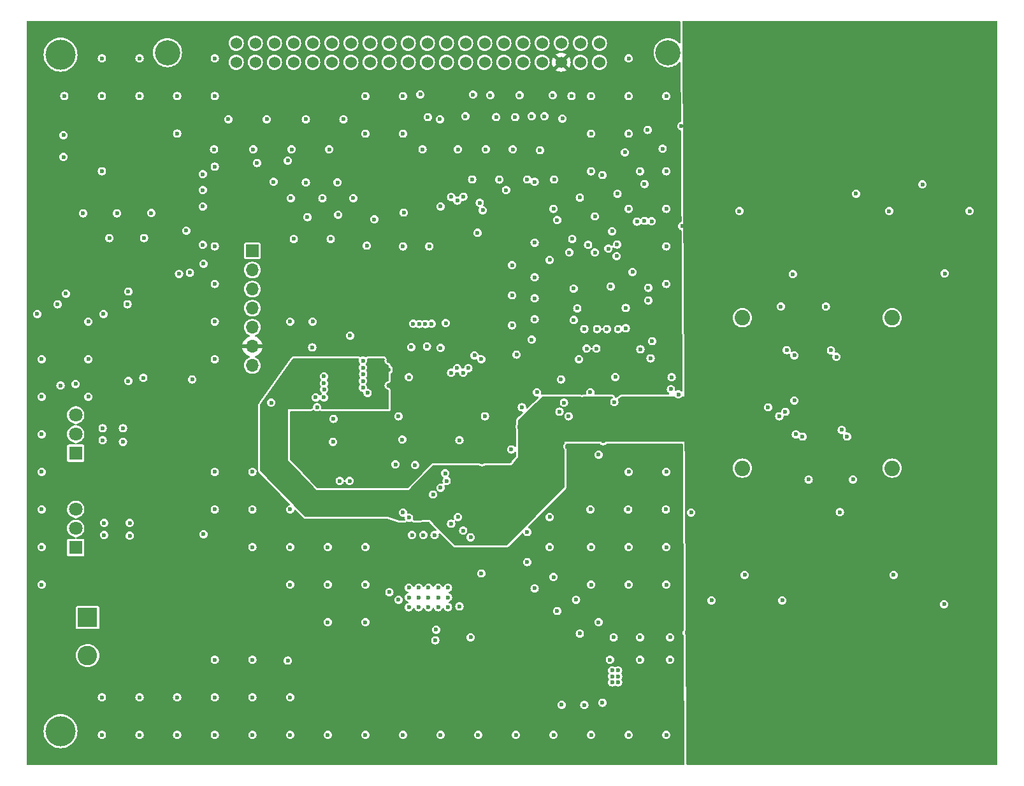
<source format=gbr>
%TF.GenerationSoftware,KiCad,Pcbnew,8.0.1*%
%TF.CreationDate,2024-10-23T11:49:58+02:00*%
%TF.ProjectId,ultrasonic_V3_HW,756c7472-6173-46f6-9e69-635f56335f48,rev?*%
%TF.SameCoordinates,Original*%
%TF.FileFunction,Copper,L3,Inr*%
%TF.FilePolarity,Positive*%
%FSLAX46Y46*%
G04 Gerber Fmt 4.6, Leading zero omitted, Abs format (unit mm)*
G04 Created by KiCad (PCBNEW 8.0.1) date 2024-10-23 11:49:58*
%MOMM*%
%LPD*%
G01*
G04 APERTURE LIST*
%TA.AperFunction,ComponentPad*%
%ADD10C,4.000000*%
%TD*%
%TA.AperFunction,ComponentPad*%
%ADD11R,1.700000X1.700000*%
%TD*%
%TA.AperFunction,ComponentPad*%
%ADD12O,1.700000X1.700000*%
%TD*%
%TA.AperFunction,ComponentPad*%
%ADD13R,2.600000X2.600000*%
%TD*%
%TA.AperFunction,ComponentPad*%
%ADD14C,2.600000*%
%TD*%
%TA.AperFunction,ComponentPad*%
%ADD15C,2.050000*%
%TD*%
%TA.AperFunction,ComponentPad*%
%ADD16C,2.250000*%
%TD*%
%TA.AperFunction,ComponentPad*%
%ADD17R,1.800000X1.800000*%
%TD*%
%TA.AperFunction,ComponentPad*%
%ADD18C,1.800000*%
%TD*%
%TA.AperFunction,HeatsinkPad*%
%ADD19C,0.600000*%
%TD*%
%TA.AperFunction,ComponentPad*%
%ADD20C,1.524000*%
%TD*%
%TA.AperFunction,ComponentPad*%
%ADD21C,3.352800*%
%TD*%
%TA.AperFunction,ViaPad*%
%ADD22C,0.600000*%
%TD*%
G04 APERTURE END LIST*
D10*
%TO.N,GND*%
%TO.C,H3*%
X209500000Y-139500000D03*
%TD*%
D11*
%TO.N,/JTAG_TMS*%
%TO.C,J4*%
X115000000Y-75600000D03*
D12*
%TO.N,/JTAG_TCK*%
X115000000Y-78140000D03*
%TO.N,/JTAG_TDI*%
X115000000Y-80680000D03*
%TO.N,/JTAG_TDO*%
X115000000Y-83220000D03*
%TO.N,unconnected-(J4-Pin_5-Pad5)*%
X115000000Y-85760000D03*
%TO.N,/P3V3*%
X115000000Y-88300000D03*
%TO.N,GND*%
X115000000Y-90840000D03*
%TD*%
D10*
%TO.N,GND*%
%TO.C,H2*%
X89500000Y-139500000D03*
%TD*%
D13*
%TO.N,/PowerManagement/P15V-20V_5S_UNREGULATED*%
%TO.C,J5*%
X93095000Y-124355000D03*
D14*
%TO.N,GND*%
X93095000Y-129435000D03*
%TD*%
D15*
%TO.N,Net-(J7-In)*%
%TO.C,J7*%
X180100000Y-104500000D03*
D16*
%TO.N,GND*%
X177560000Y-107040000D03*
X182640000Y-107040000D03*
X177560000Y-101960000D03*
X182640000Y-101960000D03*
%TD*%
D10*
%TO.N,GND*%
%TO.C,H1*%
X89500000Y-49500000D03*
%TD*%
D15*
%TO.N,Net-(J2-In)*%
%TO.C,J2*%
X200000000Y-84500000D03*
D16*
%TO.N,GND*%
X202540000Y-81960000D03*
X197460000Y-81960000D03*
X202540000Y-87040000D03*
X197460000Y-87040000D03*
%TD*%
D15*
%TO.N,Net-(J6-In)*%
%TO.C,J6*%
X180100000Y-84500000D03*
D16*
%TO.N,GND*%
X182640000Y-81960000D03*
X177560000Y-81960000D03*
X182640000Y-87040000D03*
X177560000Y-87040000D03*
%TD*%
D15*
%TO.N,Net-(J3-In)*%
%TO.C,J3*%
X200000000Y-104500000D03*
D16*
%TO.N,GND*%
X197460000Y-107040000D03*
X202540000Y-107040000D03*
X197460000Y-101960000D03*
X202540000Y-101960000D03*
%TD*%
D10*
%TO.N,GND*%
%TO.C,H4*%
X209500000Y-49500000D03*
%TD*%
D17*
%TO.N,/PowerManagement/P15V-20V_5S_FUSED*%
%TO.C,U12*%
X91520000Y-102512500D03*
D18*
%TO.N,GND*%
X91520000Y-99972500D03*
%TO.N,Net-(U12-OUT)*%
X91520000Y-97432500D03*
%TD*%
D19*
%TO.N,GND*%
%TO.C,U15*%
X135787500Y-123000000D03*
X137087500Y-123000000D03*
X138387500Y-123000000D03*
X139687500Y-123000000D03*
X140987500Y-123000000D03*
X135787500Y-121700000D03*
X137087500Y-121700000D03*
X138387500Y-121700000D03*
X139687500Y-121700000D03*
X140987500Y-121700000D03*
X135787500Y-120400000D03*
X137087500Y-120400000D03*
X138387500Y-120400000D03*
X139687500Y-120400000D03*
X140987500Y-120400000D03*
%TD*%
D17*
%TO.N,/PowerManagement/P15V-20V_5S_FUSED*%
%TO.C,U13*%
X91520000Y-115050000D03*
D18*
%TO.N,GND*%
X91520000Y-112510000D03*
%TO.N,Net-(U13-OUT)*%
X91520000Y-109970000D03*
%TD*%
D20*
%TO.N,/LVDS_SCLK_N*%
%TO.C,J1*%
X112840000Y-50500000D03*
%TO.N,unconnected-(J1A-Pin_2-Pad2)*%
X115380000Y-50500000D03*
%TO.N,/LVDS_CS_N*%
X117920000Y-50500000D03*
%TO.N,unconnected-(J1A-Pin_4-Pad4)*%
X120460000Y-50500000D03*
%TO.N,/LVDS_MISO_N*%
X123000000Y-50500000D03*
%TO.N,unconnected-(J1A-Pin_6-Pad6)*%
X125540000Y-50500000D03*
%TO.N,/LVDS_MOSI_N*%
X128080000Y-50500000D03*
%TO.N,unconnected-(J1A-Pin_8-Pad8)*%
X130620000Y-50500000D03*
%TO.N,GND*%
X133160000Y-50500000D03*
%TO.N,unconnected-(J1A-Pin_10-Pad10)*%
X135700000Y-50500000D03*
%TO.N,GND*%
X138240000Y-50500000D03*
%TO.N,/CNTRL_MISO*%
X140780000Y-50500000D03*
%TO.N,unconnected-(J1A-Pin_13-Pad13)*%
X143320000Y-50500000D03*
%TO.N,/CNTRL_GPIO5*%
X145860000Y-50500000D03*
%TO.N,/CNTRL_GPIO4*%
X148400000Y-50500000D03*
%TO.N,/CNTRL_GPIO2*%
X150940000Y-50500000D03*
%TO.N,GND*%
X153480000Y-50500000D03*
%TO.N,/P3V3*%
X156020000Y-50500000D03*
%TO.N,GND*%
X158560000Y-50500000D03*
X161100000Y-50500000D03*
X161100000Y-47960000D03*
X158560000Y-47960000D03*
%TO.N,Net-(J1A-Pin_23)*%
X156020000Y-47960000D03*
%TO.N,Net-(J1A-Pin_24)*%
X153480000Y-47960000D03*
%TO.N,Net-(J1A-Pin_25)*%
X150940000Y-47960000D03*
%TO.N,Net-(J1A-Pin_26)*%
X148400000Y-47960000D03*
%TO.N,GND*%
X145860000Y-47960000D03*
%TO.N,Net-(J1A-Pin_28)*%
X143320000Y-47960000D03*
%TO.N,GND*%
X140780000Y-47960000D03*
%TO.N,Net-(J1A-Pin_30)*%
X138240000Y-47960000D03*
%TO.N,GND*%
X135700000Y-47960000D03*
%TO.N,unconnected-(J1A-Pin_32-Pad32)*%
X133160000Y-47960000D03*
%TO.N,unconnected-(J1A-Pin_33-Pad33)*%
X130620000Y-47960000D03*
%TO.N,Net-(J1A-Pin_34)*%
X128080000Y-47960000D03*
%TO.N,unconnected-(J1A-Pin_35-Pad35)*%
X125540000Y-47960000D03*
%TO.N,/LVDS_MISO_P*%
X123000000Y-47960000D03*
%TO.N,unconnected-(J1A-Pin_37-Pad37)*%
X120460000Y-47960000D03*
%TO.N,/LVDS_CS_P*%
X117920000Y-47960000D03*
%TO.N,unconnected-(J1A-Pin_39-Pad39)*%
X115380000Y-47960000D03*
%TO.N,/LVDS_SCLK_P*%
X112840000Y-47960000D03*
D21*
%TO.N,GND*%
X103708700Y-49230000D03*
X170231300Y-49230000D03*
%TD*%
D22*
%TO.N,GND*%
X206200000Y-125600000D03*
X93200000Y-95000000D03*
X93200000Y-85000000D03*
X93200000Y-90000000D03*
X87000000Y-90000000D03*
X87000000Y-95000000D03*
X87000000Y-120000000D03*
X87000000Y-115000000D03*
X87000000Y-110000000D03*
X87000000Y-100000000D03*
X87000000Y-105000000D03*
X212400000Y-130300000D03*
X212400000Y-125300000D03*
X212400000Y-120300000D03*
X212400000Y-115300000D03*
X212400000Y-110300000D03*
X212400000Y-105300000D03*
X212400000Y-100300000D03*
X212400000Y-95300000D03*
X212400000Y-90300000D03*
X212400000Y-85300000D03*
X212400000Y-80300000D03*
X212400000Y-70300000D03*
X212400000Y-75300000D03*
X120500000Y-74000000D03*
X144900000Y-73200000D03*
X138500000Y-75000000D03*
X119700000Y-63600000D03*
X115600000Y-63900000D03*
X128400000Y-68600000D03*
X126300000Y-66500000D03*
X122100000Y-66500000D03*
X117800000Y-66400000D03*
X120100000Y-68600000D03*
X124300000Y-68600000D03*
X131200000Y-71400000D03*
X126400000Y-70800000D03*
X125400000Y-74000000D03*
X122300000Y-71100000D03*
X135000000Y-75000000D03*
X130200000Y-74900000D03*
X120000000Y-85000000D03*
X110000000Y-90000000D03*
X110000000Y-85000000D03*
X110000000Y-80000000D03*
X110000000Y-75000000D03*
X105000000Y-60000000D03*
X200000000Y-100000000D03*
X200000000Y-95000000D03*
X195000000Y-90000000D03*
X200000000Y-90000000D03*
X175000000Y-85000000D03*
X170000000Y-75000000D03*
X170000000Y-80000000D03*
X175000000Y-105000000D03*
X165000000Y-105000000D03*
X170000000Y-105000000D03*
X169926206Y-110000000D03*
X159926206Y-110000000D03*
X164926206Y-110000000D03*
X170000000Y-115000000D03*
X160000000Y-115000000D03*
X165000000Y-115000000D03*
X170000000Y-120000000D03*
X160000000Y-120000000D03*
X165000000Y-120000000D03*
X120000000Y-105000000D03*
X110000000Y-105000000D03*
X115000000Y-105000000D03*
X120000000Y-110000000D03*
X110000000Y-110000000D03*
X115000000Y-110000000D03*
X130000000Y-125000000D03*
X125000000Y-125000000D03*
X130000000Y-120000000D03*
X125000000Y-120000000D03*
X130000000Y-115000000D03*
X125000000Y-115000000D03*
X120000000Y-115000000D03*
X115000000Y-115000000D03*
X120000000Y-120000000D03*
X119700000Y-130100000D03*
X110000000Y-130000000D03*
X115000000Y-130000000D03*
X120000000Y-135000000D03*
X110000000Y-135000000D03*
X115000000Y-135000000D03*
X105000000Y-135000000D03*
X95000000Y-135000000D03*
X100000000Y-135000000D03*
X100000000Y-140000000D03*
X95000000Y-140000000D03*
X115000000Y-140000000D03*
X105000000Y-140000000D03*
X110000000Y-140000000D03*
X130000000Y-140000000D03*
X120000000Y-140000000D03*
X125000000Y-140000000D03*
X145000000Y-140000000D03*
X135000000Y-140000000D03*
X140000000Y-140000000D03*
X160000000Y-140000000D03*
X150000000Y-140000000D03*
X155000000Y-140000000D03*
X175000000Y-140000000D03*
X165000000Y-140000000D03*
X170000000Y-140000000D03*
X190000000Y-140000000D03*
X180000000Y-140000000D03*
X185000000Y-140000000D03*
X195000000Y-140000000D03*
X200000000Y-140000000D03*
X205000000Y-140000000D03*
X205000000Y-135000000D03*
X205000000Y-120000000D03*
X205000000Y-105000000D03*
X205000000Y-100000000D03*
X205000000Y-95000000D03*
X205000000Y-90000000D03*
X205000000Y-85000000D03*
X195000000Y-69200000D03*
X190100000Y-69300000D03*
X175000000Y-70000000D03*
X170000000Y-70000000D03*
X165000000Y-70000000D03*
X155000000Y-70000000D03*
X145600000Y-70200000D03*
X135100000Y-70500000D03*
X210000000Y-55000000D03*
X210000000Y-60000000D03*
X210000000Y-65000000D03*
X195000000Y-65000000D03*
X190000000Y-65000000D03*
X175000000Y-65000000D03*
X170000000Y-65000000D03*
X165000000Y-60000000D03*
X160000000Y-60000000D03*
X160000000Y-65000000D03*
X135000000Y-60000000D03*
X130000000Y-60000000D03*
X110000000Y-64400000D03*
X95000000Y-65000000D03*
X90000000Y-55000000D03*
X95000000Y-55000000D03*
X100000000Y-55000000D03*
X105000000Y-55000000D03*
X110000000Y-55000000D03*
X130000000Y-55000000D03*
X135000000Y-55000000D03*
X160000000Y-55000000D03*
X165000000Y-55000000D03*
X170000000Y-55000000D03*
X175000000Y-55000000D03*
X180000000Y-55000000D03*
X185000000Y-55000000D03*
X190000000Y-55000000D03*
X195000000Y-55000000D03*
X200000000Y-55000000D03*
X205000000Y-55000000D03*
X205000000Y-50000000D03*
X200000000Y-50000000D03*
X195000000Y-50000000D03*
X190000000Y-50000000D03*
X185000000Y-50000000D03*
X180000000Y-50000000D03*
X175000000Y-50000000D03*
X165000000Y-50000000D03*
X110000000Y-50000000D03*
X100000000Y-50000000D03*
X95000000Y-50000000D03*
X106700000Y-78500000D03*
X176000000Y-59000000D03*
X95100000Y-100800000D03*
X154500000Y-111000000D03*
X184000000Y-61000000D03*
X208800000Y-72000000D03*
X193200000Y-86000000D03*
X120800000Y-90500000D03*
X116500000Y-104500000D03*
X162600000Y-80324493D03*
X152500000Y-84700000D03*
X196000000Y-61000000D03*
X151500000Y-66100000D03*
X182500000Y-127500000D03*
X161000000Y-125000000D03*
X151500000Y-113000000D03*
X125762500Y-97937500D03*
X155500000Y-71500000D03*
X152500000Y-120500000D03*
X139400000Y-126000000D03*
X190500000Y-127500000D03*
X185162500Y-120737500D03*
X167900000Y-89900000D03*
X159100000Y-136000000D03*
X151500000Y-117000000D03*
X166550000Y-88700000D03*
X192000000Y-61000000D03*
X161500000Y-135700000D03*
X86400000Y-84000000D03*
X178500000Y-127500000D03*
X164600000Y-83200000D03*
X97800000Y-101000000D03*
X144500000Y-89500000D03*
X108500000Y-77300000D03*
X192400000Y-81800000D03*
X181500000Y-95662500D03*
X139300000Y-127400000D03*
X144000000Y-127000000D03*
X136600000Y-104100000D03*
X167600000Y-82200000D03*
X95300000Y-111800000D03*
X188100000Y-116700000D03*
X200865000Y-62000000D03*
X168050000Y-71650000D03*
X186500000Y-127500000D03*
X150100000Y-89400000D03*
X139200000Y-113412500D03*
X127975000Y-86875000D03*
X134900000Y-100700000D03*
X91500000Y-93300000D03*
X106200000Y-72900000D03*
X204000000Y-60000000D03*
X172100000Y-72300000D03*
X127900000Y-106200000D03*
X176700000Y-95000000D03*
X123500000Y-110500000D03*
X149500000Y-81500000D03*
X194500000Y-127500000D03*
X136500000Y-108000000D03*
X198500000Y-128000000D03*
X172700000Y-126400000D03*
X164600000Y-85900000D03*
X167100000Y-71600000D03*
X204675000Y-120737500D03*
X119100000Y-97900000D03*
X150800000Y-96400000D03*
X163225735Y-92374265D03*
X173500000Y-62000000D03*
X152500000Y-81900000D03*
X137700000Y-113412500D03*
X149500000Y-85500000D03*
X98700000Y-113500000D03*
X156000000Y-107000000D03*
X177500000Y-62000000D03*
X162500000Y-130000000D03*
X192300000Y-72300000D03*
X95100000Y-99200000D03*
X180300000Y-72062500D03*
X145000000Y-104500000D03*
X200000000Y-116500000D03*
X152500000Y-74500000D03*
X148500000Y-114500000D03*
X119100000Y-96400000D03*
X172000000Y-59000000D03*
X145400000Y-90000000D03*
X194500000Y-130000000D03*
X170500000Y-130000000D03*
X116500000Y-97500000D03*
X144200000Y-66100000D03*
X192600000Y-126500000D03*
X152800000Y-94400000D03*
X133500000Y-110500000D03*
X92500000Y-70600000D03*
X134400000Y-97600000D03*
X170600000Y-94000000D03*
X153200000Y-62200000D03*
X142500000Y-100800000D03*
X162300000Y-75300000D03*
X157700000Y-84800000D03*
X158500000Y-126500000D03*
X168100000Y-87600000D03*
X187425000Y-104725000D03*
X192700000Y-102900000D03*
X189800000Y-73400000D03*
X115100000Y-62100000D03*
X186500000Y-130000000D03*
X155100000Y-66100000D03*
X166500000Y-130000000D03*
X158162500Y-83237500D03*
X167100000Y-66700000D03*
X138200000Y-88300000D03*
X149400000Y-102000000D03*
X142500000Y-122900000D03*
X146000000Y-62100000D03*
X133200000Y-120987500D03*
X200037500Y-72062500D03*
X154500000Y-76800000D03*
X146600000Y-54887500D03*
X164500000Y-62500000D03*
X127100000Y-58100000D03*
X150500000Y-103500000D03*
X128625735Y-92625735D03*
X167600000Y-80500000D03*
X133500000Y-108000000D03*
X200000000Y-59000000D03*
X149600000Y-62100000D03*
X180000000Y-59000000D03*
X180965000Y-62200000D03*
X166500000Y-127000000D03*
X152500000Y-79100000D03*
X188000000Y-61000000D03*
X120200000Y-62100000D03*
X161500000Y-65500000D03*
X159400000Y-88600000D03*
X178500000Y-130000000D03*
X108400000Y-74800000D03*
X100500000Y-92500000D03*
X159900000Y-94400000D03*
X190500000Y-130000000D03*
X161600000Y-100900000D03*
X155500000Y-123500000D03*
X167500000Y-59500000D03*
X163000000Y-127000000D03*
X116500000Y-101000000D03*
X178100000Y-89300000D03*
X122950000Y-88450000D03*
X122100000Y-58100000D03*
X167500000Y-95300000D03*
X158000000Y-122000000D03*
X133100000Y-91400000D03*
X156090000Y-135990000D03*
X153600000Y-95600000D03*
X163500000Y-68000000D03*
X116900000Y-58100000D03*
X187300000Y-86100000D03*
X144300000Y-54800000D03*
X157100000Y-75800000D03*
X154500000Y-115000000D03*
X136100000Y-88400000D03*
X163450000Y-74750000D03*
X135800000Y-92400000D03*
X97000000Y-70600000D03*
X170700000Y-92400000D03*
X150500000Y-99000000D03*
X157400000Y-55000000D03*
X157500000Y-74000000D03*
X208000000Y-116700000D03*
X160500000Y-71000000D03*
X119100000Y-99400000D03*
X199035000Y-126800000D03*
X186800000Y-102800000D03*
X196000000Y-59000000D03*
X98400000Y-82700000D03*
X134400000Y-122012500D03*
X204500000Y-62000000D03*
X142300000Y-62100000D03*
X188000000Y-59000000D03*
X159600000Y-74800000D03*
X166500000Y-65000000D03*
X145900000Y-97600000D03*
X97800000Y-99200000D03*
X137600000Y-62100000D03*
X174500000Y-130000000D03*
X155000000Y-119000000D03*
X111800000Y-58100000D03*
X150500000Y-54900000D03*
X125200000Y-62100000D03*
X137300000Y-54787500D03*
X109900000Y-62100000D03*
X145400000Y-118500000D03*
X147800000Y-66100000D03*
X158500000Y-68500000D03*
X107000000Y-92700000D03*
X119500000Y-104000000D03*
X184000000Y-59000000D03*
X139900000Y-58100000D03*
X149500000Y-77500000D03*
X162800000Y-73000000D03*
X170500000Y-127000000D03*
X186675000Y-80825000D03*
X200000000Y-61000000D03*
X95300000Y-113400000D03*
X101550000Y-70550000D03*
X180100000Y-116500000D03*
X98700000Y-111800000D03*
X163400000Y-76300000D03*
X154887500Y-54887500D03*
X123500000Y-108000000D03*
X161000000Y-102700000D03*
X90200000Y-81300000D03*
X188100000Y-95000000D03*
X192000000Y-59000000D03*
X182500000Y-130000000D03*
X165500000Y-78400000D03*
X193325000Y-108175000D03*
X207200000Y-62500000D03*
X198500000Y-130000000D03*
X169500000Y-62000000D03*
X152100000Y-87400000D03*
X156000000Y-92700000D03*
X187300000Y-62800000D03*
X179135000Y-126700000D03*
X136200000Y-113412500D03*
%TO.N,/P3V3*%
X132000000Y-112500000D03*
X149700000Y-66100000D03*
X99300000Y-78500000D03*
X158718671Y-89019279D03*
X132800000Y-103400000D03*
X112300000Y-95300000D03*
X101345000Y-57180000D03*
X171500000Y-93200000D03*
X137000000Y-88100000D03*
X156835000Y-101635000D03*
X161948309Y-79860486D03*
X110800000Y-95300000D03*
X130100000Y-99300000D03*
X168000000Y-66700000D03*
X145500000Y-103700000D03*
X127200000Y-62100000D03*
X124000000Y-58100000D03*
X129800000Y-106100000D03*
X163300000Y-90000000D03*
X111924265Y-62075735D03*
X113800000Y-99500000D03*
X122200000Y-62100000D03*
X139600000Y-62100000D03*
X163500000Y-94700000D03*
X113800000Y-97400000D03*
X153400000Y-66100000D03*
X163950000Y-88500000D03*
X132000000Y-106100000D03*
X107100000Y-73400000D03*
X145900000Y-98900000D03*
X129800000Y-112500000D03*
X113800000Y-58100000D03*
X117000000Y-62100000D03*
X158800208Y-94475303D03*
X94800000Y-78500000D03*
X101425000Y-63200000D03*
X166150000Y-66750000D03*
X143500000Y-101000000D03*
X149162500Y-103562500D03*
X113800000Y-95300000D03*
X129100000Y-58100000D03*
X155100000Y-62200000D03*
X141800000Y-58100000D03*
X113100000Y-98500000D03*
X133100000Y-90200000D03*
X94800000Y-81300000D03*
X152500000Y-54900000D03*
X90300000Y-78500000D03*
X130900000Y-112500000D03*
X130900000Y-106100000D03*
X144300000Y-62100000D03*
X151500000Y-62100000D03*
X137300000Y-126200000D03*
X147800000Y-62100000D03*
X123156239Y-97065642D03*
X133100000Y-93500000D03*
X132700000Y-85800000D03*
X104200000Y-82700000D03*
X145500000Y-89100000D03*
X105300000Y-73400000D03*
X127750000Y-85150000D03*
X140000000Y-117400000D03*
X101425000Y-60200000D03*
X134700000Y-113400000D03*
X146100000Y-66000000D03*
X187000000Y-95500000D03*
X113100000Y-96400000D03*
X144400000Y-84500000D03*
X124100000Y-97900000D03*
X118900000Y-58100000D03*
X110800000Y-99500000D03*
X157100000Y-66100000D03*
X112300000Y-99500000D03*
%TO.N,Net-(D1-K)*%
X195200000Y-68000000D03*
X204037500Y-66762500D03*
%TO.N,/P3V_REF*%
X158400000Y-90000000D03*
X166100000Y-71700000D03*
%TO.N,Net-(D6-K)*%
X185400000Y-122100000D03*
X176000000Y-122100000D03*
%TO.N,Net-(U7-VREFB)*%
X163600000Y-86000000D03*
%TO.N,Net-(U7-VREFT)*%
X162100000Y-86000000D03*
%TO.N,Net-(U7-VREF)*%
X160800000Y-86000000D03*
%TO.N,Net-(U7-VCOM)*%
X159100000Y-86000000D03*
%TO.N,Net-(U2-VREG)*%
X123600000Y-96400000D03*
%TO.N,/CNTRL_SCLK*%
X141400000Y-91800000D03*
X138300000Y-57800000D03*
X141399242Y-68423506D03*
%TO.N,/CNTRL_CS*%
X143024268Y-68400000D03*
X143300000Y-57700000D03*
X143000000Y-91800000D03*
%TO.N,/CNTRL_MISO*%
X142200000Y-91200000D03*
X142224265Y-68900000D03*
%TO.N,/CNTRL_MOSI*%
X145200000Y-69200000D03*
X143700000Y-91200000D03*
X147400000Y-57800000D03*
%TO.N,/CNTRL_GPIO5*%
X140000000Y-88500000D03*
X140000000Y-69700000D03*
X108400000Y-69700000D03*
%TO.N,/CNTRL_GPIO3*%
X149900000Y-57800000D03*
%TO.N,/CNTRL_GPIO4*%
X108400000Y-67500000D03*
X148700000Y-67500000D03*
X140700000Y-85200000D03*
%TO.N,/CNTRL_GPIO2*%
X152100000Y-57700000D03*
X108400000Y-65400000D03*
X152500000Y-66400000D03*
%TO.N,/CNTRL_GPIO1*%
X153800000Y-57700000D03*
%TO.N,/CNTRL_GPIO0*%
X156200000Y-58000000D03*
%TO.N,/PHV*%
X163600000Y-132200000D03*
X163600000Y-133000000D03*
X89500000Y-93500000D03*
X162800000Y-132200000D03*
X163600000Y-131400000D03*
X191200000Y-83000000D03*
X188900000Y-106000000D03*
X162800000Y-131400000D03*
X185200000Y-83000000D03*
X194800000Y-106000000D03*
X162800000Y-133000000D03*
%TO.N,/P12V*%
X179700000Y-70300000D03*
X200200000Y-118700000D03*
X98500000Y-92900000D03*
X199595000Y-70295000D03*
X180405000Y-118700000D03*
X210300000Y-70300000D03*
X108500000Y-113300000D03*
X206900000Y-122600000D03*
%TO.N,Net-(U17A-+)*%
X171600000Y-94700000D03*
%TO.N,/AMP_CS*%
X139000000Y-108000000D03*
X183500000Y-96400000D03*
%TO.N,Net-(U1D-PL4B)*%
X129700000Y-92900000D03*
%TO.N,/SPI_LOCAL_MOSI*%
X185800000Y-97000000D03*
X155800000Y-97000000D03*
X124524263Y-94024266D03*
%TO.N,Net-(Q7-D)*%
X193050001Y-110350001D03*
%TO.N,Net-(U1D-PL4A)*%
X129713235Y-91986765D03*
%TO.N,/SPI_LOCAL_MISO*%
X124500000Y-93200000D03*
%TO.N,/SPI_LOCAL_SCK*%
X117500000Y-95800000D03*
X157000000Y-97600000D03*
X124500000Y-95100000D03*
%TO.N,Net-(U1D-PL5A{slash}PCLKT3_1)*%
X129700000Y-93800000D03*
%TO.N,/SPI_LOCAL_SCK*%
X185000000Y-97600000D03*
%TO.N,Net-(U5-SPI2C)*%
X163089047Y-95700000D03*
%TO.N,/fpga/STANBY_OSC*%
X123000000Y-85000000D03*
X129700000Y-90200000D03*
%TO.N,Net-(U16-SIO2)*%
X126600000Y-106200000D03*
%TO.N,/fpga/TDC_CS*%
X130300000Y-94500000D03*
X123400000Y-95100000D03*
%TO.N,/ADC_DF*%
X160500000Y-75800000D03*
X140600000Y-105200000D03*
%TO.N,/fpga/TDC_INTB*%
X129700000Y-91125000D03*
X124500000Y-92300000D03*
%TO.N,/DAC_CS*%
X156400000Y-95800000D03*
X140000000Y-107100000D03*
%TO.N,Net-(U7-IRS)*%
X160700000Y-88600000D03*
%TO.N,/ADC_STBY*%
X140800000Y-106200000D03*
X157674265Y-80600000D03*
%TO.N,/JTAG_TMS*%
X138800000Y-85300000D03*
%TO.N,/fpga/SRAM_HOLD*%
X125700000Y-101000000D03*
X134000000Y-104000000D03*
%TO.N,/JTAG_TDI*%
X137168973Y-85324295D03*
%TO.N,/JTAG_TDO*%
X136344722Y-85300016D03*
%TO.N,/JTAG_TCK*%
X137968968Y-85320706D03*
%TO.N,Net-(D24-K)*%
X100600000Y-73900000D03*
X89900000Y-63100000D03*
%TO.N,Net-(D26-K)*%
X96000000Y-73900000D03*
X89900000Y-60200000D03*
%TO.N,Net-(Q2-D)*%
X186800000Y-78700000D03*
%TO.N,/fpga/BRIDGE_D_SEL*%
X187200000Y-100000000D03*
X144000000Y-113700000D03*
%TO.N,/fpga/BRIDGE_B_SEL*%
X187000000Y-89500000D03*
X142300000Y-111000000D03*
%TO.N,/fpga/BRIDGE_C_SEL*%
X143000000Y-112800000D03*
X193300000Y-99400000D03*
%TO.N,/fpga/BRIDGE_A_SEL*%
X141400000Y-111900000D03*
X192600000Y-89700000D03*
%TO.N,/H-bridges/BRIDGE_AB_MUX_EN*%
X191875000Y-88825000D03*
X186000000Y-88800000D03*
X135000000Y-110400000D03*
%TO.N,/H-bridges/BRIDGE_CD_MUX_EN*%
X188084950Y-100300000D03*
X135800743Y-111100000D03*
X194000000Y-100300000D03*
%TO.N,Net-(Q3-D)*%
X207000000Y-78600000D03*
%TO.N,Net-(Q8-D)*%
X173300000Y-110400000D03*
%TO.N,/PowerManagement/P2V5_REF*%
X105250000Y-78650000D03*
X95200000Y-84000000D03*
X98500000Y-81000000D03*
X89100000Y-82700000D03*
%TD*%
%TA.AperFunction,Conductor*%
%TO.N,GND*%
G36*
X213942539Y-45020185D02*
G01*
X213988294Y-45072989D01*
X213999500Y-45124500D01*
X213999500Y-143875500D01*
X213979815Y-143942539D01*
X213927011Y-143988294D01*
X213875500Y-143999500D01*
X172808933Y-143999500D01*
X172741894Y-143979815D01*
X172696139Y-143927011D01*
X172684935Y-143876212D01*
X172565854Y-123136329D01*
X172559904Y-122100000D01*
X175444750Y-122100000D01*
X175463670Y-122243708D01*
X175463671Y-122243712D01*
X175519137Y-122377622D01*
X175519138Y-122377624D01*
X175519139Y-122377625D01*
X175607379Y-122492621D01*
X175722375Y-122580861D01*
X175856291Y-122636330D01*
X175983280Y-122653048D01*
X175999999Y-122655250D01*
X176000000Y-122655250D01*
X176000001Y-122655250D01*
X176014977Y-122653278D01*
X176143709Y-122636330D01*
X176277625Y-122580861D01*
X176392621Y-122492621D01*
X176480861Y-122377625D01*
X176536330Y-122243709D01*
X176555250Y-122100000D01*
X184844750Y-122100000D01*
X184863670Y-122243708D01*
X184863671Y-122243712D01*
X184919137Y-122377622D01*
X184919138Y-122377624D01*
X184919139Y-122377625D01*
X185007379Y-122492621D01*
X185122375Y-122580861D01*
X185256291Y-122636330D01*
X185383280Y-122653048D01*
X185399999Y-122655250D01*
X185400000Y-122655250D01*
X185400001Y-122655250D01*
X185414977Y-122653278D01*
X185543709Y-122636330D01*
X185631419Y-122600000D01*
X206344750Y-122600000D01*
X206363670Y-122743708D01*
X206363671Y-122743712D01*
X206419137Y-122877622D01*
X206419138Y-122877624D01*
X206419139Y-122877625D01*
X206507379Y-122992621D01*
X206622375Y-123080861D01*
X206756291Y-123136330D01*
X206883280Y-123153048D01*
X206899999Y-123155250D01*
X206900000Y-123155250D01*
X206900001Y-123155250D01*
X206914977Y-123153278D01*
X207043709Y-123136330D01*
X207177625Y-123080861D01*
X207292621Y-122992621D01*
X207380861Y-122877625D01*
X207436330Y-122743709D01*
X207455250Y-122600000D01*
X207436330Y-122456291D01*
X207380861Y-122322375D01*
X207292621Y-122207379D01*
X207177625Y-122119139D01*
X207177624Y-122119138D01*
X207177622Y-122119137D01*
X207043712Y-122063671D01*
X207043710Y-122063670D01*
X207043709Y-122063670D01*
X206971854Y-122054210D01*
X206900001Y-122044750D01*
X206899999Y-122044750D01*
X206756291Y-122063670D01*
X206756287Y-122063671D01*
X206622377Y-122119137D01*
X206507379Y-122207379D01*
X206419137Y-122322377D01*
X206363671Y-122456287D01*
X206363670Y-122456291D01*
X206344750Y-122599999D01*
X206344750Y-122600000D01*
X185631419Y-122600000D01*
X185677625Y-122580861D01*
X185792621Y-122492621D01*
X185880861Y-122377625D01*
X185936330Y-122243709D01*
X185955250Y-122100000D01*
X185936330Y-121956291D01*
X185880861Y-121822375D01*
X185792621Y-121707379D01*
X185677625Y-121619139D01*
X185677624Y-121619138D01*
X185677622Y-121619137D01*
X185543712Y-121563671D01*
X185543710Y-121563670D01*
X185543709Y-121563670D01*
X185471854Y-121554210D01*
X185400001Y-121544750D01*
X185399999Y-121544750D01*
X185256291Y-121563670D01*
X185256287Y-121563671D01*
X185122377Y-121619137D01*
X185007379Y-121707379D01*
X184919137Y-121822377D01*
X184863671Y-121956287D01*
X184863670Y-121956291D01*
X184844750Y-122099999D01*
X184844750Y-122100000D01*
X176555250Y-122100000D01*
X176536330Y-121956291D01*
X176480861Y-121822375D01*
X176392621Y-121707379D01*
X176277625Y-121619139D01*
X176277624Y-121619138D01*
X176277622Y-121619137D01*
X176143712Y-121563671D01*
X176143710Y-121563670D01*
X176143709Y-121563670D01*
X176071854Y-121554210D01*
X176000001Y-121544750D01*
X175999999Y-121544750D01*
X175856291Y-121563670D01*
X175856287Y-121563671D01*
X175722377Y-121619137D01*
X175607379Y-121707379D01*
X175519137Y-121822377D01*
X175463671Y-121956287D01*
X175463670Y-121956291D01*
X175444750Y-122099999D01*
X175444750Y-122100000D01*
X172559904Y-122100000D01*
X172540382Y-118700000D01*
X179849750Y-118700000D01*
X179868670Y-118843708D01*
X179868671Y-118843712D01*
X179924137Y-118977622D01*
X179924138Y-118977624D01*
X179924139Y-118977625D01*
X180012379Y-119092621D01*
X180127375Y-119180861D01*
X180261291Y-119236330D01*
X180388280Y-119253048D01*
X180404999Y-119255250D01*
X180405000Y-119255250D01*
X180405001Y-119255250D01*
X180419977Y-119253278D01*
X180548709Y-119236330D01*
X180682625Y-119180861D01*
X180797621Y-119092621D01*
X180885861Y-118977625D01*
X180941330Y-118843709D01*
X180960250Y-118700000D01*
X199644750Y-118700000D01*
X199663670Y-118843708D01*
X199663671Y-118843712D01*
X199719137Y-118977622D01*
X199719138Y-118977624D01*
X199719139Y-118977625D01*
X199807379Y-119092621D01*
X199922375Y-119180861D01*
X200056291Y-119236330D01*
X200183280Y-119253048D01*
X200199999Y-119255250D01*
X200200000Y-119255250D01*
X200200001Y-119255250D01*
X200214977Y-119253278D01*
X200343709Y-119236330D01*
X200477625Y-119180861D01*
X200592621Y-119092621D01*
X200680861Y-118977625D01*
X200736330Y-118843709D01*
X200755250Y-118700000D01*
X200736330Y-118556291D01*
X200680861Y-118422375D01*
X200592621Y-118307379D01*
X200477625Y-118219139D01*
X200477624Y-118219138D01*
X200477622Y-118219137D01*
X200343712Y-118163671D01*
X200343710Y-118163670D01*
X200343709Y-118163670D01*
X200271854Y-118154210D01*
X200200001Y-118144750D01*
X200199999Y-118144750D01*
X200056291Y-118163670D01*
X200056287Y-118163671D01*
X199922377Y-118219137D01*
X199807379Y-118307379D01*
X199719137Y-118422377D01*
X199663671Y-118556287D01*
X199663670Y-118556291D01*
X199644750Y-118699999D01*
X199644750Y-118700000D01*
X180960250Y-118700000D01*
X180941330Y-118556291D01*
X180885861Y-118422375D01*
X180797621Y-118307379D01*
X180682625Y-118219139D01*
X180682624Y-118219138D01*
X180682622Y-118219137D01*
X180548712Y-118163671D01*
X180548710Y-118163670D01*
X180548709Y-118163670D01*
X180476854Y-118154210D01*
X180405001Y-118144750D01*
X180404999Y-118144750D01*
X180261291Y-118163670D01*
X180261287Y-118163671D01*
X180127377Y-118219137D01*
X180012379Y-118307379D01*
X179924137Y-118422377D01*
X179868671Y-118556287D01*
X179868670Y-118556291D01*
X179849750Y-118699999D01*
X179849750Y-118700000D01*
X172540382Y-118700000D01*
X172492727Y-110400000D01*
X172744750Y-110400000D01*
X172763670Y-110543708D01*
X172763671Y-110543712D01*
X172819137Y-110677622D01*
X172819138Y-110677624D01*
X172819139Y-110677625D01*
X172907379Y-110792621D01*
X173022375Y-110880861D01*
X173022376Y-110880861D01*
X173022377Y-110880862D01*
X173035581Y-110886331D01*
X173156291Y-110936330D01*
X173283280Y-110953048D01*
X173299999Y-110955250D01*
X173300000Y-110955250D01*
X173300001Y-110955250D01*
X173314977Y-110953278D01*
X173443709Y-110936330D01*
X173577625Y-110880861D01*
X173692621Y-110792621D01*
X173780861Y-110677625D01*
X173836330Y-110543709D01*
X173855250Y-110400000D01*
X173848667Y-110350001D01*
X192494751Y-110350001D01*
X192501333Y-110399999D01*
X192513671Y-110493709D01*
X192513672Y-110493713D01*
X192569138Y-110627623D01*
X192569139Y-110627625D01*
X192569140Y-110627626D01*
X192657380Y-110742622D01*
X192772376Y-110830862D01*
X192906292Y-110886331D01*
X193033281Y-110903049D01*
X193050000Y-110905251D01*
X193050001Y-110905251D01*
X193050002Y-110905251D01*
X193064978Y-110903279D01*
X193193710Y-110886331D01*
X193327626Y-110830862D01*
X193442622Y-110742622D01*
X193530862Y-110627626D01*
X193586331Y-110493710D01*
X193605251Y-110350001D01*
X193586331Y-110206292D01*
X193530862Y-110072376D01*
X193442622Y-109957380D01*
X193327626Y-109869140D01*
X193327625Y-109869139D01*
X193327623Y-109869138D01*
X193193713Y-109813672D01*
X193193711Y-109813671D01*
X193193710Y-109813671D01*
X193121855Y-109804211D01*
X193050002Y-109794751D01*
X193050000Y-109794751D01*
X192906292Y-109813671D01*
X192906288Y-109813672D01*
X192772378Y-109869138D01*
X192657380Y-109957380D01*
X192569138Y-110072378D01*
X192513672Y-110206288D01*
X192513671Y-110206292D01*
X192494751Y-110350001D01*
X173848667Y-110350001D01*
X173836330Y-110256291D01*
X173780861Y-110122375D01*
X173692621Y-110007379D01*
X173577625Y-109919139D01*
X173577624Y-109919138D01*
X173577622Y-109919137D01*
X173443712Y-109863671D01*
X173443710Y-109863670D01*
X173443709Y-109863670D01*
X173371854Y-109854210D01*
X173300001Y-109844750D01*
X173299999Y-109844750D01*
X173156291Y-109863670D01*
X173156287Y-109863671D01*
X173022377Y-109919137D01*
X172907379Y-110007379D01*
X172819137Y-110122377D01*
X172763671Y-110256287D01*
X172763670Y-110256291D01*
X172744750Y-110399999D01*
X172744750Y-110400000D01*
X172492727Y-110400000D01*
X172467464Y-106000000D01*
X188344750Y-106000000D01*
X188363670Y-106143708D01*
X188363671Y-106143712D01*
X188419137Y-106277622D01*
X188419138Y-106277624D01*
X188419139Y-106277625D01*
X188507379Y-106392621D01*
X188622375Y-106480861D01*
X188756291Y-106536330D01*
X188883280Y-106553048D01*
X188899999Y-106555250D01*
X188900000Y-106555250D01*
X188900001Y-106555250D01*
X188914977Y-106553278D01*
X189043709Y-106536330D01*
X189177625Y-106480861D01*
X189292621Y-106392621D01*
X189380861Y-106277625D01*
X189436330Y-106143709D01*
X189455250Y-106000000D01*
X194244750Y-106000000D01*
X194263670Y-106143708D01*
X194263671Y-106143712D01*
X194319137Y-106277622D01*
X194319138Y-106277624D01*
X194319139Y-106277625D01*
X194407379Y-106392621D01*
X194522375Y-106480861D01*
X194656291Y-106536330D01*
X194783280Y-106553048D01*
X194799999Y-106555250D01*
X194800000Y-106555250D01*
X194800001Y-106555250D01*
X194814977Y-106553278D01*
X194943709Y-106536330D01*
X195077625Y-106480861D01*
X195192621Y-106392621D01*
X195280861Y-106277625D01*
X195336330Y-106143709D01*
X195355250Y-106000000D01*
X195336330Y-105856291D01*
X195280861Y-105722375D01*
X195192621Y-105607379D01*
X195077625Y-105519139D01*
X195077624Y-105519138D01*
X195077622Y-105519137D01*
X194943712Y-105463671D01*
X194943710Y-105463670D01*
X194943709Y-105463670D01*
X194871854Y-105454210D01*
X194800001Y-105444750D01*
X194799999Y-105444750D01*
X194656291Y-105463670D01*
X194656287Y-105463671D01*
X194522377Y-105519137D01*
X194407379Y-105607379D01*
X194319137Y-105722377D01*
X194263671Y-105856287D01*
X194263670Y-105856291D01*
X194244750Y-105999999D01*
X194244750Y-106000000D01*
X189455250Y-106000000D01*
X189436330Y-105856291D01*
X189380861Y-105722375D01*
X189292621Y-105607379D01*
X189177625Y-105519139D01*
X189177624Y-105519138D01*
X189177622Y-105519137D01*
X189043712Y-105463671D01*
X189043710Y-105463670D01*
X189043709Y-105463670D01*
X188971854Y-105454210D01*
X188900001Y-105444750D01*
X188899999Y-105444750D01*
X188756291Y-105463670D01*
X188756287Y-105463671D01*
X188622377Y-105519137D01*
X188507379Y-105607379D01*
X188419137Y-105722377D01*
X188363671Y-105856287D01*
X188363670Y-105856291D01*
X188344750Y-105999999D01*
X188344750Y-106000000D01*
X172467464Y-106000000D01*
X172458851Y-104500000D01*
X178819628Y-104500000D01*
X178839079Y-104722329D01*
X178839081Y-104722339D01*
X178896841Y-104937905D01*
X178896843Y-104937909D01*
X178896844Y-104937913D01*
X178991165Y-105140186D01*
X179119178Y-105323007D01*
X179276993Y-105480822D01*
X179459814Y-105608835D01*
X179662087Y-105703156D01*
X179877666Y-105760920D01*
X180055533Y-105776481D01*
X180099999Y-105780372D01*
X180100000Y-105780372D01*
X180100001Y-105780372D01*
X180137055Y-105777130D01*
X180322334Y-105760920D01*
X180537913Y-105703156D01*
X180740186Y-105608835D01*
X180923007Y-105480822D01*
X181080822Y-105323007D01*
X181208835Y-105140186D01*
X181303156Y-104937913D01*
X181360920Y-104722334D01*
X181380372Y-104500000D01*
X198719628Y-104500000D01*
X198739079Y-104722329D01*
X198739081Y-104722339D01*
X198796841Y-104937905D01*
X198796843Y-104937909D01*
X198796844Y-104937913D01*
X198891165Y-105140186D01*
X199019178Y-105323007D01*
X199176993Y-105480822D01*
X199359814Y-105608835D01*
X199562087Y-105703156D01*
X199777666Y-105760920D01*
X199955533Y-105776481D01*
X199999999Y-105780372D01*
X200000000Y-105780372D01*
X200000001Y-105780372D01*
X200037055Y-105777130D01*
X200222334Y-105760920D01*
X200437913Y-105703156D01*
X200640186Y-105608835D01*
X200823007Y-105480822D01*
X200980822Y-105323007D01*
X201108835Y-105140186D01*
X201203156Y-104937913D01*
X201260920Y-104722334D01*
X201280372Y-104500000D01*
X201260920Y-104277666D01*
X201203156Y-104062087D01*
X201108835Y-103859814D01*
X200980822Y-103676993D01*
X200823007Y-103519178D01*
X200640186Y-103391165D01*
X200437913Y-103296844D01*
X200437909Y-103296843D01*
X200437905Y-103296841D01*
X200222339Y-103239081D01*
X200222329Y-103239079D01*
X200000001Y-103219628D01*
X199999999Y-103219628D01*
X199777670Y-103239079D01*
X199777660Y-103239081D01*
X199562094Y-103296841D01*
X199562087Y-103296843D01*
X199562087Y-103296844D01*
X199359814Y-103391165D01*
X199176993Y-103519178D01*
X199176991Y-103519179D01*
X199176988Y-103519182D01*
X199019182Y-103676988D01*
X198891165Y-103859814D01*
X198796845Y-104062085D01*
X198796841Y-104062094D01*
X198739081Y-104277660D01*
X198739079Y-104277670D01*
X198719628Y-104499999D01*
X198719628Y-104500000D01*
X181380372Y-104500000D01*
X181360920Y-104277666D01*
X181303156Y-104062087D01*
X181208835Y-103859814D01*
X181080822Y-103676993D01*
X180923007Y-103519178D01*
X180740186Y-103391165D01*
X180537913Y-103296844D01*
X180537909Y-103296843D01*
X180537905Y-103296841D01*
X180322339Y-103239081D01*
X180322329Y-103239079D01*
X180100001Y-103219628D01*
X180099999Y-103219628D01*
X179877670Y-103239079D01*
X179877660Y-103239081D01*
X179662094Y-103296841D01*
X179662087Y-103296843D01*
X179662087Y-103296844D01*
X179459814Y-103391165D01*
X179276993Y-103519178D01*
X179276991Y-103519179D01*
X179276988Y-103519182D01*
X179119182Y-103676988D01*
X178991165Y-103859814D01*
X178896845Y-104062085D01*
X178896841Y-104062094D01*
X178839081Y-104277660D01*
X178839079Y-104277670D01*
X178819628Y-104499999D01*
X178819628Y-104500000D01*
X172458851Y-104500000D01*
X172433014Y-100000000D01*
X186644750Y-100000000D01*
X186654401Y-100073309D01*
X186663670Y-100143708D01*
X186663671Y-100143712D01*
X186719137Y-100277622D01*
X186719138Y-100277624D01*
X186719139Y-100277625D01*
X186807379Y-100392621D01*
X186922375Y-100480861D01*
X187056291Y-100536330D01*
X187183280Y-100553048D01*
X187199999Y-100555250D01*
X187200000Y-100555250D01*
X187200001Y-100555250D01*
X187214977Y-100553278D01*
X187343709Y-100536330D01*
X187436798Y-100497771D01*
X187506266Y-100490303D01*
X187568745Y-100521578D01*
X187598810Y-100564881D01*
X187604089Y-100577625D01*
X187692329Y-100692621D01*
X187807325Y-100780861D01*
X187941241Y-100836330D01*
X188068230Y-100853048D01*
X188084949Y-100855250D01*
X188084950Y-100855250D01*
X188084951Y-100855250D01*
X188099927Y-100853278D01*
X188228659Y-100836330D01*
X188362575Y-100780861D01*
X188477571Y-100692621D01*
X188565811Y-100577625D01*
X188621280Y-100443709D01*
X188640200Y-100300000D01*
X188621280Y-100156291D01*
X188565811Y-100022375D01*
X188477571Y-99907379D01*
X188362575Y-99819139D01*
X188362574Y-99819138D01*
X188362572Y-99819137D01*
X188228662Y-99763671D01*
X188228660Y-99763670D01*
X188228659Y-99763670D01*
X188156804Y-99754210D01*
X188084951Y-99744750D01*
X188084949Y-99744750D01*
X187941241Y-99763670D01*
X187848151Y-99802228D01*
X187778682Y-99809695D01*
X187716203Y-99778420D01*
X187686138Y-99735116D01*
X187680861Y-99722377D01*
X187680861Y-99722375D01*
X187592621Y-99607379D01*
X187477625Y-99519139D01*
X187477624Y-99519138D01*
X187477622Y-99519137D01*
X187343712Y-99463671D01*
X187343710Y-99463670D01*
X187343709Y-99463670D01*
X187271854Y-99454210D01*
X187200001Y-99444750D01*
X187199999Y-99444750D01*
X187056291Y-99463670D01*
X187056287Y-99463671D01*
X186922377Y-99519137D01*
X186807379Y-99607379D01*
X186719137Y-99722377D01*
X186663671Y-99856287D01*
X186663670Y-99856291D01*
X186650642Y-99955250D01*
X186644750Y-100000000D01*
X172433014Y-100000000D01*
X172429569Y-99400000D01*
X192744750Y-99400000D01*
X192753132Y-99463670D01*
X192763670Y-99543708D01*
X192763671Y-99543712D01*
X192819137Y-99677622D01*
X192819138Y-99677624D01*
X192819139Y-99677625D01*
X192907379Y-99792621D01*
X193022375Y-99880861D01*
X193156291Y-99936330D01*
X193300000Y-99955250D01*
X193348251Y-99948897D01*
X193417283Y-99959662D01*
X193469540Y-100006041D01*
X193488426Y-100073309D01*
X193478997Y-100119286D01*
X193463671Y-100156287D01*
X193463670Y-100156291D01*
X193444750Y-100299999D01*
X193444750Y-100300000D01*
X193463670Y-100443708D01*
X193463671Y-100443712D01*
X193519137Y-100577622D01*
X193519138Y-100577624D01*
X193519139Y-100577625D01*
X193607379Y-100692621D01*
X193722375Y-100780861D01*
X193856291Y-100836330D01*
X193983280Y-100853048D01*
X193999999Y-100855250D01*
X194000000Y-100855250D01*
X194000001Y-100855250D01*
X194014977Y-100853278D01*
X194143709Y-100836330D01*
X194277625Y-100780861D01*
X194392621Y-100692621D01*
X194480861Y-100577625D01*
X194536330Y-100443709D01*
X194555250Y-100300000D01*
X194536330Y-100156291D01*
X194480861Y-100022375D01*
X194392621Y-99907379D01*
X194277625Y-99819139D01*
X194277624Y-99819138D01*
X194277622Y-99819137D01*
X194143712Y-99763671D01*
X194143710Y-99763670D01*
X194143709Y-99763670D01*
X194071854Y-99754210D01*
X194000001Y-99744750D01*
X193999998Y-99744750D01*
X193951749Y-99751102D01*
X193882714Y-99740336D01*
X193830458Y-99693956D01*
X193811573Y-99626687D01*
X193821001Y-99580715D01*
X193836330Y-99543709D01*
X193855250Y-99400000D01*
X193836330Y-99256291D01*
X193780861Y-99122375D01*
X193692621Y-99007379D01*
X193577625Y-98919139D01*
X193577624Y-98919138D01*
X193577622Y-98919137D01*
X193443712Y-98863671D01*
X193443710Y-98863670D01*
X193443709Y-98863670D01*
X193371854Y-98854210D01*
X193300001Y-98844750D01*
X193299999Y-98844750D01*
X193156291Y-98863670D01*
X193156287Y-98863671D01*
X193022377Y-98919137D01*
X192907379Y-99007379D01*
X192819137Y-99122377D01*
X192763671Y-99256287D01*
X192763670Y-99256291D01*
X192744750Y-99400000D01*
X172429569Y-99400000D01*
X172419234Y-97600000D01*
X184444750Y-97600000D01*
X184463670Y-97743708D01*
X184463671Y-97743712D01*
X184519137Y-97877622D01*
X184519138Y-97877624D01*
X184519139Y-97877625D01*
X184607379Y-97992621D01*
X184722375Y-98080861D01*
X184856291Y-98136330D01*
X184983280Y-98153048D01*
X184999999Y-98155250D01*
X185000000Y-98155250D01*
X185000001Y-98155250D01*
X185014977Y-98153278D01*
X185143709Y-98136330D01*
X185277625Y-98080861D01*
X185392621Y-97992621D01*
X185480861Y-97877625D01*
X185536330Y-97743709D01*
X185549025Y-97647276D01*
X185577291Y-97583381D01*
X185635616Y-97544910D01*
X185688148Y-97540524D01*
X185772027Y-97551567D01*
X185799999Y-97555250D01*
X185800000Y-97555250D01*
X185800001Y-97555250D01*
X185814977Y-97553278D01*
X185943709Y-97536330D01*
X186077625Y-97480861D01*
X186192621Y-97392621D01*
X186280861Y-97277625D01*
X186336330Y-97143709D01*
X186355250Y-97000000D01*
X186336330Y-96856291D01*
X186280861Y-96722375D01*
X186192621Y-96607379D01*
X186077625Y-96519139D01*
X186077624Y-96519138D01*
X186077622Y-96519137D01*
X185943712Y-96463671D01*
X185943710Y-96463670D01*
X185943709Y-96463670D01*
X185871854Y-96454210D01*
X185800001Y-96444750D01*
X185799999Y-96444750D01*
X185656291Y-96463670D01*
X185656287Y-96463671D01*
X185522377Y-96519137D01*
X185407379Y-96607379D01*
X185319137Y-96722377D01*
X185263671Y-96856287D01*
X185263670Y-96856292D01*
X185250974Y-96952722D01*
X185222707Y-97016619D01*
X185164382Y-97055089D01*
X185111850Y-97059475D01*
X185000002Y-97044750D01*
X184999999Y-97044750D01*
X184856291Y-97063670D01*
X184856287Y-97063671D01*
X184722377Y-97119137D01*
X184607379Y-97207379D01*
X184519137Y-97322377D01*
X184463671Y-97456287D01*
X184463670Y-97456291D01*
X184444750Y-97599999D01*
X184444750Y-97600000D01*
X172419234Y-97600000D01*
X172412344Y-96400000D01*
X182944750Y-96400000D01*
X182953132Y-96463670D01*
X182963670Y-96543708D01*
X182963671Y-96543712D01*
X183019137Y-96677622D01*
X183019138Y-96677624D01*
X183019139Y-96677625D01*
X183107379Y-96792621D01*
X183222375Y-96880861D01*
X183356291Y-96936330D01*
X183480798Y-96952722D01*
X183499999Y-96955250D01*
X183500000Y-96955250D01*
X183500001Y-96955250D01*
X183514977Y-96953278D01*
X183643709Y-96936330D01*
X183777625Y-96880861D01*
X183892621Y-96792621D01*
X183980861Y-96677625D01*
X184036330Y-96543709D01*
X184055250Y-96400000D01*
X184036330Y-96256291D01*
X183980861Y-96122375D01*
X183892621Y-96007379D01*
X183777625Y-95919139D01*
X183777624Y-95919138D01*
X183777622Y-95919137D01*
X183643712Y-95863671D01*
X183643710Y-95863670D01*
X183643709Y-95863670D01*
X183571854Y-95854210D01*
X183500001Y-95844750D01*
X183499999Y-95844750D01*
X183356291Y-95863670D01*
X183356287Y-95863671D01*
X183222377Y-95919137D01*
X183107379Y-96007379D01*
X183019137Y-96122377D01*
X182963671Y-96256287D01*
X182963670Y-96256291D01*
X182944750Y-96400000D01*
X172412344Y-96400000D01*
X172407177Y-95500000D01*
X186444750Y-95500000D01*
X186463670Y-95643708D01*
X186463671Y-95643712D01*
X186519137Y-95777622D01*
X186519138Y-95777624D01*
X186519139Y-95777625D01*
X186607379Y-95892621D01*
X186722375Y-95980861D01*
X186856291Y-96036330D01*
X186983280Y-96053048D01*
X186999999Y-96055250D01*
X187000000Y-96055250D01*
X187000001Y-96055250D01*
X187014977Y-96053278D01*
X187143709Y-96036330D01*
X187277625Y-95980861D01*
X187392621Y-95892621D01*
X187480861Y-95777625D01*
X187536330Y-95643709D01*
X187555250Y-95500000D01*
X187536330Y-95356291D01*
X187480861Y-95222375D01*
X187392621Y-95107379D01*
X187277625Y-95019139D01*
X187277624Y-95019138D01*
X187277622Y-95019137D01*
X187143712Y-94963671D01*
X187143710Y-94963670D01*
X187143709Y-94963670D01*
X187071854Y-94954210D01*
X187000001Y-94944750D01*
X186999999Y-94944750D01*
X186856291Y-94963670D01*
X186856287Y-94963671D01*
X186722377Y-95019137D01*
X186607379Y-95107379D01*
X186519137Y-95222377D01*
X186463671Y-95356287D01*
X186463670Y-95356291D01*
X186444750Y-95499999D01*
X186444750Y-95500000D01*
X172407177Y-95500000D01*
X172368708Y-88800000D01*
X185444750Y-88800000D01*
X185463670Y-88943708D01*
X185463671Y-88943712D01*
X185519137Y-89077622D01*
X185519138Y-89077624D01*
X185519139Y-89077625D01*
X185607379Y-89192621D01*
X185722375Y-89280861D01*
X185722376Y-89280861D01*
X185722377Y-89280862D01*
X185767013Y-89299350D01*
X185856291Y-89336330D01*
X185983280Y-89353048D01*
X185999999Y-89355250D01*
X186000000Y-89355250D01*
X186000001Y-89355250D01*
X186014977Y-89353278D01*
X186143709Y-89336330D01*
X186246618Y-89293704D01*
X186285134Y-89277751D01*
X186286334Y-89280649D01*
X186339824Y-89267656D01*
X186405858Y-89290487D01*
X186449065Y-89345395D01*
X186456901Y-89407702D01*
X186454969Y-89422377D01*
X186444750Y-89500000D01*
X186452160Y-89556287D01*
X186463670Y-89643708D01*
X186463671Y-89643712D01*
X186519137Y-89777622D01*
X186519138Y-89777624D01*
X186519139Y-89777625D01*
X186607379Y-89892621D01*
X186722375Y-89980861D01*
X186856291Y-90036330D01*
X186983280Y-90053048D01*
X186999999Y-90055250D01*
X187000000Y-90055250D01*
X187000001Y-90055250D01*
X187014977Y-90053278D01*
X187143709Y-90036330D01*
X187277625Y-89980861D01*
X187392621Y-89892621D01*
X187480861Y-89777625D01*
X187536330Y-89643709D01*
X187555250Y-89500000D01*
X187536330Y-89356291D01*
X187480861Y-89222375D01*
X187392621Y-89107379D01*
X187277625Y-89019139D01*
X187277624Y-89019138D01*
X187277622Y-89019137D01*
X187143712Y-88963671D01*
X187143710Y-88963670D01*
X187143709Y-88963670D01*
X187071854Y-88954210D01*
X187000001Y-88944750D01*
X186999999Y-88944750D01*
X186856291Y-88963670D01*
X186856287Y-88963671D01*
X186714866Y-89022249D01*
X186713671Y-89019365D01*
X186660069Y-89032338D01*
X186594054Y-89009450D01*
X186550894Y-88954505D01*
X186543098Y-88892298D01*
X186551958Y-88825000D01*
X191319750Y-88825000D01*
X191335378Y-88943708D01*
X191338670Y-88968708D01*
X191338671Y-88968712D01*
X191394137Y-89102622D01*
X191394138Y-89102624D01*
X191394139Y-89102625D01*
X191482379Y-89217621D01*
X191597375Y-89305861D01*
X191597376Y-89305861D01*
X191597377Y-89305862D01*
X191642013Y-89324350D01*
X191731291Y-89361330D01*
X191858280Y-89378048D01*
X191874999Y-89380250D01*
X191874999Y-89380249D01*
X191875000Y-89380250D01*
X191938739Y-89371858D01*
X192007773Y-89382623D01*
X192060029Y-89429002D01*
X192078915Y-89496271D01*
X192069488Y-89542244D01*
X192063670Y-89556291D01*
X192044750Y-89699999D01*
X192044750Y-89700000D01*
X192063670Y-89843708D01*
X192063671Y-89843712D01*
X192119137Y-89977622D01*
X192119138Y-89977624D01*
X192119139Y-89977625D01*
X192207379Y-90092621D01*
X192322375Y-90180861D01*
X192456291Y-90236330D01*
X192583280Y-90253048D01*
X192599999Y-90255250D01*
X192600000Y-90255250D01*
X192600001Y-90255250D01*
X192614977Y-90253278D01*
X192743709Y-90236330D01*
X192877625Y-90180861D01*
X192992621Y-90092621D01*
X193080861Y-89977625D01*
X193136330Y-89843709D01*
X193155250Y-89700000D01*
X193136330Y-89556291D01*
X193080861Y-89422375D01*
X192992621Y-89307379D01*
X192877625Y-89219139D01*
X192877624Y-89219138D01*
X192877622Y-89219137D01*
X192743712Y-89163671D01*
X192743710Y-89163670D01*
X192743709Y-89163670D01*
X192663735Y-89153141D01*
X192600001Y-89144750D01*
X192599998Y-89144750D01*
X192536260Y-89153141D01*
X192467225Y-89142375D01*
X192414969Y-89095995D01*
X192396084Y-89028726D01*
X192405513Y-88982751D01*
X192411330Y-88968709D01*
X192430250Y-88825000D01*
X192411330Y-88681291D01*
X192355861Y-88547375D01*
X192267621Y-88432379D01*
X192152625Y-88344139D01*
X192152624Y-88344138D01*
X192152622Y-88344137D01*
X192018712Y-88288671D01*
X192018710Y-88288670D01*
X192018709Y-88288670D01*
X191946854Y-88279210D01*
X191875001Y-88269750D01*
X191874999Y-88269750D01*
X191731291Y-88288670D01*
X191731287Y-88288671D01*
X191597377Y-88344137D01*
X191482379Y-88432379D01*
X191394137Y-88547377D01*
X191338671Y-88681287D01*
X191338670Y-88681291D01*
X191323042Y-88799999D01*
X191319750Y-88825000D01*
X186551958Y-88825000D01*
X186555250Y-88800000D01*
X186536330Y-88656291D01*
X186480861Y-88522375D01*
X186392621Y-88407379D01*
X186277625Y-88319139D01*
X186277624Y-88319138D01*
X186277622Y-88319137D01*
X186143712Y-88263671D01*
X186143710Y-88263670D01*
X186143709Y-88263670D01*
X186071854Y-88254210D01*
X186000001Y-88244750D01*
X185999999Y-88244750D01*
X185856291Y-88263670D01*
X185856287Y-88263671D01*
X185722377Y-88319137D01*
X185607379Y-88407379D01*
X185519137Y-88522377D01*
X185463671Y-88656287D01*
X185463670Y-88656291D01*
X185444750Y-88799999D01*
X185444750Y-88800000D01*
X172368708Y-88800000D01*
X172344019Y-84500000D01*
X178819628Y-84500000D01*
X178839079Y-84722329D01*
X178839081Y-84722339D01*
X178896841Y-84937905D01*
X178896843Y-84937909D01*
X178896844Y-84937913D01*
X178991165Y-85140186D01*
X179119178Y-85323007D01*
X179276993Y-85480822D01*
X179459814Y-85608835D01*
X179662087Y-85703156D01*
X179877666Y-85760920D01*
X180055533Y-85776481D01*
X180099999Y-85780372D01*
X180100000Y-85780372D01*
X180100001Y-85780372D01*
X180137055Y-85777130D01*
X180322334Y-85760920D01*
X180537913Y-85703156D01*
X180740186Y-85608835D01*
X180923007Y-85480822D01*
X181080822Y-85323007D01*
X181208835Y-85140186D01*
X181303156Y-84937913D01*
X181360920Y-84722334D01*
X181380372Y-84500000D01*
X198719628Y-84500000D01*
X198739079Y-84722329D01*
X198739081Y-84722339D01*
X198796841Y-84937905D01*
X198796843Y-84937909D01*
X198796844Y-84937913D01*
X198891165Y-85140186D01*
X199019178Y-85323007D01*
X199176993Y-85480822D01*
X199359814Y-85608835D01*
X199562087Y-85703156D01*
X199777666Y-85760920D01*
X199955533Y-85776481D01*
X199999999Y-85780372D01*
X200000000Y-85780372D01*
X200000001Y-85780372D01*
X200037055Y-85777130D01*
X200222334Y-85760920D01*
X200437913Y-85703156D01*
X200640186Y-85608835D01*
X200823007Y-85480822D01*
X200980822Y-85323007D01*
X201108835Y-85140186D01*
X201203156Y-84937913D01*
X201260920Y-84722334D01*
X201280372Y-84500000D01*
X201260920Y-84277666D01*
X201203156Y-84062087D01*
X201108835Y-83859814D01*
X200980822Y-83676993D01*
X200823007Y-83519178D01*
X200640186Y-83391165D01*
X200437913Y-83296844D01*
X200437909Y-83296843D01*
X200437905Y-83296841D01*
X200222339Y-83239081D01*
X200222329Y-83239079D01*
X200000001Y-83219628D01*
X199999999Y-83219628D01*
X199777670Y-83239079D01*
X199777660Y-83239081D01*
X199562094Y-83296841D01*
X199562087Y-83296843D01*
X199562087Y-83296844D01*
X199359814Y-83391165D01*
X199176993Y-83519178D01*
X199176991Y-83519179D01*
X199176988Y-83519182D01*
X199019182Y-83676988D01*
X198891165Y-83859814D01*
X198796845Y-84062085D01*
X198796841Y-84062094D01*
X198739081Y-84277660D01*
X198739079Y-84277670D01*
X198719628Y-84499999D01*
X198719628Y-84500000D01*
X181380372Y-84500000D01*
X181360920Y-84277666D01*
X181303156Y-84062087D01*
X181208835Y-83859814D01*
X181080822Y-83676993D01*
X180923007Y-83519178D01*
X180740186Y-83391165D01*
X180537913Y-83296844D01*
X180537909Y-83296843D01*
X180537905Y-83296841D01*
X180322339Y-83239081D01*
X180322329Y-83239079D01*
X180100001Y-83219628D01*
X180099999Y-83219628D01*
X179877670Y-83239079D01*
X179877660Y-83239081D01*
X179662094Y-83296841D01*
X179662087Y-83296843D01*
X179662087Y-83296844D01*
X179459814Y-83391165D01*
X179276993Y-83519178D01*
X179276991Y-83519179D01*
X179276988Y-83519182D01*
X179119182Y-83676988D01*
X178991165Y-83859814D01*
X178896845Y-84062085D01*
X178896841Y-84062094D01*
X178839081Y-84277660D01*
X178839079Y-84277670D01*
X178819628Y-84499999D01*
X178819628Y-84500000D01*
X172344019Y-84500000D01*
X172335407Y-83000000D01*
X184644750Y-83000000D01*
X184663670Y-83143708D01*
X184663671Y-83143712D01*
X184719137Y-83277622D01*
X184719138Y-83277624D01*
X184719139Y-83277625D01*
X184807379Y-83392621D01*
X184922375Y-83480861D01*
X185056291Y-83536330D01*
X185183280Y-83553048D01*
X185199999Y-83555250D01*
X185200000Y-83555250D01*
X185200001Y-83555250D01*
X185214977Y-83553278D01*
X185343709Y-83536330D01*
X185477625Y-83480861D01*
X185592621Y-83392621D01*
X185680861Y-83277625D01*
X185736330Y-83143709D01*
X185755250Y-83000000D01*
X190644750Y-83000000D01*
X190663670Y-83143708D01*
X190663671Y-83143712D01*
X190719137Y-83277622D01*
X190719138Y-83277624D01*
X190719139Y-83277625D01*
X190807379Y-83392621D01*
X190922375Y-83480861D01*
X191056291Y-83536330D01*
X191183280Y-83553048D01*
X191199999Y-83555250D01*
X191200000Y-83555250D01*
X191200001Y-83555250D01*
X191214977Y-83553278D01*
X191343709Y-83536330D01*
X191477625Y-83480861D01*
X191592621Y-83392621D01*
X191680861Y-83277625D01*
X191736330Y-83143709D01*
X191755250Y-83000000D01*
X191736330Y-82856291D01*
X191680861Y-82722375D01*
X191592621Y-82607379D01*
X191477625Y-82519139D01*
X191477624Y-82519138D01*
X191477622Y-82519137D01*
X191343712Y-82463671D01*
X191343710Y-82463670D01*
X191343709Y-82463670D01*
X191271854Y-82454210D01*
X191200001Y-82444750D01*
X191199999Y-82444750D01*
X191056291Y-82463670D01*
X191056287Y-82463671D01*
X190922377Y-82519137D01*
X190807379Y-82607379D01*
X190719137Y-82722377D01*
X190663671Y-82856287D01*
X190663670Y-82856291D01*
X190644750Y-82999999D01*
X190644750Y-83000000D01*
X185755250Y-83000000D01*
X185736330Y-82856291D01*
X185680861Y-82722375D01*
X185592621Y-82607379D01*
X185477625Y-82519139D01*
X185477624Y-82519138D01*
X185477622Y-82519137D01*
X185343712Y-82463671D01*
X185343710Y-82463670D01*
X185343709Y-82463670D01*
X185271854Y-82454210D01*
X185200001Y-82444750D01*
X185199999Y-82444750D01*
X185056291Y-82463670D01*
X185056287Y-82463671D01*
X184922377Y-82519137D01*
X184807379Y-82607379D01*
X184719137Y-82722377D01*
X184663671Y-82856287D01*
X184663670Y-82856291D01*
X184644750Y-82999999D01*
X184644750Y-83000000D01*
X172335407Y-83000000D01*
X172310718Y-78700000D01*
X186244750Y-78700000D01*
X186263670Y-78843708D01*
X186263671Y-78843712D01*
X186319137Y-78977622D01*
X186319138Y-78977624D01*
X186319139Y-78977625D01*
X186407379Y-79092621D01*
X186522375Y-79180861D01*
X186656291Y-79236330D01*
X186783280Y-79253048D01*
X186799999Y-79255250D01*
X186800000Y-79255250D01*
X186800001Y-79255250D01*
X186814977Y-79253278D01*
X186943709Y-79236330D01*
X187077625Y-79180861D01*
X187192621Y-79092621D01*
X187280861Y-78977625D01*
X187336330Y-78843709D01*
X187355250Y-78700000D01*
X187342085Y-78600000D01*
X206444750Y-78600000D01*
X206457915Y-78700000D01*
X206463670Y-78743708D01*
X206463671Y-78743712D01*
X206519137Y-78877622D01*
X206519138Y-78877624D01*
X206519139Y-78877625D01*
X206607379Y-78992621D01*
X206722375Y-79080861D01*
X206722376Y-79080861D01*
X206722377Y-79080862D01*
X206767013Y-79099350D01*
X206856291Y-79136330D01*
X206983280Y-79153048D01*
X206999999Y-79155250D01*
X207000000Y-79155250D01*
X207000001Y-79155250D01*
X207014977Y-79153278D01*
X207143709Y-79136330D01*
X207277625Y-79080861D01*
X207392621Y-78992621D01*
X207480861Y-78877625D01*
X207536330Y-78743709D01*
X207555250Y-78600000D01*
X207536330Y-78456291D01*
X207480861Y-78322375D01*
X207392621Y-78207379D01*
X207277625Y-78119139D01*
X207277624Y-78119138D01*
X207277622Y-78119137D01*
X207143712Y-78063671D01*
X207143710Y-78063670D01*
X207143709Y-78063670D01*
X207071854Y-78054210D01*
X207000001Y-78044750D01*
X206999999Y-78044750D01*
X206856291Y-78063670D01*
X206856287Y-78063671D01*
X206722377Y-78119137D01*
X206607379Y-78207379D01*
X206519137Y-78322377D01*
X206463671Y-78456287D01*
X206463670Y-78456291D01*
X206450505Y-78556291D01*
X206444750Y-78600000D01*
X187342085Y-78600000D01*
X187336330Y-78556291D01*
X187280861Y-78422375D01*
X187192621Y-78307379D01*
X187077625Y-78219139D01*
X187077624Y-78219138D01*
X187077622Y-78219137D01*
X186943712Y-78163671D01*
X186943710Y-78163670D01*
X186943709Y-78163670D01*
X186871854Y-78154210D01*
X186800001Y-78144750D01*
X186799999Y-78144750D01*
X186656291Y-78163670D01*
X186656287Y-78163671D01*
X186522377Y-78219137D01*
X186407379Y-78307379D01*
X186319137Y-78422377D01*
X186263671Y-78556287D01*
X186263670Y-78556291D01*
X186244750Y-78699999D01*
X186244750Y-78700000D01*
X172310718Y-78700000D01*
X172262488Y-70300000D01*
X179144750Y-70300000D01*
X179163670Y-70443708D01*
X179163671Y-70443712D01*
X179219137Y-70577622D01*
X179219138Y-70577624D01*
X179219139Y-70577625D01*
X179307379Y-70692621D01*
X179422375Y-70780861D01*
X179556291Y-70836330D01*
X179683280Y-70853048D01*
X179699999Y-70855250D01*
X179700000Y-70855250D01*
X179700001Y-70855250D01*
X179714977Y-70853278D01*
X179843709Y-70836330D01*
X179977625Y-70780861D01*
X180092621Y-70692621D01*
X180180861Y-70577625D01*
X180236330Y-70443709D01*
X180255250Y-70300000D01*
X180254592Y-70295000D01*
X199039750Y-70295000D01*
X199058670Y-70438708D01*
X199058671Y-70438712D01*
X199114137Y-70572622D01*
X199114138Y-70572624D01*
X199114139Y-70572625D01*
X199202379Y-70687621D01*
X199317375Y-70775861D01*
X199317376Y-70775861D01*
X199317377Y-70775862D01*
X199362013Y-70794350D01*
X199451291Y-70831330D01*
X199578280Y-70848048D01*
X199594999Y-70850250D01*
X199595000Y-70850250D01*
X199595001Y-70850250D01*
X199609977Y-70848278D01*
X199738709Y-70831330D01*
X199872625Y-70775861D01*
X199987621Y-70687621D01*
X200075861Y-70572625D01*
X200131330Y-70438709D01*
X200149592Y-70300000D01*
X209744750Y-70300000D01*
X209763670Y-70443708D01*
X209763671Y-70443712D01*
X209819137Y-70577622D01*
X209819138Y-70577624D01*
X209819139Y-70577625D01*
X209907379Y-70692621D01*
X210022375Y-70780861D01*
X210156291Y-70836330D01*
X210283280Y-70853048D01*
X210299999Y-70855250D01*
X210300000Y-70855250D01*
X210300001Y-70855250D01*
X210314977Y-70853278D01*
X210443709Y-70836330D01*
X210577625Y-70780861D01*
X210692621Y-70692621D01*
X210780861Y-70577625D01*
X210836330Y-70443709D01*
X210855250Y-70300000D01*
X210836330Y-70156291D01*
X210780861Y-70022375D01*
X210692621Y-69907379D01*
X210577625Y-69819139D01*
X210577624Y-69819138D01*
X210577622Y-69819137D01*
X210443712Y-69763671D01*
X210443710Y-69763670D01*
X210443709Y-69763670D01*
X210371854Y-69754210D01*
X210300001Y-69744750D01*
X210299999Y-69744750D01*
X210156291Y-69763670D01*
X210156287Y-69763671D01*
X210022377Y-69819137D01*
X209907379Y-69907379D01*
X209819137Y-70022377D01*
X209763671Y-70156287D01*
X209763670Y-70156291D01*
X209744750Y-70299999D01*
X209744750Y-70300000D01*
X200149592Y-70300000D01*
X200150250Y-70295000D01*
X200131330Y-70151291D01*
X200075861Y-70017375D01*
X199987621Y-69902379D01*
X199872625Y-69814139D01*
X199872624Y-69814138D01*
X199872622Y-69814137D01*
X199738712Y-69758671D01*
X199738710Y-69758670D01*
X199738709Y-69758670D01*
X199666854Y-69749210D01*
X199595001Y-69739750D01*
X199594999Y-69739750D01*
X199451291Y-69758670D01*
X199451287Y-69758671D01*
X199317377Y-69814137D01*
X199202379Y-69902379D01*
X199114137Y-70017377D01*
X199058671Y-70151287D01*
X199058670Y-70151291D01*
X199039750Y-70294999D01*
X199039750Y-70295000D01*
X180254592Y-70295000D01*
X180236330Y-70156291D01*
X180180861Y-70022375D01*
X180092621Y-69907379D01*
X179977625Y-69819139D01*
X179977624Y-69819138D01*
X179977622Y-69819137D01*
X179843712Y-69763671D01*
X179843710Y-69763670D01*
X179843709Y-69763670D01*
X179771854Y-69754210D01*
X179700001Y-69744750D01*
X179699999Y-69744750D01*
X179556291Y-69763670D01*
X179556287Y-69763671D01*
X179422377Y-69819137D01*
X179307379Y-69907379D01*
X179219137Y-70022377D01*
X179163671Y-70156287D01*
X179163670Y-70156291D01*
X179144750Y-70299999D01*
X179144750Y-70300000D01*
X172262488Y-70300000D01*
X172249282Y-68000000D01*
X194644750Y-68000000D01*
X194663670Y-68143708D01*
X194663671Y-68143712D01*
X194719137Y-68277622D01*
X194719138Y-68277624D01*
X194719139Y-68277625D01*
X194807379Y-68392621D01*
X194922375Y-68480861D01*
X195056291Y-68536330D01*
X195183280Y-68553048D01*
X195199999Y-68555250D01*
X195200000Y-68555250D01*
X195200001Y-68555250D01*
X195214977Y-68553278D01*
X195343709Y-68536330D01*
X195477625Y-68480861D01*
X195592621Y-68392621D01*
X195680861Y-68277625D01*
X195736330Y-68143709D01*
X195755250Y-68000000D01*
X195736330Y-67856291D01*
X195680861Y-67722375D01*
X195592621Y-67607379D01*
X195477625Y-67519139D01*
X195477624Y-67519138D01*
X195477622Y-67519137D01*
X195343712Y-67463671D01*
X195343710Y-67463670D01*
X195343709Y-67463670D01*
X195271854Y-67454210D01*
X195200001Y-67444750D01*
X195199999Y-67444750D01*
X195056291Y-67463670D01*
X195056287Y-67463671D01*
X194922377Y-67519137D01*
X194807379Y-67607379D01*
X194719137Y-67722377D01*
X194663671Y-67856287D01*
X194663670Y-67856291D01*
X194644750Y-67999999D01*
X194644750Y-68000000D01*
X172249282Y-68000000D01*
X172242177Y-66762500D01*
X203482250Y-66762500D01*
X203501170Y-66906208D01*
X203501171Y-66906212D01*
X203556637Y-67040122D01*
X203556638Y-67040124D01*
X203556639Y-67040125D01*
X203644879Y-67155121D01*
X203759875Y-67243361D01*
X203893791Y-67298830D01*
X204020780Y-67315548D01*
X204037499Y-67317750D01*
X204037500Y-67317750D01*
X204037501Y-67317750D01*
X204052477Y-67315778D01*
X204181209Y-67298830D01*
X204315125Y-67243361D01*
X204430121Y-67155121D01*
X204518361Y-67040125D01*
X204573830Y-66906209D01*
X204592750Y-66762500D01*
X204573830Y-66618791D01*
X204518361Y-66484875D01*
X204430121Y-66369879D01*
X204315125Y-66281639D01*
X204315124Y-66281638D01*
X204315122Y-66281637D01*
X204181212Y-66226171D01*
X204181210Y-66226170D01*
X204181209Y-66226170D01*
X204109354Y-66216710D01*
X204037501Y-66207250D01*
X204037499Y-66207250D01*
X203893791Y-66226170D01*
X203893787Y-66226171D01*
X203759877Y-66281637D01*
X203644879Y-66369879D01*
X203556637Y-66484877D01*
X203501171Y-66618787D01*
X203501170Y-66618791D01*
X203482250Y-66762499D01*
X203482250Y-66762500D01*
X172242177Y-66762500D01*
X172117944Y-45125212D01*
X172137243Y-45058061D01*
X172189784Y-45012003D01*
X172241942Y-45000500D01*
X213875500Y-45000500D01*
X213942539Y-45020185D01*
G37*
%TD.AperFunction*%
%TD*%
%TA.AperFunction,Conductor*%
%TO.N,GND*%
G36*
X129110987Y-89919685D02*
G01*
X129156742Y-89972489D01*
X129166686Y-90041647D01*
X129163724Y-90056087D01*
X129163671Y-90056284D01*
X129144750Y-90199999D01*
X129144750Y-90200000D01*
X129163670Y-90343708D01*
X129163671Y-90343712D01*
X129219138Y-90477623D01*
X129219139Y-90477625D01*
X129303076Y-90587014D01*
X129328270Y-90652183D01*
X129314232Y-90720628D01*
X129303076Y-90737986D01*
X129219139Y-90847374D01*
X129219138Y-90847376D01*
X129163671Y-90981287D01*
X129163670Y-90981291D01*
X129144750Y-91124999D01*
X129144750Y-91125000D01*
X129163670Y-91268708D01*
X129163671Y-91268712D01*
X129219138Y-91402623D01*
X129219139Y-91402626D01*
X129285432Y-91489019D01*
X129310627Y-91554188D01*
X129296589Y-91622633D01*
X129285433Y-91639992D01*
X129232374Y-91709139D01*
X129232373Y-91709141D01*
X129176906Y-91843052D01*
X129176905Y-91843056D01*
X129163654Y-91943709D01*
X129157985Y-91986765D01*
X129162673Y-92022377D01*
X129176905Y-92130473D01*
X129176906Y-92130477D01*
X129232372Y-92264387D01*
X129232373Y-92264388D01*
X129232374Y-92264390D01*
X129305180Y-92359273D01*
X129330374Y-92424440D01*
X129316336Y-92492885D01*
X129305180Y-92510244D01*
X129219139Y-92622374D01*
X129219138Y-92622376D01*
X129163671Y-92756287D01*
X129163670Y-92756291D01*
X129156846Y-92808127D01*
X129144750Y-92900000D01*
X129153132Y-92963670D01*
X129163670Y-93043708D01*
X129163671Y-93043712D01*
X129219137Y-93177622D01*
X129219138Y-93177624D01*
X129219139Y-93177625D01*
X129293485Y-93274515D01*
X129318679Y-93339682D01*
X129304641Y-93408127D01*
X129293489Y-93425480D01*
X129253479Y-93477622D01*
X129219137Y-93522377D01*
X129163671Y-93656287D01*
X129163670Y-93656291D01*
X129144751Y-93799996D01*
X129144750Y-93800000D01*
X129163046Y-93938973D01*
X129163670Y-93943708D01*
X129163671Y-93943712D01*
X129219137Y-94077622D01*
X129219138Y-94077624D01*
X129219139Y-94077625D01*
X129307379Y-94192621D01*
X129422375Y-94280861D01*
X129556291Y-94336330D01*
X129639782Y-94347322D01*
X129703676Y-94375587D01*
X129742148Y-94433911D01*
X129746534Y-94486444D01*
X129744750Y-94499996D01*
X129744750Y-94499999D01*
X129744750Y-94500000D01*
X129753144Y-94563761D01*
X129763670Y-94643708D01*
X129763671Y-94643712D01*
X129819137Y-94777622D01*
X129819138Y-94777624D01*
X129819139Y-94777625D01*
X129907379Y-94892621D01*
X130022375Y-94980861D01*
X130022376Y-94980861D01*
X130022377Y-94980862D01*
X130055561Y-94994607D01*
X130156291Y-95036330D01*
X130283280Y-95053048D01*
X130299999Y-95055250D01*
X130300000Y-95055250D01*
X130300001Y-95055250D01*
X130314977Y-95053278D01*
X130443709Y-95036330D01*
X130577625Y-94980861D01*
X130692621Y-94892621D01*
X130780861Y-94777625D01*
X130836330Y-94643709D01*
X130855250Y-94500000D01*
X130855249Y-94499996D01*
X130852975Y-94482722D01*
X130836330Y-94356291D01*
X130780861Y-94222375D01*
X130692621Y-94107379D01*
X130577625Y-94019139D01*
X130577624Y-94019138D01*
X130577622Y-94019137D01*
X130443712Y-93963671D01*
X130443710Y-93963670D01*
X130443709Y-93963670D01*
X130360217Y-93952677D01*
X130296322Y-93924411D01*
X130257851Y-93866087D01*
X130253465Y-93813554D01*
X130255250Y-93800000D01*
X130236330Y-93656291D01*
X130180861Y-93522375D01*
X130106514Y-93425484D01*
X130081321Y-93360318D01*
X130095359Y-93291873D01*
X130106510Y-93274519D01*
X130180861Y-93177625D01*
X130236330Y-93043709D01*
X130255250Y-92900000D01*
X130236330Y-92756291D01*
X130180861Y-92622375D01*
X130180860Y-92622374D01*
X130180860Y-92622373D01*
X130108055Y-92527493D01*
X130082860Y-92462324D01*
X130096898Y-92393879D01*
X130108050Y-92376526D01*
X130194096Y-92264390D01*
X130249565Y-92130474D01*
X130268485Y-91986765D01*
X130249565Y-91843056D01*
X130194096Y-91709140D01*
X130127802Y-91622744D01*
X130102608Y-91557575D01*
X130116646Y-91489130D01*
X130127803Y-91471771D01*
X130180860Y-91402626D01*
X130180859Y-91402626D01*
X130180861Y-91402625D01*
X130236330Y-91268709D01*
X130255250Y-91125000D01*
X130236330Y-90981291D01*
X130180861Y-90847375D01*
X130180860Y-90847374D01*
X130180860Y-90847373D01*
X130096924Y-90737987D01*
X130071729Y-90672818D01*
X130085767Y-90604373D01*
X130096924Y-90587013D01*
X130180860Y-90477626D01*
X130180859Y-90477626D01*
X130180861Y-90477625D01*
X130236330Y-90343709D01*
X130255250Y-90200000D01*
X130236330Y-90056291D01*
X130236328Y-90056287D01*
X130236328Y-90056284D01*
X130236276Y-90056087D01*
X130236280Y-90055913D01*
X130235269Y-90048234D01*
X130236467Y-90048076D01*
X130237942Y-89986237D01*
X130277107Y-89928377D01*
X130341337Y-89900876D01*
X130356052Y-89900000D01*
X132443948Y-89900000D01*
X132510987Y-89919685D01*
X132556742Y-89972489D01*
X132566686Y-90041647D01*
X132563724Y-90056087D01*
X132563671Y-90056284D01*
X132544750Y-90199999D01*
X132544750Y-90200000D01*
X132563670Y-90343708D01*
X132563671Y-90343712D01*
X132619137Y-90477622D01*
X132619138Y-90477623D01*
X132619139Y-90477625D01*
X132707379Y-90592621D01*
X132822375Y-90680861D01*
X132956291Y-90736330D01*
X132992185Y-90741055D01*
X133056081Y-90769321D01*
X133094553Y-90827645D01*
X133100000Y-90863994D01*
X133100000Y-92836005D01*
X133080315Y-92903044D01*
X133027511Y-92948799D01*
X132992187Y-92958944D01*
X132956291Y-92963670D01*
X132956287Y-92963671D01*
X132822377Y-93019137D01*
X132707379Y-93107379D01*
X132619137Y-93222377D01*
X132563671Y-93356287D01*
X132563670Y-93356291D01*
X132544750Y-93499999D01*
X132544750Y-93500000D01*
X132563670Y-93643708D01*
X132563671Y-93643712D01*
X132619137Y-93777622D01*
X132619138Y-93777624D01*
X132619139Y-93777625D01*
X132707379Y-93892621D01*
X132822375Y-93980861D01*
X132956291Y-94036330D01*
X132992185Y-94041055D01*
X133056081Y-94069321D01*
X133094553Y-94127645D01*
X133100000Y-94163994D01*
X133100000Y-96576000D01*
X133080315Y-96643039D01*
X133027511Y-96688794D01*
X132976000Y-96700000D01*
X124256052Y-96700000D01*
X124189013Y-96680315D01*
X124143258Y-96627511D01*
X124133314Y-96558353D01*
X124136276Y-96543913D01*
X124136328Y-96543715D01*
X124136328Y-96543713D01*
X124136330Y-96543709D01*
X124155250Y-96400000D01*
X124136330Y-96256291D01*
X124080861Y-96122375D01*
X123992621Y-96007379D01*
X123877625Y-95919139D01*
X123877624Y-95919138D01*
X123877622Y-95919137D01*
X123743712Y-95863671D01*
X123743710Y-95863670D01*
X123743709Y-95863670D01*
X123712434Y-95859552D01*
X123634284Y-95849263D01*
X123570387Y-95820996D01*
X123531917Y-95762671D01*
X123531086Y-95692806D01*
X123568159Y-95633583D01*
X123603012Y-95611766D01*
X123677625Y-95580861D01*
X123792621Y-95492621D01*
X123851626Y-95415724D01*
X123908052Y-95374524D01*
X123977798Y-95370369D01*
X124038719Y-95404582D01*
X124048367Y-95415716D01*
X124107379Y-95492621D01*
X124222375Y-95580861D01*
X124356291Y-95636330D01*
X124483280Y-95653048D01*
X124499999Y-95655250D01*
X124500000Y-95655250D01*
X124500001Y-95655250D01*
X124514977Y-95653278D01*
X124643709Y-95636330D01*
X124777625Y-95580861D01*
X124892621Y-95492621D01*
X124980861Y-95377625D01*
X125036330Y-95243709D01*
X125055250Y-95100000D01*
X125036330Y-94956291D01*
X124983866Y-94829630D01*
X124980862Y-94822377D01*
X124980861Y-94822376D01*
X124980861Y-94822375D01*
X124892621Y-94707379D01*
X124892619Y-94707377D01*
X124892618Y-94707376D01*
X124843669Y-94669816D01*
X124802466Y-94613388D01*
X124798312Y-94543642D01*
X124832525Y-94482722D01*
X124843656Y-94473077D01*
X124916884Y-94416887D01*
X125005124Y-94301891D01*
X125060593Y-94167975D01*
X125079513Y-94024266D01*
X125060593Y-93880557D01*
X125005124Y-93746641D01*
X124947702Y-93671807D01*
X124922509Y-93606641D01*
X124936547Y-93538196D01*
X124947698Y-93520842D01*
X124980861Y-93477625D01*
X125036330Y-93343709D01*
X125055250Y-93200000D01*
X125036330Y-93056291D01*
X124980861Y-92922375D01*
X124906514Y-92825484D01*
X124881321Y-92760318D01*
X124895359Y-92691873D01*
X124906510Y-92674519D01*
X124980861Y-92577625D01*
X125036330Y-92443709D01*
X125055250Y-92300000D01*
X125036330Y-92156291D01*
X124980861Y-92022375D01*
X124892621Y-91907379D01*
X124777625Y-91819139D01*
X124777624Y-91819138D01*
X124777622Y-91819137D01*
X124643712Y-91763671D01*
X124643710Y-91763670D01*
X124643709Y-91763670D01*
X124571854Y-91754210D01*
X124500001Y-91744750D01*
X124499999Y-91744750D01*
X124356291Y-91763670D01*
X124356287Y-91763671D01*
X124222377Y-91819137D01*
X124107379Y-91907379D01*
X124019137Y-92022377D01*
X123963671Y-92156287D01*
X123963670Y-92156291D01*
X123944750Y-92300000D01*
X123962958Y-92438304D01*
X123963670Y-92443708D01*
X123963671Y-92443712D01*
X124019137Y-92577622D01*
X124019138Y-92577624D01*
X124019139Y-92577625D01*
X124093485Y-92674515D01*
X124118679Y-92739682D01*
X124104641Y-92808127D01*
X124093489Y-92825480D01*
X124045836Y-92887581D01*
X124019137Y-92922377D01*
X123963671Y-93056287D01*
X123963670Y-93056291D01*
X123944750Y-93199999D01*
X123944750Y-93200000D01*
X123963670Y-93343708D01*
X123963671Y-93343712D01*
X124019137Y-93477622D01*
X124019138Y-93477624D01*
X124019139Y-93477625D01*
X124076559Y-93552456D01*
X124101753Y-93617625D01*
X124087715Y-93686069D01*
X124076560Y-93703427D01*
X124043401Y-93746641D01*
X124043401Y-93746642D01*
X123987934Y-93880553D01*
X123987933Y-93880557D01*
X123969013Y-94024265D01*
X123969013Y-94024266D01*
X123987933Y-94167974D01*
X123987934Y-94167978D01*
X124043400Y-94301888D01*
X124043401Y-94301890D01*
X124043402Y-94301891D01*
X124131642Y-94416887D01*
X124153828Y-94433911D01*
X124180593Y-94454449D01*
X124221795Y-94510877D01*
X124225950Y-94580623D01*
X124191737Y-94641543D01*
X124180593Y-94651199D01*
X124107379Y-94707378D01*
X124107378Y-94707379D01*
X124048375Y-94784273D01*
X123991947Y-94825476D01*
X123922201Y-94829630D01*
X123861281Y-94795417D01*
X123851625Y-94784273D01*
X123815451Y-94737131D01*
X123792621Y-94707379D01*
X123677625Y-94619139D01*
X123677624Y-94619138D01*
X123677622Y-94619137D01*
X123543712Y-94563671D01*
X123543710Y-94563670D01*
X123543709Y-94563670D01*
X123471854Y-94554210D01*
X123400001Y-94544750D01*
X123399999Y-94544750D01*
X123256291Y-94563670D01*
X123256287Y-94563671D01*
X123122377Y-94619137D01*
X123007379Y-94707379D01*
X122919137Y-94822377D01*
X122863671Y-94956287D01*
X122863670Y-94956291D01*
X122850642Y-95055250D01*
X122844750Y-95100000D01*
X122863384Y-95241540D01*
X122863670Y-95243708D01*
X122863671Y-95243712D01*
X122919137Y-95377622D01*
X122919138Y-95377624D01*
X122919139Y-95377625D01*
X123007379Y-95492621D01*
X123122375Y-95580861D01*
X123256291Y-95636330D01*
X123365715Y-95650736D01*
X123429611Y-95679003D01*
X123468082Y-95737327D01*
X123468913Y-95807192D01*
X123431841Y-95866415D01*
X123396982Y-95888236D01*
X123322376Y-95919138D01*
X123207379Y-96007379D01*
X123119137Y-96122377D01*
X123063671Y-96256287D01*
X123063670Y-96256291D01*
X123044750Y-96399999D01*
X123044750Y-96400001D01*
X123046808Y-96415634D01*
X123036042Y-96484670D01*
X122989662Y-96536925D01*
X122971322Y-96546380D01*
X122878615Y-96584780D01*
X122878614Y-96584781D01*
X122763618Y-96673021D01*
X122763616Y-96673022D01*
X122761853Y-96674376D01*
X122696683Y-96699570D01*
X122686366Y-96700000D01*
X119700000Y-96700000D01*
X119700000Y-103400000D01*
X123078475Y-106956290D01*
X123500000Y-107400000D01*
X135799998Y-107400000D01*
X135800000Y-107400000D01*
X136090909Y-107100000D01*
X139444750Y-107100000D01*
X139463670Y-107243708D01*
X139463671Y-107243712D01*
X139519138Y-107377623D01*
X139519139Y-107377626D01*
X139555645Y-107425200D01*
X139579139Y-107485969D01*
X139615852Y-107499167D01*
X139618186Y-107500913D01*
X139722375Y-107580861D01*
X139856291Y-107636330D01*
X139983280Y-107653048D01*
X139999999Y-107655250D01*
X140000000Y-107655250D01*
X140000001Y-107655250D01*
X140014977Y-107653278D01*
X140143709Y-107636330D01*
X140277625Y-107580861D01*
X140392621Y-107492621D01*
X140480861Y-107377625D01*
X140536330Y-107243709D01*
X140555250Y-107100000D01*
X140536330Y-106956291D01*
X140515091Y-106905016D01*
X140507623Y-106835550D01*
X140538898Y-106773070D01*
X140598987Y-106737418D01*
X140647912Y-106737711D01*
X140648234Y-106735269D01*
X140656290Y-106736329D01*
X140656291Y-106736330D01*
X140748474Y-106748466D01*
X140799999Y-106755250D01*
X140800000Y-106755250D01*
X140800001Y-106755250D01*
X140814977Y-106753278D01*
X140943709Y-106736330D01*
X141077625Y-106680861D01*
X141192621Y-106592621D01*
X141280861Y-106477625D01*
X141336330Y-106343709D01*
X141355250Y-106200000D01*
X141353933Y-106190000D01*
X141347334Y-106139876D01*
X141336330Y-106056291D01*
X141280861Y-105922375D01*
X141192621Y-105807379D01*
X141077625Y-105719139D01*
X141077623Y-105719138D01*
X141073890Y-105716983D01*
X141071370Y-105714340D01*
X141071177Y-105714192D01*
X141071200Y-105714161D01*
X141025676Y-105666414D01*
X141012455Y-105597807D01*
X141037518Y-105534110D01*
X141080860Y-105477626D01*
X141080859Y-105477626D01*
X141080861Y-105477625D01*
X141136330Y-105343709D01*
X141155250Y-105200000D01*
X141136330Y-105056291D01*
X141080861Y-104922375D01*
X140992621Y-104807379D01*
X140877625Y-104719139D01*
X140877624Y-104719138D01*
X140877622Y-104719137D01*
X140743712Y-104663671D01*
X140743710Y-104663670D01*
X140743709Y-104663670D01*
X140671854Y-104654210D01*
X140600001Y-104644750D01*
X140599999Y-104644750D01*
X140456291Y-104663670D01*
X140456287Y-104663671D01*
X140322377Y-104719137D01*
X140207379Y-104807379D01*
X140119137Y-104922377D01*
X140063671Y-105056287D01*
X140063670Y-105056291D01*
X140044750Y-105200000D01*
X140060944Y-105323007D01*
X140063670Y-105343708D01*
X140063671Y-105343712D01*
X140119137Y-105477622D01*
X140119138Y-105477623D01*
X140119139Y-105477625D01*
X140207379Y-105592621D01*
X140322375Y-105680861D01*
X140322378Y-105680863D01*
X140326106Y-105683015D01*
X140328622Y-105685653D01*
X140328823Y-105685808D01*
X140328798Y-105685839D01*
X140374321Y-105733581D01*
X140387545Y-105802188D01*
X140362483Y-105865887D01*
X140319138Y-105922375D01*
X140319138Y-105922376D01*
X140263671Y-106056287D01*
X140263670Y-106056291D01*
X140244750Y-106199999D01*
X140244750Y-106200000D01*
X140263670Y-106343708D01*
X140263671Y-106343712D01*
X140284907Y-106394981D01*
X140292376Y-106464450D01*
X140261100Y-106526929D01*
X140201011Y-106562581D01*
X140152086Y-106562294D01*
X140151766Y-106564731D01*
X140143709Y-106563670D01*
X140051525Y-106551533D01*
X140000001Y-106544750D01*
X139999999Y-106544750D01*
X139856291Y-106563670D01*
X139856287Y-106563671D01*
X139722377Y-106619137D01*
X139607379Y-106707379D01*
X139519137Y-106822377D01*
X139463671Y-106956287D01*
X139463670Y-106956291D01*
X139444750Y-107099999D01*
X139444750Y-107100000D01*
X136090909Y-107100000D01*
X138867803Y-104236328D01*
X138963464Y-104137678D01*
X139024265Y-104103254D01*
X139052484Y-104100000D01*
X145074903Y-104100000D01*
X145141942Y-104119685D01*
X145150379Y-104125616D01*
X145222375Y-104180861D01*
X145356291Y-104236330D01*
X145483280Y-104253048D01*
X145499999Y-104255250D01*
X145500000Y-104255250D01*
X145500001Y-104255250D01*
X145514977Y-104253278D01*
X145643709Y-104236330D01*
X145777625Y-104180861D01*
X145849611Y-104125623D01*
X145914779Y-104100430D01*
X145925097Y-104100000D01*
X149019551Y-104100000D01*
X149035737Y-104101061D01*
X149162499Y-104117750D01*
X149162500Y-104117750D01*
X149162501Y-104117750D01*
X149289263Y-104101061D01*
X149305449Y-104100000D01*
X149400000Y-104100000D01*
X149447739Y-104041651D01*
X149468211Y-104021809D01*
X149555121Y-103955121D01*
X149643361Y-103840125D01*
X149667873Y-103780946D01*
X149686455Y-103749887D01*
X150300000Y-103000000D01*
X150300000Y-98152519D01*
X150319685Y-98085480D01*
X150337717Y-98063460D01*
X150816127Y-97600000D01*
X156444750Y-97600000D01*
X156463670Y-97743708D01*
X156463671Y-97743712D01*
X156519137Y-97877622D01*
X156519138Y-97877624D01*
X156519139Y-97877625D01*
X156607379Y-97992621D01*
X156722375Y-98080861D01*
X156856291Y-98136330D01*
X156983280Y-98153048D01*
X156999999Y-98155250D01*
X157000000Y-98155250D01*
X157000001Y-98155250D01*
X157014977Y-98153278D01*
X157143709Y-98136330D01*
X157277625Y-98080861D01*
X157392621Y-97992621D01*
X157480861Y-97877625D01*
X157536330Y-97743709D01*
X157555250Y-97600000D01*
X157536330Y-97456291D01*
X157480861Y-97322375D01*
X157392621Y-97207379D01*
X157277625Y-97119139D01*
X157277624Y-97119138D01*
X157277622Y-97119137D01*
X157143712Y-97063671D01*
X157143710Y-97063670D01*
X157143709Y-97063670D01*
X157071854Y-97054210D01*
X157000001Y-97044750D01*
X156999999Y-97044750D01*
X156856291Y-97063670D01*
X156856287Y-97063671D01*
X156722377Y-97119137D01*
X156690356Y-97143708D01*
X156607379Y-97207379D01*
X156607378Y-97207380D01*
X156607377Y-97207381D01*
X156534447Y-97302424D01*
X156481608Y-97341006D01*
X156485398Y-97348147D01*
X156479585Y-97417775D01*
X156478489Y-97420512D01*
X156463671Y-97456287D01*
X156463670Y-97456291D01*
X156444750Y-97599999D01*
X156444750Y-97600000D01*
X150816127Y-97600000D01*
X151435482Y-97000000D01*
X155244750Y-97000000D01*
X155253132Y-97063670D01*
X155263670Y-97143708D01*
X155263671Y-97143712D01*
X155319137Y-97277622D01*
X155319138Y-97277624D01*
X155319139Y-97277625D01*
X155407379Y-97392621D01*
X155522375Y-97480861D01*
X155656291Y-97536330D01*
X155783280Y-97553048D01*
X155799999Y-97555250D01*
X155800000Y-97555250D01*
X155800001Y-97555250D01*
X155814977Y-97553278D01*
X155943709Y-97536330D01*
X156077625Y-97480861D01*
X156192621Y-97392621D01*
X156265553Y-97297574D01*
X156318390Y-97258993D01*
X156314600Y-97251850D01*
X156320415Y-97182223D01*
X156321490Y-97179535D01*
X156336330Y-97143709D01*
X156355250Y-97000000D01*
X156336330Y-96856291D01*
X156280861Y-96722375D01*
X156192621Y-96607379D01*
X156141013Y-96567778D01*
X156097575Y-96534447D01*
X156058993Y-96481607D01*
X156051851Y-96485398D01*
X155982224Y-96479585D01*
X155979486Y-96478489D01*
X155972604Y-96475638D01*
X155943709Y-96463670D01*
X155871854Y-96454210D01*
X155800001Y-96444750D01*
X155799999Y-96444750D01*
X155656291Y-96463670D01*
X155656287Y-96463671D01*
X155522377Y-96519137D01*
X155407379Y-96607379D01*
X155319137Y-96722377D01*
X155263671Y-96856287D01*
X155263670Y-96856291D01*
X155250642Y-96955250D01*
X155244750Y-97000000D01*
X151435482Y-97000000D01*
X152674192Y-95800000D01*
X155844750Y-95800000D01*
X155853132Y-95863670D01*
X155863670Y-95943708D01*
X155863671Y-95943712D01*
X155919137Y-96077622D01*
X155919138Y-96077624D01*
X155919139Y-96077625D01*
X156007379Y-96192621D01*
X156102425Y-96265553D01*
X156141006Y-96318391D01*
X156148148Y-96314601D01*
X156217776Y-96320414D01*
X156220514Y-96321511D01*
X156256291Y-96336330D01*
X156383280Y-96353048D01*
X156399999Y-96355250D01*
X156400000Y-96355250D01*
X156400001Y-96355250D01*
X156414977Y-96353278D01*
X156543709Y-96336330D01*
X156677625Y-96280861D01*
X156792621Y-96192621D01*
X156880861Y-96077625D01*
X156936330Y-95943709D01*
X156955250Y-95800000D01*
X156936330Y-95656291D01*
X156880861Y-95522375D01*
X156792621Y-95407379D01*
X156677625Y-95319139D01*
X156677624Y-95319138D01*
X156677622Y-95319137D01*
X156543712Y-95263671D01*
X156543710Y-95263670D01*
X156543709Y-95263670D01*
X156471854Y-95254210D01*
X156400001Y-95244750D01*
X156399999Y-95244750D01*
X156256291Y-95263670D01*
X156256287Y-95263671D01*
X156122377Y-95319137D01*
X156007379Y-95407379D01*
X155919137Y-95522377D01*
X155863671Y-95656287D01*
X155863670Y-95656291D01*
X155849665Y-95762671D01*
X155844750Y-95800000D01*
X152674192Y-95800000D01*
X153464075Y-95034801D01*
X153525920Y-95002296D01*
X153550010Y-94999865D01*
X158570601Y-94986405D01*
X158618378Y-94995843D01*
X158656499Y-95011633D01*
X158783488Y-95028351D01*
X158800207Y-95030553D01*
X158800208Y-95030553D01*
X158800209Y-95030553D01*
X158816927Y-95028351D01*
X158943917Y-95011633D01*
X158985022Y-94994606D01*
X159032135Y-94985168D01*
X162776798Y-94975129D01*
X162843886Y-94994633D01*
X162889782Y-95047314D01*
X162899911Y-95116446D01*
X162871056Y-95180079D01*
X162824580Y-95213689D01*
X162811423Y-95219138D01*
X162696426Y-95307379D01*
X162608184Y-95422377D01*
X162552718Y-95556287D01*
X162552717Y-95556291D01*
X162539552Y-95656291D01*
X162533797Y-95700000D01*
X162546962Y-95800000D01*
X162552717Y-95843708D01*
X162552718Y-95843712D01*
X162608184Y-95977622D01*
X162608185Y-95977624D01*
X162608186Y-95977625D01*
X162696426Y-96092621D01*
X162811422Y-96180861D01*
X162811423Y-96180861D01*
X162811424Y-96180862D01*
X162856060Y-96199350D01*
X162945338Y-96236330D01*
X163072327Y-96253048D01*
X163089046Y-96255250D01*
X163089047Y-96255250D01*
X163089048Y-96255250D01*
X163104024Y-96253278D01*
X163232756Y-96236330D01*
X163366672Y-96180861D01*
X163481668Y-96092621D01*
X163569908Y-95977625D01*
X163625377Y-95843709D01*
X163644297Y-95700000D01*
X163625377Y-95556291D01*
X163569908Y-95422375D01*
X163569905Y-95422371D01*
X163567575Y-95418335D01*
X163551099Y-95350435D01*
X163573948Y-95284407D01*
X163628868Y-95241214D01*
X163642873Y-95236553D01*
X163643700Y-95236331D01*
X163643709Y-95236330D01*
X163777625Y-95180861D01*
X163892621Y-95092621D01*
X163948163Y-95020238D01*
X164004591Y-94979036D01*
X164046200Y-94971726D01*
X171038751Y-94952979D01*
X171105836Y-94972482D01*
X171137451Y-95001490D01*
X171145234Y-95011633D01*
X171207379Y-95092621D01*
X171322375Y-95180861D01*
X171456291Y-95236330D01*
X171583280Y-95253048D01*
X171599999Y-95255250D01*
X171600000Y-95255250D01*
X171600001Y-95255250D01*
X171614977Y-95253278D01*
X171743709Y-95236330D01*
X171877625Y-95180861D01*
X171992621Y-95092621D01*
X172064861Y-94998475D01*
X172121288Y-94957274D01*
X172162890Y-94949965D01*
X172404015Y-94949318D01*
X172438489Y-100953532D01*
X172438488Y-100953531D01*
X156500000Y-100999999D01*
X156500000Y-101137014D01*
X156480315Y-101204053D01*
X156451488Y-101235388D01*
X156442383Y-101242374D01*
X156354137Y-101357377D01*
X156298671Y-101491287D01*
X156298670Y-101491291D01*
X156279750Y-101635000D01*
X156298670Y-101778709D01*
X156354139Y-101912625D01*
X156442379Y-102027621D01*
X156451484Y-102034607D01*
X156492688Y-102091032D01*
X156500000Y-102132984D01*
X156500000Y-106949105D01*
X156480315Y-107016144D01*
X156464245Y-107036219D01*
X148836413Y-114763114D01*
X148775307Y-114796994D01*
X148748168Y-114800000D01*
X141951362Y-114800000D01*
X141884323Y-114780315D01*
X141863681Y-114763681D01*
X140800000Y-113700000D01*
X143444750Y-113700000D01*
X143463670Y-113843708D01*
X143463671Y-113843712D01*
X143519137Y-113977622D01*
X143519138Y-113977624D01*
X143519139Y-113977625D01*
X143607379Y-114092621D01*
X143722375Y-114180861D01*
X143856291Y-114236330D01*
X143983280Y-114253048D01*
X143999999Y-114255250D01*
X144000000Y-114255250D01*
X144000001Y-114255250D01*
X144014977Y-114253278D01*
X144143709Y-114236330D01*
X144277625Y-114180861D01*
X144392621Y-114092621D01*
X144480861Y-113977625D01*
X144536330Y-113843709D01*
X144555250Y-113700000D01*
X144536330Y-113556291D01*
X144480861Y-113422375D01*
X144392621Y-113307379D01*
X144277625Y-113219139D01*
X144277624Y-113219138D01*
X144277622Y-113219137D01*
X144143712Y-113163671D01*
X144143710Y-113163670D01*
X144143709Y-113163670D01*
X144071854Y-113154210D01*
X144000001Y-113144750D01*
X143999999Y-113144750D01*
X143856291Y-113163670D01*
X143856287Y-113163671D01*
X143722376Y-113219138D01*
X143722374Y-113219139D01*
X143618215Y-113299063D01*
X143578234Y-113314519D01*
X143557415Y-113372435D01*
X143555646Y-113374798D01*
X143519139Y-113422374D01*
X143519138Y-113422376D01*
X143463671Y-113556287D01*
X143463670Y-113556291D01*
X143444750Y-113699999D01*
X143444750Y-113700000D01*
X140800000Y-113700000D01*
X140301261Y-113201261D01*
X140298792Y-113198721D01*
X140229355Y-113125199D01*
X139922222Y-112800000D01*
X142444750Y-112800000D01*
X142453132Y-112863670D01*
X142463670Y-112943708D01*
X142463671Y-112943712D01*
X142519137Y-113077622D01*
X142519138Y-113077623D01*
X142519139Y-113077625D01*
X142607379Y-113192621D01*
X142722375Y-113280861D01*
X142856291Y-113336330D01*
X142983280Y-113353048D01*
X142999999Y-113355250D01*
X143000000Y-113355250D01*
X143000001Y-113355250D01*
X143014977Y-113353278D01*
X143143709Y-113336330D01*
X143277625Y-113280861D01*
X143381783Y-113200936D01*
X143421763Y-113185479D01*
X143442585Y-113127563D01*
X143444315Y-113125252D01*
X143480861Y-113077625D01*
X143536330Y-112943709D01*
X143555250Y-112800000D01*
X143536330Y-112656291D01*
X143480861Y-112522375D01*
X143392621Y-112407379D01*
X143277625Y-112319139D01*
X143277624Y-112319138D01*
X143277622Y-112319137D01*
X143143712Y-112263671D01*
X143143710Y-112263670D01*
X143143709Y-112263670D01*
X143071854Y-112254210D01*
X143000001Y-112244750D01*
X142999999Y-112244750D01*
X142856291Y-112263670D01*
X142856287Y-112263671D01*
X142722377Y-112319137D01*
X142607379Y-112407379D01*
X142519137Y-112522377D01*
X142463671Y-112656287D01*
X142463670Y-112656291D01*
X142444750Y-112800000D01*
X139922222Y-112800000D01*
X139072222Y-111900000D01*
X140844750Y-111900000D01*
X140853132Y-111963670D01*
X140863670Y-112043708D01*
X140863671Y-112043712D01*
X140919137Y-112177622D01*
X140919138Y-112177624D01*
X140919139Y-112177625D01*
X141007379Y-112292621D01*
X141122375Y-112380861D01*
X141256291Y-112436330D01*
X141383280Y-112453048D01*
X141399999Y-112455250D01*
X141400000Y-112455250D01*
X141400001Y-112455250D01*
X141414977Y-112453278D01*
X141543709Y-112436330D01*
X141677625Y-112380861D01*
X141792621Y-112292621D01*
X141880861Y-112177625D01*
X141936330Y-112043709D01*
X141955250Y-111900000D01*
X141936330Y-111756291D01*
X141895356Y-111657369D01*
X141887887Y-111587900D01*
X141919163Y-111525421D01*
X141979252Y-111489769D01*
X142049077Y-111492263D01*
X142057369Y-111495356D01*
X142067304Y-111499471D01*
X142156291Y-111536330D01*
X142283280Y-111553048D01*
X142299999Y-111555250D01*
X142300000Y-111555250D01*
X142300001Y-111555250D01*
X142314977Y-111553278D01*
X142443709Y-111536330D01*
X142577625Y-111480861D01*
X142692621Y-111392621D01*
X142780861Y-111277625D01*
X142836330Y-111143709D01*
X142855250Y-111000000D01*
X142836330Y-110856291D01*
X142780861Y-110722375D01*
X142692621Y-110607379D01*
X142577625Y-110519139D01*
X142577624Y-110519138D01*
X142577622Y-110519137D01*
X142443712Y-110463671D01*
X142443710Y-110463670D01*
X142443709Y-110463670D01*
X142371854Y-110454210D01*
X142300001Y-110444750D01*
X142299999Y-110444750D01*
X142156291Y-110463670D01*
X142156287Y-110463671D01*
X142022377Y-110519137D01*
X141907379Y-110607379D01*
X141819137Y-110722377D01*
X141763671Y-110856287D01*
X141763670Y-110856291D01*
X141744750Y-110999999D01*
X141744750Y-111000000D01*
X141763669Y-111143706D01*
X141804644Y-111242630D01*
X141812112Y-111312100D01*
X141780836Y-111374579D01*
X141720747Y-111410231D01*
X141650922Y-111407736D01*
X141642630Y-111404644D01*
X141543709Y-111363670D01*
X141543708Y-111363669D01*
X141543706Y-111363669D01*
X141400001Y-111344750D01*
X141399999Y-111344750D01*
X141256291Y-111363670D01*
X141256287Y-111363671D01*
X141122377Y-111419137D01*
X141007379Y-111507379D01*
X140919137Y-111622377D01*
X140863671Y-111756287D01*
X140863670Y-111756291D01*
X140844750Y-111900000D01*
X139072222Y-111900000D01*
X138600000Y-111400000D01*
X138599999Y-111400000D01*
X136439090Y-111452704D01*
X136371591Y-111434660D01*
X136324562Y-111382987D01*
X136312935Y-111314092D01*
X136321504Y-111281294D01*
X136337073Y-111243709D01*
X136355993Y-111100000D01*
X136337073Y-110956291D01*
X136281604Y-110822375D01*
X136193364Y-110707379D01*
X136078368Y-110619139D01*
X136078367Y-110619138D01*
X136078365Y-110619137D01*
X135944455Y-110563671D01*
X135944453Y-110563670D01*
X135944452Y-110563670D01*
X135872597Y-110554210D01*
X135800744Y-110544750D01*
X135800742Y-110544750D01*
X135691745Y-110559100D01*
X135622709Y-110548335D01*
X135570453Y-110501955D01*
X135551568Y-110434686D01*
X135552620Y-110419974D01*
X135555250Y-110399999D01*
X135553048Y-110383280D01*
X135536330Y-110256291D01*
X135480861Y-110122375D01*
X135392621Y-110007379D01*
X135277625Y-109919139D01*
X135277624Y-109919138D01*
X135277622Y-109919137D01*
X135143712Y-109863671D01*
X135143710Y-109863670D01*
X135143709Y-109863670D01*
X135071854Y-109854210D01*
X135000001Y-109844750D01*
X134999999Y-109844750D01*
X134856291Y-109863670D01*
X134856287Y-109863671D01*
X134722377Y-109919137D01*
X134607379Y-110007379D01*
X134519137Y-110122377D01*
X134463671Y-110256287D01*
X134463670Y-110256291D01*
X134444750Y-110400000D01*
X134453132Y-110463670D01*
X134463670Y-110543708D01*
X134463671Y-110543712D01*
X134519137Y-110677622D01*
X134519138Y-110677624D01*
X134519139Y-110677625D01*
X134607379Y-110792621D01*
X134722375Y-110880861D01*
X134856291Y-110936330D01*
X134983280Y-110953048D01*
X134999999Y-110955250D01*
X134999999Y-110955249D01*
X135000000Y-110955250D01*
X135108999Y-110940899D01*
X135178032Y-110951664D01*
X135230288Y-110998043D01*
X135249174Y-111065312D01*
X135248123Y-111080020D01*
X135245493Y-111100000D01*
X135264412Y-111243706D01*
X135264412Y-111243708D01*
X135264413Y-111243709D01*
X135278461Y-111277625D01*
X135292688Y-111311971D01*
X135300156Y-111381441D01*
X135268880Y-111443920D01*
X135208791Y-111479572D01*
X135181150Y-111483386D01*
X134521672Y-111499471D01*
X134479436Y-111493145D01*
X133000000Y-111000000D01*
X122052557Y-111000000D01*
X121985518Y-110980315D01*
X121963450Y-110962232D01*
X121956693Y-110955250D01*
X119096774Y-108000000D01*
X138444750Y-108000000D01*
X138463670Y-108143708D01*
X138463671Y-108143712D01*
X138519137Y-108277622D01*
X138519138Y-108277624D01*
X138519139Y-108277625D01*
X138607379Y-108392621D01*
X138722375Y-108480861D01*
X138856291Y-108536330D01*
X138983280Y-108553048D01*
X138999999Y-108555250D01*
X139000000Y-108555250D01*
X139000001Y-108555250D01*
X139014977Y-108553278D01*
X139143709Y-108536330D01*
X139277625Y-108480861D01*
X139392621Y-108392621D01*
X139480861Y-108277625D01*
X139536330Y-108143709D01*
X139555250Y-108000000D01*
X139536330Y-107856291D01*
X139480861Y-107722375D01*
X139444353Y-107674797D01*
X139420859Y-107614029D01*
X139384147Y-107600832D01*
X139381784Y-107599063D01*
X139277625Y-107519139D01*
X139277623Y-107519138D01*
X139143712Y-107463671D01*
X139143710Y-107463670D01*
X139143709Y-107463670D01*
X139071854Y-107454210D01*
X139000001Y-107444750D01*
X138999999Y-107444750D01*
X138856291Y-107463670D01*
X138856287Y-107463671D01*
X138722377Y-107519137D01*
X138607379Y-107607379D01*
X138519137Y-107722377D01*
X138463671Y-107856287D01*
X138463670Y-107856291D01*
X138444750Y-107999999D01*
X138444750Y-108000000D01*
X119096774Y-108000000D01*
X116969859Y-105802188D01*
X116034893Y-104836056D01*
X116002418Y-104774192D01*
X116000000Y-104749824D01*
X116000000Y-96139529D01*
X116019685Y-96072490D01*
X116022877Y-96067764D01*
X116045187Y-96036328D01*
X116212904Y-95800000D01*
X116944750Y-95800000D01*
X116953132Y-95863670D01*
X116963670Y-95943708D01*
X116963671Y-95943712D01*
X117019137Y-96077622D01*
X117019138Y-96077624D01*
X117019139Y-96077625D01*
X117107379Y-96192621D01*
X117222375Y-96280861D01*
X117356291Y-96336330D01*
X117483280Y-96353048D01*
X117499999Y-96355250D01*
X117500000Y-96355250D01*
X117500001Y-96355250D01*
X117514977Y-96353278D01*
X117643709Y-96336330D01*
X117777625Y-96280861D01*
X117892621Y-96192621D01*
X117980861Y-96077625D01*
X118036330Y-95943709D01*
X118055250Y-95800000D01*
X118036330Y-95656291D01*
X117980861Y-95522375D01*
X117892621Y-95407379D01*
X117777625Y-95319139D01*
X117777624Y-95319138D01*
X117777622Y-95319137D01*
X117643712Y-95263671D01*
X117643710Y-95263670D01*
X117643709Y-95263670D01*
X117571854Y-95254210D01*
X117500001Y-95244750D01*
X117499999Y-95244750D01*
X117356291Y-95263670D01*
X117356287Y-95263671D01*
X117222377Y-95319137D01*
X117107379Y-95407379D01*
X117019137Y-95522377D01*
X116963671Y-95656287D01*
X116963670Y-95656291D01*
X116949665Y-95762671D01*
X116944750Y-95800000D01*
X116212904Y-95800000D01*
X120362930Y-89952235D01*
X120417782Y-89908957D01*
X120464053Y-89900000D01*
X129043948Y-89900000D01*
X129110987Y-89919685D01*
G37*
%TD.AperFunction*%
%TD*%
%TA.AperFunction,Conductor*%
%TO.N,/P3V3*%
G36*
X171805473Y-45020185D02*
G01*
X171851228Y-45072989D01*
X171862432Y-45123788D01*
X171862448Y-45126674D01*
X171862448Y-45126679D01*
X171870710Y-46565684D01*
X171878093Y-47851672D01*
X171858794Y-47918823D01*
X171806253Y-47964881D01*
X171737153Y-47975221D01*
X171673432Y-47946562D01*
X171666414Y-47940065D01*
X171496384Y-47770035D01*
X171496366Y-47770019D01*
X171275724Y-47604849D01*
X171275716Y-47604844D01*
X171033813Y-47472755D01*
X171033814Y-47472755D01*
X170930507Y-47434223D01*
X170775557Y-47376430D01*
X170775554Y-47376429D01*
X170775548Y-47376427D01*
X170506232Y-47317841D01*
X170231301Y-47298178D01*
X170231299Y-47298178D01*
X169956367Y-47317841D01*
X169687051Y-47376427D01*
X169428785Y-47472755D01*
X169186883Y-47604844D01*
X169186875Y-47604849D01*
X168966233Y-47770019D01*
X168966215Y-47770035D01*
X168771335Y-47964915D01*
X168771319Y-47964933D01*
X168606149Y-48185575D01*
X168606144Y-48185583D01*
X168474055Y-48427485D01*
X168377727Y-48685751D01*
X168319141Y-48955067D01*
X168299478Y-49229998D01*
X168299478Y-49230001D01*
X168319141Y-49504932D01*
X168377727Y-49774248D01*
X168377729Y-49774254D01*
X168377730Y-49774257D01*
X168388007Y-49801810D01*
X168474055Y-50032514D01*
X168606144Y-50274416D01*
X168606149Y-50274424D01*
X168771319Y-50495066D01*
X168771335Y-50495084D01*
X168966215Y-50689964D01*
X168966233Y-50689980D01*
X169186875Y-50855150D01*
X169186883Y-50855155D01*
X169428786Y-50987244D01*
X169428785Y-50987244D01*
X169428789Y-50987245D01*
X169428792Y-50987247D01*
X169687043Y-51083570D01*
X169687049Y-51083571D01*
X169687051Y-51083572D01*
X169956367Y-51142158D01*
X169956369Y-51142158D01*
X169956373Y-51142159D01*
X170200689Y-51159632D01*
X170231299Y-51161822D01*
X170231300Y-51161822D01*
X170231301Y-51161822D01*
X170258843Y-51159852D01*
X170506227Y-51142159D01*
X170546414Y-51133417D01*
X170775548Y-51083572D01*
X170775548Y-51083571D01*
X170775557Y-51083570D01*
X171033808Y-50987247D01*
X171033812Y-50987244D01*
X171033814Y-50987244D01*
X171181681Y-50906502D01*
X171275722Y-50855152D01*
X171496374Y-50689974D01*
X171682143Y-50504205D01*
X171743466Y-50470720D01*
X171813157Y-50475704D01*
X171869091Y-50517575D01*
X171893508Y-50583040D01*
X171893822Y-50591174D01*
X171938348Y-58346113D01*
X171919049Y-58413264D01*
X171866508Y-58459322D01*
X171861803Y-58461386D01*
X171722376Y-58519138D01*
X171607379Y-58607379D01*
X171519137Y-58722377D01*
X171463671Y-58856287D01*
X171463670Y-58856291D01*
X171444750Y-58999999D01*
X171444750Y-59000000D01*
X171463670Y-59143708D01*
X171463671Y-59143712D01*
X171519137Y-59277622D01*
X171519138Y-59277624D01*
X171519139Y-59277625D01*
X171607379Y-59392621D01*
X171722375Y-59480861D01*
X171758151Y-59495679D01*
X171863800Y-59539441D01*
X171863050Y-59541251D01*
X171913604Y-59572053D01*
X171944144Y-59634895D01*
X171945862Y-59654767D01*
X171985630Y-66580860D01*
X171986673Y-66762498D01*
X171986681Y-66763967D01*
X171993778Y-67999998D01*
X171993786Y-68001467D01*
X172006984Y-70299998D01*
X172006992Y-70301467D01*
X172007112Y-70322375D01*
X172014767Y-71655881D01*
X171995468Y-71723033D01*
X171942927Y-71769090D01*
X171938221Y-71771154D01*
X171822378Y-71819137D01*
X171822375Y-71819138D01*
X171822375Y-71819139D01*
X171726613Y-71892620D01*
X171707379Y-71907379D01*
X171619137Y-72022377D01*
X171563671Y-72156287D01*
X171563670Y-72156291D01*
X171550642Y-72255250D01*
X171544750Y-72300000D01*
X171553132Y-72363670D01*
X171563670Y-72443708D01*
X171563671Y-72443712D01*
X171619137Y-72577622D01*
X171619138Y-72577624D01*
X171619139Y-72577625D01*
X171707379Y-72692621D01*
X171822375Y-72780861D01*
X171822376Y-72780861D01*
X171822377Y-72780862D01*
X171945627Y-72831913D01*
X172000031Y-72875753D01*
X172022096Y-72942047D01*
X172022173Y-72945762D01*
X172053564Y-78412593D01*
X172055214Y-78699998D01*
X172055222Y-78701467D01*
X172079903Y-82999998D01*
X172079911Y-83001467D01*
X172088515Y-84499998D01*
X172088523Y-84501467D01*
X172113204Y-88799998D01*
X172113212Y-88801467D01*
X172115055Y-89122545D01*
X172115969Y-89281657D01*
X172144044Y-94171412D01*
X172124745Y-94238563D01*
X172072204Y-94284621D01*
X172003104Y-94294961D01*
X171944560Y-94270500D01*
X171877625Y-94219139D01*
X171877623Y-94219138D01*
X171743712Y-94163671D01*
X171743710Y-94163670D01*
X171743709Y-94163670D01*
X171671854Y-94154210D01*
X171600001Y-94144750D01*
X171599999Y-94144750D01*
X171456291Y-94163670D01*
X171456287Y-94163671D01*
X171314866Y-94222249D01*
X171313671Y-94219365D01*
X171260069Y-94232338D01*
X171194054Y-94209450D01*
X171150894Y-94154505D01*
X171143098Y-94092298D01*
X171155250Y-94000000D01*
X171136330Y-93856291D01*
X171080861Y-93722375D01*
X170992621Y-93607379D01*
X170877625Y-93519139D01*
X170877624Y-93519138D01*
X170877622Y-93519137D01*
X170743712Y-93463671D01*
X170743710Y-93463670D01*
X170743709Y-93463670D01*
X170671854Y-93454210D01*
X170600001Y-93444750D01*
X170599999Y-93444750D01*
X170456291Y-93463670D01*
X170456287Y-93463671D01*
X170322377Y-93519137D01*
X170207379Y-93607379D01*
X170119137Y-93722377D01*
X170063671Y-93856287D01*
X170063670Y-93856291D01*
X170047270Y-93980862D01*
X170044750Y-94000000D01*
X170061356Y-94126136D01*
X170063670Y-94143708D01*
X170063671Y-94143712D01*
X170119137Y-94277622D01*
X170119138Y-94277624D01*
X170119139Y-94277625D01*
X170207379Y-94392621D01*
X170317654Y-94477238D01*
X170358856Y-94533665D01*
X170363011Y-94603411D01*
X170328799Y-94664331D01*
X170267081Y-94697084D01*
X170242499Y-94699612D01*
X165490101Y-94712354D01*
X164045505Y-94716227D01*
X164001993Y-94720079D01*
X163960367Y-94727392D01*
X163944358Y-94730737D01*
X163944357Y-94730737D01*
X163853928Y-94772685D01*
X163853923Y-94772688D01*
X163853922Y-94772689D01*
X163849207Y-94776132D01*
X163797497Y-94813887D01*
X163797497Y-94813888D01*
X163745463Y-94864696D01*
X163745462Y-94864697D01*
X163720330Y-94897448D01*
X163697443Y-94920334D01*
X163661724Y-94947742D01*
X163633690Y-94963927D01*
X163559130Y-94994810D01*
X163550863Y-94997895D01*
X163548188Y-94998785D01*
X163470920Y-95040384D01*
X163470917Y-95040386D01*
X163416004Y-95083574D01*
X163382850Y-95114813D01*
X163377328Y-95121751D01*
X163375317Y-95120150D01*
X163334289Y-95158804D01*
X163265603Y-95171614D01*
X163230674Y-95162808D01*
X163225711Y-95160752D01*
X163171310Y-95116908D01*
X163150479Y-95064168D01*
X163146994Y-95040384D01*
X163142583Y-95010274D01*
X163131990Y-94965978D01*
X163131989Y-94965977D01*
X163131989Y-94965975D01*
X163082428Y-94879482D01*
X163082427Y-94879480D01*
X163036531Y-94826799D01*
X163003671Y-94795262D01*
X163003669Y-94795261D01*
X163003670Y-94795261D01*
X162915215Y-94749291D01*
X162915210Y-94749289D01*
X162848131Y-94729788D01*
X162848126Y-94729787D01*
X162848125Y-94729787D01*
X162776114Y-94719630D01*
X162776113Y-94719630D01*
X162696368Y-94719843D01*
X160546896Y-94725606D01*
X160479804Y-94706101D01*
X160433908Y-94653420D01*
X160423779Y-94584288D01*
X160432001Y-94554158D01*
X160436330Y-94543709D01*
X160455250Y-94400000D01*
X160436330Y-94256291D01*
X160397966Y-94163670D01*
X160380862Y-94122377D01*
X160380861Y-94122376D01*
X160380861Y-94122375D01*
X160292621Y-94007379D01*
X160177625Y-93919139D01*
X160177624Y-93919138D01*
X160177622Y-93919137D01*
X160043712Y-93863671D01*
X160043710Y-93863670D01*
X160043709Y-93863670D01*
X159971854Y-93854210D01*
X159900001Y-93844750D01*
X159899999Y-93844750D01*
X159756291Y-93863670D01*
X159756287Y-93863671D01*
X159622377Y-93919137D01*
X159507379Y-94007379D01*
X159419137Y-94122377D01*
X159363671Y-94256287D01*
X159363670Y-94256291D01*
X159344750Y-94400000D01*
X159363670Y-94543709D01*
X159367995Y-94554150D01*
X159369432Y-94557620D01*
X159376898Y-94627089D01*
X159345621Y-94689568D01*
X159285531Y-94725218D01*
X159255204Y-94729068D01*
X159054640Y-94729606D01*
X159031435Y-94729669D01*
X158981965Y-94734642D01*
X158981952Y-94734644D01*
X158981949Y-94734645D01*
X158968459Y-94737347D01*
X158934841Y-94744081D01*
X158887233Y-94758559D01*
X158887204Y-94758570D01*
X158887178Y-94758576D01*
X158884351Y-94759436D01*
X158884301Y-94759272D01*
X158861588Y-94764767D01*
X158816393Y-94770717D01*
X158784022Y-94770717D01*
X158737835Y-94764636D01*
X158718106Y-94760382D01*
X158692540Y-94752645D01*
X158667893Y-94745187D01*
X158620116Y-94735749D01*
X158620111Y-94735748D01*
X158620101Y-94735747D01*
X158569916Y-94730906D01*
X153549310Y-94744366D01*
X153549304Y-94744367D01*
X153524358Y-94745655D01*
X153500270Y-94748086D01*
X153500267Y-94748087D01*
X153466603Y-94758215D01*
X153396735Y-94758678D01*
X153337708Y-94721294D01*
X153308262Y-94657933D01*
X153316318Y-94592021D01*
X153336330Y-94543709D01*
X153355250Y-94400000D01*
X153336330Y-94256291D01*
X153297966Y-94163670D01*
X153280862Y-94122377D01*
X153280861Y-94122376D01*
X153280861Y-94122375D01*
X153192621Y-94007379D01*
X153077625Y-93919139D01*
X153077624Y-93919138D01*
X153077622Y-93919137D01*
X152943712Y-93863671D01*
X152943710Y-93863670D01*
X152943709Y-93863670D01*
X152871854Y-93854210D01*
X152800001Y-93844750D01*
X152799999Y-93844750D01*
X152656291Y-93863670D01*
X152656287Y-93863671D01*
X152522377Y-93919137D01*
X152407379Y-94007379D01*
X152319137Y-94122377D01*
X152263671Y-94256287D01*
X152263670Y-94256291D01*
X152244750Y-94400000D01*
X152253132Y-94463670D01*
X152263670Y-94543708D01*
X152263671Y-94543712D01*
X152319137Y-94677622D01*
X152319138Y-94677624D01*
X152319139Y-94677625D01*
X152407379Y-94792621D01*
X152522375Y-94880861D01*
X152656291Y-94936330D01*
X152783280Y-94953048D01*
X152799999Y-94955250D01*
X152799999Y-94955249D01*
X152800000Y-94955250D01*
X152866755Y-94946461D01*
X152935789Y-94957226D01*
X152988045Y-95003605D01*
X153006931Y-95070874D01*
X152986451Y-95137675D01*
X152969219Y-95158462D01*
X152496416Y-95616490D01*
X152306988Y-95799998D01*
X151562345Y-96521370D01*
X151500498Y-96553877D01*
X151430894Y-96547787D01*
X151375632Y-96505034D01*
X151352257Y-96439190D01*
X151353126Y-96416127D01*
X151355250Y-96400000D01*
X151336330Y-96256291D01*
X151287966Y-96139529D01*
X151280862Y-96122377D01*
X151280861Y-96122376D01*
X151280861Y-96122375D01*
X151192621Y-96007379D01*
X151077625Y-95919139D01*
X151077624Y-95919138D01*
X151077622Y-95919137D01*
X150943712Y-95863671D01*
X150943710Y-95863670D01*
X150943709Y-95863670D01*
X150871854Y-95854210D01*
X150800001Y-95844750D01*
X150799999Y-95844750D01*
X150656291Y-95863670D01*
X150656287Y-95863671D01*
X150522377Y-95919137D01*
X150407379Y-96007379D01*
X150319137Y-96122377D01*
X150263671Y-96256287D01*
X150263670Y-96256291D01*
X150244750Y-96399999D01*
X150244750Y-96400000D01*
X150263670Y-96543708D01*
X150263671Y-96543712D01*
X150319137Y-96677622D01*
X150319138Y-96677624D01*
X150319139Y-96677625D01*
X150407379Y-96792621D01*
X150522375Y-96880861D01*
X150656291Y-96936330D01*
X150783280Y-96953048D01*
X150799999Y-96955250D01*
X150808128Y-96955250D01*
X150808128Y-96958872D01*
X150860639Y-96966829D01*
X150913095Y-97012983D01*
X150932271Y-97080169D01*
X150912080Y-97147058D01*
X150894554Y-97168292D01*
X150638351Y-97416490D01*
X150448924Y-97599998D01*
X150159950Y-97879940D01*
X150140034Y-97901590D01*
X150121869Y-97923774D01*
X150120743Y-97925159D01*
X150074534Y-98013495D01*
X150074533Y-98013496D01*
X150054851Y-98080528D01*
X150054848Y-98080540D01*
X150044500Y-98152517D01*
X150044500Y-98647231D01*
X150024815Y-98714270D01*
X150019240Y-98722199D01*
X150019138Y-98722376D01*
X149963671Y-98856287D01*
X149963670Y-98856291D01*
X149944750Y-99000000D01*
X149963486Y-99142315D01*
X149963670Y-99143708D01*
X149963671Y-99143712D01*
X150019138Y-99277624D01*
X150023203Y-99284665D01*
X150021998Y-99285360D01*
X150044070Y-99342449D01*
X150044500Y-99352769D01*
X150044500Y-101570342D01*
X150024815Y-101637381D01*
X149972011Y-101683136D01*
X149902853Y-101693080D01*
X149839297Y-101664055D01*
X149822125Y-101645829D01*
X149801394Y-101618812D01*
X149792621Y-101607379D01*
X149677625Y-101519139D01*
X149677624Y-101519138D01*
X149677622Y-101519137D01*
X149543712Y-101463671D01*
X149543710Y-101463670D01*
X149543709Y-101463670D01*
X149471854Y-101454210D01*
X149400001Y-101444750D01*
X149399999Y-101444750D01*
X149256291Y-101463670D01*
X149256287Y-101463671D01*
X149122377Y-101519137D01*
X149007379Y-101607379D01*
X148919137Y-101722377D01*
X148863671Y-101856287D01*
X148863670Y-101856291D01*
X148844750Y-101999999D01*
X148844750Y-102000000D01*
X148863670Y-102143708D01*
X148863671Y-102143712D01*
X148919137Y-102277622D01*
X148919138Y-102277624D01*
X148919139Y-102277625D01*
X149007379Y-102392621D01*
X149122375Y-102480861D01*
X149256291Y-102536330D01*
X149383280Y-102553048D01*
X149399999Y-102555250D01*
X149400000Y-102555250D01*
X149400001Y-102555250D01*
X149414977Y-102553278D01*
X149543709Y-102536330D01*
X149677625Y-102480861D01*
X149792621Y-102392621D01*
X149822125Y-102354169D01*
X149878551Y-102312968D01*
X149948297Y-102308813D01*
X150009218Y-102343025D01*
X150041971Y-102404742D01*
X150044500Y-102429657D01*
X150044500Y-102864531D01*
X150024815Y-102931570D01*
X150016471Y-102943052D01*
X149488708Y-103588096D01*
X149488704Y-103588101D01*
X149467203Y-103618704D01*
X149467193Y-103618720D01*
X149448622Y-103649760D01*
X149448618Y-103649767D01*
X149431820Y-103683173D01*
X149426425Y-103696197D01*
X149410243Y-103724224D01*
X149382834Y-103759944D01*
X149359946Y-103782831D01*
X149312690Y-103819092D01*
X149312658Y-103819119D01*
X149311807Y-103819854D01*
X149311690Y-103819906D01*
X149311284Y-103820238D01*
X149311197Y-103820131D01*
X149248196Y-103848757D01*
X149246970Y-103848924D01*
X149178685Y-103857914D01*
X149146315Y-103857914D01*
X149069104Y-103847748D01*
X149052449Y-103846108D01*
X149036265Y-103845047D01*
X149034034Y-103844974D01*
X149019551Y-103844500D01*
X145925097Y-103844500D01*
X145924634Y-103844509D01*
X145914436Y-103844722D01*
X145904147Y-103845151D01*
X145904143Y-103845151D01*
X145865507Y-103853195D01*
X145822651Y-103862118D01*
X145822646Y-103862119D01*
X145822642Y-103862121D01*
X145757486Y-103887309D01*
X145757482Y-103887311D01*
X145694068Y-103922924D01*
X145661723Y-103947743D01*
X145633690Y-103963927D01*
X145592088Y-103981159D01*
X145560820Y-103989537D01*
X145516183Y-103995413D01*
X145483813Y-103995413D01*
X145439175Y-103989536D01*
X145407912Y-103981160D01*
X145376212Y-103968030D01*
X145366307Y-103963928D01*
X145338272Y-103947742D01*
X145305930Y-103922924D01*
X145305913Y-103922911D01*
X145297306Y-103916587D01*
X145288879Y-103910663D01*
X145288874Y-103910661D01*
X145213933Y-103874537D01*
X145213925Y-103874534D01*
X145146889Y-103854850D01*
X145146881Y-103854848D01*
X145074904Y-103844500D01*
X145074903Y-103844500D01*
X139052484Y-103844500D01*
X139050803Y-103844596D01*
X139023217Y-103846181D01*
X138994965Y-103849439D01*
X138993051Y-103849667D01*
X138993044Y-103849669D01*
X138898389Y-103880912D01*
X138898382Y-103880916D01*
X138837577Y-103915343D01*
X138837574Y-103915345D01*
X138780044Y-103959809D01*
X138780040Y-103959812D01*
X137577436Y-105199998D01*
X135907485Y-106922135D01*
X135735013Y-107099995D01*
X135735014Y-107099996D01*
X135728396Y-107106821D01*
X135667596Y-107141246D01*
X135639375Y-107144500D01*
X123662923Y-107144500D01*
X123595884Y-107124815D01*
X123573023Y-107105905D01*
X122712413Y-106200000D01*
X126044750Y-106200000D01*
X126056257Y-106287406D01*
X126063670Y-106343708D01*
X126063671Y-106343712D01*
X126119137Y-106477622D01*
X126119138Y-106477624D01*
X126119139Y-106477625D01*
X126207379Y-106592621D01*
X126322375Y-106680861D01*
X126456291Y-106736330D01*
X126583280Y-106753048D01*
X126599999Y-106755250D01*
X126600000Y-106755250D01*
X126600001Y-106755250D01*
X126614977Y-106753278D01*
X126743709Y-106736330D01*
X126877625Y-106680861D01*
X126992621Y-106592621D01*
X127080861Y-106477625D01*
X127135439Y-106345859D01*
X127179279Y-106291456D01*
X127245573Y-106269391D01*
X127313273Y-106286670D01*
X127360884Y-106337807D01*
X127364561Y-106345860D01*
X127419137Y-106477622D01*
X127419138Y-106477624D01*
X127419139Y-106477625D01*
X127507379Y-106592621D01*
X127622375Y-106680861D01*
X127756291Y-106736330D01*
X127883280Y-106753048D01*
X127899999Y-106755250D01*
X127900000Y-106755250D01*
X127900001Y-106755250D01*
X127914977Y-106753278D01*
X128043709Y-106736330D01*
X128177625Y-106680861D01*
X128292621Y-106592621D01*
X128380861Y-106477625D01*
X128436330Y-106343709D01*
X128455250Y-106200000D01*
X128436330Y-106056291D01*
X128381116Y-105922990D01*
X128380862Y-105922377D01*
X128380861Y-105922376D01*
X128380861Y-105922375D01*
X128292621Y-105807379D01*
X128177625Y-105719139D01*
X128177624Y-105719138D01*
X128177622Y-105719137D01*
X128043712Y-105663671D01*
X128043710Y-105663670D01*
X128043709Y-105663670D01*
X127971854Y-105654210D01*
X127900001Y-105644750D01*
X127899999Y-105644750D01*
X127756291Y-105663670D01*
X127756287Y-105663671D01*
X127622377Y-105719137D01*
X127507379Y-105807379D01*
X127419137Y-105922377D01*
X127364561Y-106054139D01*
X127320720Y-106108543D01*
X127254426Y-106130608D01*
X127186727Y-106113329D01*
X127139116Y-106062192D01*
X127135439Y-106054139D01*
X127080862Y-105922377D01*
X127080861Y-105922376D01*
X127080861Y-105922375D01*
X126992621Y-105807379D01*
X126877625Y-105719139D01*
X126877624Y-105719138D01*
X126877622Y-105719137D01*
X126743712Y-105663671D01*
X126743710Y-105663670D01*
X126743709Y-105663670D01*
X126671854Y-105654210D01*
X126600001Y-105644750D01*
X126599999Y-105644750D01*
X126456291Y-105663670D01*
X126456287Y-105663671D01*
X126322377Y-105719137D01*
X126207379Y-105807379D01*
X126119137Y-105922377D01*
X126063671Y-106056287D01*
X126063670Y-106056291D01*
X126044750Y-106200000D01*
X122712413Y-106200000D01*
X120622414Y-104000000D01*
X133444750Y-104000000D01*
X133457915Y-104100000D01*
X133463670Y-104143708D01*
X133463671Y-104143712D01*
X133519137Y-104277622D01*
X133519138Y-104277624D01*
X133519139Y-104277625D01*
X133607379Y-104392621D01*
X133722375Y-104480861D01*
X133722376Y-104480861D01*
X133722377Y-104480862D01*
X133767013Y-104499350D01*
X133856291Y-104536330D01*
X133983280Y-104553048D01*
X133999999Y-104555250D01*
X134000000Y-104555250D01*
X134000001Y-104555250D01*
X134014977Y-104553278D01*
X134143709Y-104536330D01*
X134277625Y-104480861D01*
X134392621Y-104392621D01*
X134480861Y-104277625D01*
X134536330Y-104143709D01*
X134542085Y-104100000D01*
X136044750Y-104100000D01*
X136063670Y-104243708D01*
X136063671Y-104243712D01*
X136119137Y-104377622D01*
X136119138Y-104377624D01*
X136119139Y-104377625D01*
X136207379Y-104492621D01*
X136322375Y-104580861D01*
X136456291Y-104636330D01*
X136583280Y-104653048D01*
X136599999Y-104655250D01*
X136600000Y-104655250D01*
X136600001Y-104655250D01*
X136614977Y-104653278D01*
X136743709Y-104636330D01*
X136877625Y-104580861D01*
X136992621Y-104492621D01*
X137080861Y-104377625D01*
X137136330Y-104243709D01*
X137155250Y-104100000D01*
X137136330Y-103956291D01*
X137080861Y-103822375D01*
X136992621Y-103707379D01*
X136877625Y-103619139D01*
X136877624Y-103619138D01*
X136877622Y-103619137D01*
X136743712Y-103563671D01*
X136743710Y-103563670D01*
X136743709Y-103563670D01*
X136671854Y-103554210D01*
X136600001Y-103544750D01*
X136599999Y-103544750D01*
X136456291Y-103563670D01*
X136456287Y-103563671D01*
X136322377Y-103619137D01*
X136207379Y-103707379D01*
X136119137Y-103822377D01*
X136063671Y-103956287D01*
X136063670Y-103956291D01*
X136044750Y-104099999D01*
X136044750Y-104100000D01*
X134542085Y-104100000D01*
X134555250Y-104000000D01*
X134553872Y-103989537D01*
X134549959Y-103959812D01*
X134536330Y-103856291D01*
X134480861Y-103722375D01*
X134392621Y-103607379D01*
X134277625Y-103519139D01*
X134277624Y-103519138D01*
X134277622Y-103519137D01*
X134143712Y-103463671D01*
X134143710Y-103463670D01*
X134143709Y-103463670D01*
X134071854Y-103454210D01*
X134000001Y-103444750D01*
X133999999Y-103444750D01*
X133856291Y-103463670D01*
X133856287Y-103463671D01*
X133722377Y-103519137D01*
X133607379Y-103607379D01*
X133519137Y-103722377D01*
X133463671Y-103856287D01*
X133463670Y-103856291D01*
X133446128Y-103989537D01*
X133444750Y-104000000D01*
X120622414Y-104000000D01*
X119989600Y-103333880D01*
X119957698Y-103271719D01*
X119955500Y-103248475D01*
X119955500Y-101000000D01*
X125144750Y-101000000D01*
X125155785Y-101083821D01*
X125163670Y-101143708D01*
X125163671Y-101143712D01*
X125219137Y-101277622D01*
X125219138Y-101277624D01*
X125219139Y-101277625D01*
X125307379Y-101392621D01*
X125422375Y-101480861D01*
X125556291Y-101536330D01*
X125683280Y-101553048D01*
X125699999Y-101555250D01*
X125700000Y-101555250D01*
X125700001Y-101555250D01*
X125714977Y-101553278D01*
X125843709Y-101536330D01*
X125977625Y-101480861D01*
X126092621Y-101392621D01*
X126180861Y-101277625D01*
X126236330Y-101143709D01*
X126255250Y-101000000D01*
X126236330Y-100856291D01*
X126180861Y-100722375D01*
X126163692Y-100700000D01*
X134344750Y-100700000D01*
X134357915Y-100800000D01*
X134363670Y-100843708D01*
X134363671Y-100843712D01*
X134419137Y-100977622D01*
X134419138Y-100977624D01*
X134419139Y-100977625D01*
X134507379Y-101092621D01*
X134622375Y-101180861D01*
X134622376Y-101180861D01*
X134622377Y-101180862D01*
X134667013Y-101199350D01*
X134756291Y-101236330D01*
X134883280Y-101253048D01*
X134899999Y-101255250D01*
X134900000Y-101255250D01*
X134900001Y-101255250D01*
X134914977Y-101253278D01*
X135043709Y-101236330D01*
X135177625Y-101180861D01*
X135292621Y-101092621D01*
X135380861Y-100977625D01*
X135436330Y-100843709D01*
X135442085Y-100800000D01*
X141944750Y-100800000D01*
X141952160Y-100856287D01*
X141963670Y-100943708D01*
X141963671Y-100943712D01*
X142019137Y-101077622D01*
X142019138Y-101077624D01*
X142019139Y-101077625D01*
X142107379Y-101192621D01*
X142222375Y-101280861D01*
X142222376Y-101280861D01*
X142222377Y-101280862D01*
X142250774Y-101292624D01*
X142356291Y-101336330D01*
X142483280Y-101353048D01*
X142499999Y-101355250D01*
X142500000Y-101355250D01*
X142500001Y-101355250D01*
X142514977Y-101353278D01*
X142643709Y-101336330D01*
X142777625Y-101280861D01*
X142892621Y-101192621D01*
X142980861Y-101077625D01*
X143036330Y-100943709D01*
X143055250Y-100800000D01*
X143036330Y-100656291D01*
X142986641Y-100536329D01*
X142980862Y-100522377D01*
X142980861Y-100522376D01*
X142980861Y-100522375D01*
X142892621Y-100407379D01*
X142777625Y-100319139D01*
X142777624Y-100319138D01*
X142777622Y-100319137D01*
X142643712Y-100263671D01*
X142643710Y-100263670D01*
X142643709Y-100263670D01*
X142571854Y-100254210D01*
X142500001Y-100244750D01*
X142499999Y-100244750D01*
X142356291Y-100263670D01*
X142356287Y-100263671D01*
X142222377Y-100319137D01*
X142107379Y-100407379D01*
X142019137Y-100522377D01*
X141963671Y-100656287D01*
X141963670Y-100656291D01*
X141944750Y-100800000D01*
X135442085Y-100800000D01*
X135455250Y-100700000D01*
X135436330Y-100556291D01*
X135380861Y-100422375D01*
X135292621Y-100307379D01*
X135177625Y-100219139D01*
X135177624Y-100219138D01*
X135177622Y-100219137D01*
X135043712Y-100163671D01*
X135043710Y-100163670D01*
X135043709Y-100163670D01*
X134949182Y-100151225D01*
X134900001Y-100144750D01*
X134899999Y-100144750D01*
X134756291Y-100163670D01*
X134756287Y-100163671D01*
X134622377Y-100219137D01*
X134507379Y-100307379D01*
X134419137Y-100422377D01*
X134363671Y-100556287D01*
X134363670Y-100556291D01*
X134350505Y-100656291D01*
X134344750Y-100700000D01*
X126163692Y-100700000D01*
X126092621Y-100607379D01*
X125977625Y-100519139D01*
X125977624Y-100519138D01*
X125977622Y-100519137D01*
X125843712Y-100463671D01*
X125843710Y-100463670D01*
X125843709Y-100463670D01*
X125771854Y-100454210D01*
X125700001Y-100444750D01*
X125699999Y-100444750D01*
X125556291Y-100463670D01*
X125556287Y-100463671D01*
X125422377Y-100519137D01*
X125307379Y-100607379D01*
X125219137Y-100722377D01*
X125163671Y-100856287D01*
X125163670Y-100856291D01*
X125144750Y-101000000D01*
X119955500Y-101000000D01*
X119955500Y-97937500D01*
X125207250Y-97937500D01*
X125226170Y-98081208D01*
X125226171Y-98081212D01*
X125281637Y-98215122D01*
X125281638Y-98215124D01*
X125281639Y-98215125D01*
X125369879Y-98330121D01*
X125484875Y-98418361D01*
X125618791Y-98473830D01*
X125745780Y-98490548D01*
X125762499Y-98492750D01*
X125762500Y-98492750D01*
X125762501Y-98492750D01*
X125777477Y-98490778D01*
X125906209Y-98473830D01*
X126040125Y-98418361D01*
X126155121Y-98330121D01*
X126243361Y-98215125D01*
X126298830Y-98081209D01*
X126317750Y-97937500D01*
X126298830Y-97793791D01*
X126243361Y-97659875D01*
X126197417Y-97600000D01*
X133844750Y-97600000D01*
X133852633Y-97659875D01*
X133863670Y-97743708D01*
X133863671Y-97743712D01*
X133919137Y-97877622D01*
X133919138Y-97877624D01*
X133919139Y-97877625D01*
X134007379Y-97992621D01*
X134122375Y-98080861D01*
X134122376Y-98080861D01*
X134122377Y-98080862D01*
X134123215Y-98081209D01*
X134256291Y-98136330D01*
X134383280Y-98153048D01*
X134399999Y-98155250D01*
X134400000Y-98155250D01*
X134400001Y-98155250D01*
X134414977Y-98153278D01*
X134543709Y-98136330D01*
X134677625Y-98080861D01*
X134792621Y-97992621D01*
X134880861Y-97877625D01*
X134936330Y-97743709D01*
X134955250Y-97600000D01*
X145344750Y-97600000D01*
X145352633Y-97659875D01*
X145363670Y-97743708D01*
X145363671Y-97743712D01*
X145419137Y-97877622D01*
X145419138Y-97877624D01*
X145419139Y-97877625D01*
X145507379Y-97992621D01*
X145622375Y-98080861D01*
X145622376Y-98080861D01*
X145622377Y-98080862D01*
X145623215Y-98081209D01*
X145756291Y-98136330D01*
X145883280Y-98153048D01*
X145899999Y-98155250D01*
X145900000Y-98155250D01*
X145900001Y-98155250D01*
X145914977Y-98153278D01*
X146043709Y-98136330D01*
X146177625Y-98080861D01*
X146292621Y-97992621D01*
X146380861Y-97877625D01*
X146436330Y-97743709D01*
X146455250Y-97600000D01*
X146436330Y-97456291D01*
X146380861Y-97322375D01*
X146292621Y-97207379D01*
X146177625Y-97119139D01*
X146177624Y-97119138D01*
X146177622Y-97119137D01*
X146043712Y-97063671D01*
X146043710Y-97063670D01*
X146043709Y-97063670D01*
X145971854Y-97054210D01*
X145900001Y-97044750D01*
X145899999Y-97044750D01*
X145756291Y-97063670D01*
X145756287Y-97063671D01*
X145622377Y-97119137D01*
X145507379Y-97207379D01*
X145419137Y-97322377D01*
X145363671Y-97456287D01*
X145363670Y-97456291D01*
X145352135Y-97543910D01*
X145344750Y-97600000D01*
X134955250Y-97600000D01*
X134936330Y-97456291D01*
X134880861Y-97322375D01*
X134792621Y-97207379D01*
X134677625Y-97119139D01*
X134677624Y-97119138D01*
X134677622Y-97119137D01*
X134543712Y-97063671D01*
X134543710Y-97063670D01*
X134543709Y-97063670D01*
X134471854Y-97054210D01*
X134400001Y-97044750D01*
X134399999Y-97044750D01*
X134256291Y-97063670D01*
X134256287Y-97063671D01*
X134122377Y-97119137D01*
X134007379Y-97207379D01*
X133919137Y-97322377D01*
X133863671Y-97456287D01*
X133863670Y-97456291D01*
X133852135Y-97543910D01*
X133844750Y-97600000D01*
X126197417Y-97600000D01*
X126155121Y-97544879D01*
X126040125Y-97456639D01*
X126040124Y-97456638D01*
X126040122Y-97456637D01*
X125906212Y-97401171D01*
X125906210Y-97401170D01*
X125906209Y-97401170D01*
X125818351Y-97389603D01*
X125762501Y-97382250D01*
X125762499Y-97382250D01*
X125618791Y-97401170D01*
X125618787Y-97401171D01*
X125484877Y-97456637D01*
X125369879Y-97544879D01*
X125281637Y-97659877D01*
X125226171Y-97793787D01*
X125226170Y-97793791D01*
X125207250Y-97937499D01*
X125207250Y-97937500D01*
X119955500Y-97937500D01*
X119955500Y-97079500D01*
X119975185Y-97012461D01*
X120027989Y-96966706D01*
X120079500Y-96955500D01*
X122686365Y-96955500D01*
X122686366Y-96955500D01*
X122697006Y-96955278D01*
X122707323Y-96954848D01*
X122788812Y-96937882D01*
X122853982Y-96912688D01*
X122917393Y-96877077D01*
X122994520Y-96817893D01*
X123022551Y-96801710D01*
X123047050Y-96791563D01*
X123069082Y-96782438D01*
X123069089Y-96782434D01*
X123069098Y-96782431D01*
X123078892Y-96777887D01*
X123147986Y-96767529D01*
X123206564Y-96791995D01*
X123207377Y-96792619D01*
X123207379Y-96792621D01*
X123322375Y-96880861D01*
X123456291Y-96936330D01*
X123583280Y-96953048D01*
X123599999Y-96955250D01*
X123600000Y-96955250D01*
X123600001Y-96955250D01*
X123614977Y-96953278D01*
X123743709Y-96936330D01*
X123877625Y-96880861D01*
X123878697Y-96880038D01*
X123879766Y-96879624D01*
X123884664Y-96876797D01*
X123885104Y-96877560D01*
X123943863Y-96854840D01*
X124012309Y-96868873D01*
X124026712Y-96877829D01*
X124028688Y-96879254D01*
X124028692Y-96879256D01*
X124028693Y-96879257D01*
X124117028Y-96925465D01*
X124117029Y-96925465D01*
X124117029Y-96925466D01*
X124161270Y-96938456D01*
X124184067Y-96945150D01*
X124184071Y-96945150D01*
X124184073Y-96945151D01*
X124195704Y-96946823D01*
X124256052Y-96955500D01*
X124256053Y-96955500D01*
X132976000Y-96955500D01*
X133030313Y-96949661D01*
X133081824Y-96938455D01*
X133108198Y-96931219D01*
X133137074Y-96914775D01*
X133194818Y-96881894D01*
X133194819Y-96881892D01*
X133194828Y-96881888D01*
X133247632Y-96836133D01*
X133279257Y-96803359D01*
X133325465Y-96715024D01*
X133330598Y-96697545D01*
X133336447Y-96677625D01*
X133345150Y-96647985D01*
X133355500Y-96576000D01*
X133355500Y-94163994D01*
X133352679Y-94126129D01*
X133347232Y-94089780D01*
X133345435Y-94079288D01*
X133307832Y-93986960D01*
X133269360Y-93928636D01*
X133240994Y-93893005D01*
X133188781Y-93856291D01*
X133159447Y-93835664D01*
X133159445Y-93835663D01*
X133095549Y-93807397D01*
X133071716Y-93800706D01*
X133027247Y-93788221D01*
X133013312Y-93783398D01*
X132966307Y-93763928D01*
X132938276Y-93747744D01*
X132902548Y-93720329D01*
X132879665Y-93697445D01*
X132852255Y-93661724D01*
X132836074Y-93633697D01*
X132818838Y-93592087D01*
X132810463Y-93560827D01*
X132804585Y-93516182D01*
X132804585Y-93483811D01*
X132810462Y-93439169D01*
X132818837Y-93407911D01*
X132836070Y-93366306D01*
X132852248Y-93338284D01*
X132879669Y-93302548D01*
X132902547Y-93279670D01*
X132938283Y-93252249D01*
X132966301Y-93236072D01*
X133011282Y-93217441D01*
X133033430Y-93210615D01*
X133062715Y-93204517D01*
X133062717Y-93204516D01*
X133062719Y-93204516D01*
X133062726Y-93204514D01*
X133098018Y-93194378D01*
X133098016Y-93194378D01*
X133098039Y-93194372D01*
X133108198Y-93191224D01*
X133194828Y-93141893D01*
X133247632Y-93096138D01*
X133279257Y-93063364D01*
X133325465Y-92975029D01*
X133328801Y-92963670D01*
X133336829Y-92936328D01*
X133345150Y-92907990D01*
X133355500Y-92836005D01*
X133355500Y-92400000D01*
X135244750Y-92400000D01*
X135257915Y-92500000D01*
X135263670Y-92543708D01*
X135263671Y-92543712D01*
X135319137Y-92677622D01*
X135319138Y-92677624D01*
X135319139Y-92677625D01*
X135407379Y-92792621D01*
X135522375Y-92880861D01*
X135522376Y-92880861D01*
X135522377Y-92880862D01*
X135567013Y-92899350D01*
X135656291Y-92936330D01*
X135783280Y-92953048D01*
X135799999Y-92955250D01*
X135800000Y-92955250D01*
X135800001Y-92955250D01*
X135814977Y-92953278D01*
X135943709Y-92936330D01*
X136077625Y-92880861D01*
X136192621Y-92792621D01*
X136263692Y-92700000D01*
X155444750Y-92700000D01*
X155462655Y-92836003D01*
X155463670Y-92843708D01*
X155463671Y-92843712D01*
X155519137Y-92977622D01*
X155519138Y-92977624D01*
X155519139Y-92977625D01*
X155607379Y-93092621D01*
X155722375Y-93180861D01*
X155856291Y-93236330D01*
X155983280Y-93253048D01*
X155999999Y-93255250D01*
X156000000Y-93255250D01*
X156000001Y-93255250D01*
X156014977Y-93253278D01*
X156143709Y-93236330D01*
X156277625Y-93180861D01*
X156392621Y-93092621D01*
X156480861Y-92977625D01*
X156536330Y-92843709D01*
X156555250Y-92700000D01*
X156536330Y-92556291D01*
X156480861Y-92422375D01*
X156443945Y-92374265D01*
X162670485Y-92374265D01*
X162689405Y-92517973D01*
X162689406Y-92517977D01*
X162744872Y-92651887D01*
X162744873Y-92651889D01*
X162744874Y-92651890D01*
X162833114Y-92766886D01*
X162948110Y-92855126D01*
X163082026Y-92910595D01*
X163209015Y-92927313D01*
X163225734Y-92929515D01*
X163225735Y-92929515D01*
X163225736Y-92929515D01*
X163240712Y-92927543D01*
X163369444Y-92910595D01*
X163503360Y-92855126D01*
X163618356Y-92766886D01*
X163706596Y-92651890D01*
X163762065Y-92517974D01*
X163777597Y-92400000D01*
X170144750Y-92400000D01*
X170157915Y-92500000D01*
X170163670Y-92543708D01*
X170163671Y-92543712D01*
X170219137Y-92677622D01*
X170219138Y-92677624D01*
X170219139Y-92677625D01*
X170307379Y-92792621D01*
X170422375Y-92880861D01*
X170422376Y-92880861D01*
X170422377Y-92880862D01*
X170467013Y-92899350D01*
X170556291Y-92936330D01*
X170683280Y-92953048D01*
X170699999Y-92955250D01*
X170700000Y-92955250D01*
X170700001Y-92955250D01*
X170714977Y-92953278D01*
X170843709Y-92936330D01*
X170977625Y-92880861D01*
X171092621Y-92792621D01*
X171180861Y-92677625D01*
X171236330Y-92543709D01*
X171255250Y-92400000D01*
X171236330Y-92256291D01*
X171180861Y-92122375D01*
X171092621Y-92007379D01*
X170977625Y-91919139D01*
X170977624Y-91919138D01*
X170977622Y-91919137D01*
X170843712Y-91863671D01*
X170843710Y-91863670D01*
X170843709Y-91863670D01*
X170719202Y-91847278D01*
X170700001Y-91844750D01*
X170699999Y-91844750D01*
X170556291Y-91863670D01*
X170556287Y-91863671D01*
X170422377Y-91919137D01*
X170307379Y-92007379D01*
X170219137Y-92122377D01*
X170163671Y-92256287D01*
X170163670Y-92256291D01*
X170150505Y-92356291D01*
X170144750Y-92400000D01*
X163777597Y-92400000D01*
X163780985Y-92374265D01*
X163762065Y-92230556D01*
X163725085Y-92141278D01*
X163706597Y-92096642D01*
X163706596Y-92096641D01*
X163706596Y-92096640D01*
X163618356Y-91981644D01*
X163503360Y-91893404D01*
X163503359Y-91893403D01*
X163503357Y-91893402D01*
X163369447Y-91837936D01*
X163369445Y-91837935D01*
X163369444Y-91837935D01*
X163297589Y-91828475D01*
X163225736Y-91819015D01*
X163225734Y-91819015D01*
X163082026Y-91837935D01*
X163082022Y-91837936D01*
X162948112Y-91893402D01*
X162833114Y-91981644D01*
X162744872Y-92096642D01*
X162689406Y-92230552D01*
X162689405Y-92230556D01*
X162670485Y-92374264D01*
X162670485Y-92374265D01*
X156443945Y-92374265D01*
X156392621Y-92307379D01*
X156277625Y-92219139D01*
X156277624Y-92219138D01*
X156277622Y-92219137D01*
X156143712Y-92163671D01*
X156143710Y-92163670D01*
X156143709Y-92163670D01*
X156071854Y-92154210D01*
X156000001Y-92144750D01*
X155999999Y-92144750D01*
X155856291Y-92163670D01*
X155856287Y-92163671D01*
X155722377Y-92219137D01*
X155607379Y-92307379D01*
X155519137Y-92422377D01*
X155463671Y-92556287D01*
X155463670Y-92556291D01*
X155444750Y-92700000D01*
X136263692Y-92700000D01*
X136280861Y-92677625D01*
X136336330Y-92543709D01*
X136355250Y-92400000D01*
X136336330Y-92256291D01*
X136280861Y-92122375D01*
X136192621Y-92007379D01*
X136077625Y-91919139D01*
X136077624Y-91919138D01*
X136077622Y-91919137D01*
X135943712Y-91863671D01*
X135943710Y-91863670D01*
X135943709Y-91863670D01*
X135819202Y-91847278D01*
X135800001Y-91844750D01*
X135799999Y-91844750D01*
X135656291Y-91863670D01*
X135656287Y-91863671D01*
X135522377Y-91919137D01*
X135407379Y-92007379D01*
X135319137Y-92122377D01*
X135263671Y-92256287D01*
X135263670Y-92256291D01*
X135250505Y-92356291D01*
X135244750Y-92400000D01*
X133355500Y-92400000D01*
X133355500Y-91958988D01*
X133375185Y-91891949D01*
X133404013Y-91860613D01*
X133421990Y-91846817D01*
X133483004Y-91800000D01*
X140844750Y-91800000D01*
X140853132Y-91863670D01*
X140863670Y-91943708D01*
X140863671Y-91943712D01*
X140919137Y-92077622D01*
X140919138Y-92077624D01*
X140919139Y-92077625D01*
X141007379Y-92192621D01*
X141122375Y-92280861D01*
X141256291Y-92336330D01*
X141383280Y-92353048D01*
X141399999Y-92355250D01*
X141400000Y-92355250D01*
X141400001Y-92355250D01*
X141414977Y-92353278D01*
X141543709Y-92336330D01*
X141677625Y-92280861D01*
X141792621Y-92192621D01*
X141880861Y-92077625D01*
X141936330Y-91943709D01*
X141949025Y-91847276D01*
X141977291Y-91783381D01*
X142035616Y-91744910D01*
X142088148Y-91740524D01*
X142169914Y-91751289D01*
X142199999Y-91755250D01*
X142200000Y-91755250D01*
X142200001Y-91755250D01*
X142230086Y-91751289D01*
X142311850Y-91740524D01*
X142380884Y-91751289D01*
X142433140Y-91797669D01*
X142450974Y-91847277D01*
X142463670Y-91943707D01*
X142463671Y-91943712D01*
X142519137Y-92077622D01*
X142519138Y-92077624D01*
X142519139Y-92077625D01*
X142607379Y-92192621D01*
X142722375Y-92280861D01*
X142856291Y-92336330D01*
X142983280Y-92353048D01*
X142999999Y-92355250D01*
X143000000Y-92355250D01*
X143000001Y-92355250D01*
X143014977Y-92353278D01*
X143143709Y-92336330D01*
X143277625Y-92280861D01*
X143392621Y-92192621D01*
X143480861Y-92077625D01*
X143536330Y-91943709D01*
X143547322Y-91860216D01*
X143575587Y-91796323D01*
X143633911Y-91757851D01*
X143686444Y-91753465D01*
X143700000Y-91755250D01*
X143843709Y-91736330D01*
X143977625Y-91680861D01*
X144092621Y-91592621D01*
X144180861Y-91477625D01*
X144236330Y-91343709D01*
X144255250Y-91200000D01*
X144236330Y-91056291D01*
X144199350Y-90967013D01*
X144180862Y-90922377D01*
X144180861Y-90922376D01*
X144180861Y-90922375D01*
X144092621Y-90807379D01*
X143977625Y-90719139D01*
X143977624Y-90719138D01*
X143977622Y-90719137D01*
X143843712Y-90663671D01*
X143843710Y-90663670D01*
X143843709Y-90663670D01*
X143771854Y-90654210D01*
X143700001Y-90644750D01*
X143699999Y-90644750D01*
X143556291Y-90663670D01*
X143556287Y-90663671D01*
X143422377Y-90719137D01*
X143307379Y-90807379D01*
X143219137Y-90922377D01*
X143163671Y-91056287D01*
X143163670Y-91056292D01*
X143152678Y-91139781D01*
X143124411Y-91203677D01*
X143066086Y-91242148D01*
X143013555Y-91246534D01*
X143000003Y-91244750D01*
X142999998Y-91244750D01*
X142888149Y-91259475D01*
X142819114Y-91248709D01*
X142766858Y-91202329D01*
X142749025Y-91152723D01*
X142736330Y-91056291D01*
X142699350Y-90967013D01*
X142680862Y-90922377D01*
X142680861Y-90922376D01*
X142680861Y-90922375D01*
X142592621Y-90807379D01*
X142477625Y-90719139D01*
X142477624Y-90719138D01*
X142477622Y-90719137D01*
X142343712Y-90663671D01*
X142343710Y-90663670D01*
X142343709Y-90663670D01*
X142271854Y-90654210D01*
X142200001Y-90644750D01*
X142199999Y-90644750D01*
X142056291Y-90663670D01*
X142056287Y-90663671D01*
X141922377Y-90719137D01*
X141807379Y-90807379D01*
X141719137Y-90922377D01*
X141663671Y-91056287D01*
X141663670Y-91056292D01*
X141650974Y-91152722D01*
X141622707Y-91216619D01*
X141564382Y-91255089D01*
X141511850Y-91259475D01*
X141400002Y-91244750D01*
X141399999Y-91244750D01*
X141256291Y-91263670D01*
X141256287Y-91263671D01*
X141122377Y-91319137D01*
X141007379Y-91407379D01*
X140919137Y-91522377D01*
X140863671Y-91656287D01*
X140863670Y-91656291D01*
X140850642Y-91755250D01*
X140844750Y-91800000D01*
X133483004Y-91800000D01*
X133492621Y-91792621D01*
X133580861Y-91677625D01*
X133636330Y-91543709D01*
X133655250Y-91400000D01*
X133636330Y-91256291D01*
X133580861Y-91122375D01*
X133492621Y-91007379D01*
X133402559Y-90938272D01*
X133361359Y-90881846D01*
X133354391Y-90849108D01*
X133352680Y-90826142D01*
X133352679Y-90826141D01*
X133352679Y-90826129D01*
X133347232Y-90789780D01*
X133345435Y-90779288D01*
X133307832Y-90686960D01*
X133292470Y-90663671D01*
X133269363Y-90628640D01*
X133269360Y-90628636D01*
X133240994Y-90593005D01*
X133160394Y-90536330D01*
X133159447Y-90535664D01*
X133159445Y-90535663D01*
X133095549Y-90507397D01*
X133071716Y-90500706D01*
X133027247Y-90488221D01*
X133013312Y-90483398D01*
X132966307Y-90463928D01*
X132938276Y-90447744D01*
X132902548Y-90420329D01*
X132879665Y-90397445D01*
X132852255Y-90361724D01*
X132836074Y-90333697D01*
X132818838Y-90292087D01*
X132810463Y-90260828D01*
X132804585Y-90216184D01*
X132804585Y-90183812D01*
X132805400Y-90177622D01*
X132815193Y-90103235D01*
X132816659Y-90094522D01*
X132816975Y-90092987D01*
X132819585Y-90005283D01*
X132809641Y-89936125D01*
X132799167Y-89891802D01*
X132749836Y-89805172D01*
X132708685Y-89757681D01*
X132704084Y-89752371D01*
X132671307Y-89720743D01*
X132582970Y-89674534D01*
X132582970Y-89674533D01*
X132515938Y-89654851D01*
X132515926Y-89654848D01*
X132443949Y-89644500D01*
X132443948Y-89644500D01*
X130356052Y-89644500D01*
X130340868Y-89644952D01*
X130326160Y-89645827D01*
X130326153Y-89645828D01*
X130240774Y-89665999D01*
X130240770Y-89666000D01*
X130176539Y-89693502D01*
X130176534Y-89693504D01*
X130136433Y-89715090D01*
X130129307Y-89720359D01*
X130127327Y-89717681D01*
X130080003Y-89743121D01*
X130010346Y-89737679D01*
X129978956Y-89720160D01*
X129977624Y-89719138D01*
X129977625Y-89719138D01*
X129843712Y-89663671D01*
X129843710Y-89663670D01*
X129843709Y-89663670D01*
X129733474Y-89649157D01*
X129700001Y-89644750D01*
X129699999Y-89644750D01*
X129556291Y-89663670D01*
X129556287Y-89663671D01*
X129422374Y-89719138D01*
X129422373Y-89719139D01*
X129421291Y-89719970D01*
X129420213Y-89720386D01*
X129415335Y-89723203D01*
X129414895Y-89722442D01*
X129356120Y-89745161D01*
X129287676Y-89731118D01*
X129273289Y-89722172D01*
X129271309Y-89720744D01*
X129182970Y-89674534D01*
X129182970Y-89674533D01*
X129115938Y-89654851D01*
X129115926Y-89654848D01*
X129043949Y-89644500D01*
X129043948Y-89644500D01*
X120464053Y-89644500D01*
X120464049Y-89644500D01*
X120415500Y-89649156D01*
X120415491Y-89649157D01*
X120369229Y-89658112D01*
X120348330Y-89663077D01*
X120259520Y-89708374D01*
X120204672Y-89751648D01*
X120204670Y-89751650D01*
X120154569Y-89804363D01*
X116396378Y-95099998D01*
X116004542Y-95652130D01*
X115899603Y-95799998D01*
X115814505Y-95919908D01*
X115811138Y-95924772D01*
X115807955Y-95929485D01*
X115807949Y-95929495D01*
X115774537Y-96000498D01*
X115754849Y-96067547D01*
X115754848Y-96067550D01*
X115744500Y-96139527D01*
X115744500Y-104735467D01*
X115724815Y-104802506D01*
X115674071Y-104846475D01*
X115677770Y-104845437D01*
X115744570Y-104865917D01*
X115786085Y-104911792D01*
X115796705Y-104932023D01*
X115808667Y-104954810D01*
X115851285Y-105013730D01*
X115851288Y-105013734D01*
X115851290Y-105013736D01*
X116999287Y-106200000D01*
X118741221Y-107999998D01*
X118913171Y-108177680D01*
X119952311Y-109251458D01*
X119984786Y-109313322D01*
X119978660Y-109382922D01*
X119935877Y-109438162D01*
X119879390Y-109460628D01*
X119856291Y-109463670D01*
X119856290Y-109463670D01*
X119856287Y-109463671D01*
X119722377Y-109519137D01*
X119607379Y-109607379D01*
X119519137Y-109722377D01*
X119463671Y-109856287D01*
X119463670Y-109856291D01*
X119444750Y-109999999D01*
X119444750Y-110000000D01*
X119463670Y-110143708D01*
X119463671Y-110143712D01*
X119519137Y-110277622D01*
X119519138Y-110277624D01*
X119519139Y-110277625D01*
X119607379Y-110392621D01*
X119722375Y-110480861D01*
X119856291Y-110536330D01*
X119983280Y-110553048D01*
X119999999Y-110555250D01*
X120000000Y-110555250D01*
X120000001Y-110555250D01*
X120014977Y-110553278D01*
X120143709Y-110536330D01*
X120277625Y-110480861D01*
X120392621Y-110392621D01*
X120480861Y-110277625D01*
X120536330Y-110143709D01*
X120536331Y-110143700D01*
X120538433Y-110135859D01*
X120539756Y-110136213D01*
X120564540Y-110080172D01*
X120622860Y-110041694D01*
X120692725Y-110040855D01*
X120748329Y-110074011D01*
X121723144Y-111081319D01*
X121779847Y-111139912D01*
X121801511Y-111159858D01*
X121823579Y-111177941D01*
X121825198Y-111179257D01*
X121825200Y-111179258D01*
X121913533Y-111225465D01*
X121913534Y-111225466D01*
X121963662Y-111240184D01*
X121980572Y-111245150D01*
X121980576Y-111245150D01*
X121980578Y-111245151D01*
X121992209Y-111246823D01*
X122052557Y-111255500D01*
X132938414Y-111255500D01*
X132977626Y-111261863D01*
X134398640Y-111735534D01*
X134441590Y-111745826D01*
X134483826Y-111752152D01*
X134527902Y-111754895D01*
X134527916Y-111754894D01*
X134527921Y-111754895D01*
X134959973Y-111744356D01*
X135187380Y-111738810D01*
X135216074Y-111736488D01*
X135234608Y-111733930D01*
X135243665Y-111732681D01*
X135243715Y-111732674D01*
X135245151Y-111732472D01*
X135339164Y-111699306D01*
X135399253Y-111663654D01*
X135436194Y-111637017D01*
X135436195Y-111637016D01*
X135442577Y-111630859D01*
X135444705Y-111633065D01*
X135488981Y-111601116D01*
X135558749Y-111597355D01*
X135577723Y-111603479D01*
X135607307Y-111615732D01*
X135657034Y-111636330D01*
X135784023Y-111653048D01*
X135800742Y-111655250D01*
X135800743Y-111655250D01*
X135800744Y-111655250D01*
X135815720Y-111653278D01*
X135944452Y-111636330D01*
X136057808Y-111589376D01*
X136127277Y-111581908D01*
X136189161Y-111612633D01*
X136216171Y-111637453D01*
X136305607Y-111681493D01*
X136373106Y-111699537D01*
X136445320Y-111708128D01*
X138437180Y-111659546D01*
X138504679Y-111677590D01*
X138530352Y-111698368D01*
X138720781Y-111899998D01*
X138720782Y-111899998D01*
X138886470Y-112075432D01*
X139445656Y-112667512D01*
X139477376Y-112729766D01*
X139470403Y-112799287D01*
X139426951Y-112854002D01*
X139360816Y-112876539D01*
X139339320Y-112875592D01*
X139200001Y-112857250D01*
X139199999Y-112857250D01*
X139056291Y-112876170D01*
X139056287Y-112876171D01*
X138922377Y-112931637D01*
X138807379Y-113019879D01*
X138719137Y-113134877D01*
X138663671Y-113268787D01*
X138663670Y-113268791D01*
X138644750Y-113412499D01*
X138644750Y-113412500D01*
X138663670Y-113556208D01*
X138663671Y-113556212D01*
X138719137Y-113690122D01*
X138719138Y-113690124D01*
X138719139Y-113690125D01*
X138807379Y-113805121D01*
X138922375Y-113893361D01*
X138922376Y-113893361D01*
X138922377Y-113893362D01*
X138937196Y-113899500D01*
X139056291Y-113948830D01*
X139183280Y-113965548D01*
X139199999Y-113967750D01*
X139200000Y-113967750D01*
X139200001Y-113967750D01*
X139214977Y-113965778D01*
X139343709Y-113948830D01*
X139477625Y-113893361D01*
X139592621Y-113805121D01*
X139680861Y-113690125D01*
X139736330Y-113556209D01*
X139755250Y-113412500D01*
X139741445Y-113307647D01*
X139752210Y-113238616D01*
X139798589Y-113186360D01*
X139865858Y-113167474D01*
X139932659Y-113187954D01*
X139954533Y-113206323D01*
X140050233Y-113307652D01*
X140113040Y-113374153D01*
X140115584Y-113376808D01*
X140115634Y-113376859D01*
X140115670Y-113376897D01*
X140118008Y-113379303D01*
X140119812Y-113381133D01*
X140120595Y-113381927D01*
X140438666Y-113699998D01*
X141683015Y-114944347D01*
X141703365Y-114962626D01*
X141703371Y-114962631D01*
X141703379Y-114962638D01*
X141724000Y-114979255D01*
X141724002Y-114979256D01*
X141724007Y-114979260D01*
X141812338Y-115025465D01*
X141879377Y-115045150D01*
X141879381Y-115045150D01*
X141879383Y-115045151D01*
X141891014Y-115046823D01*
X141951362Y-115055500D01*
X141951363Y-115055500D01*
X148748179Y-115055500D01*
X148767506Y-115054432D01*
X148776296Y-115053947D01*
X148776303Y-115053946D01*
X148776306Y-115053946D01*
X148780569Y-115053473D01*
X148803435Y-115050941D01*
X148804257Y-115050849D01*
X148899199Y-115020446D01*
X148936075Y-115000000D01*
X153944750Y-115000000D01*
X153963670Y-115143708D01*
X153963671Y-115143712D01*
X154019137Y-115277622D01*
X154019138Y-115277624D01*
X154019139Y-115277625D01*
X154107379Y-115392621D01*
X154222375Y-115480861D01*
X154356291Y-115536330D01*
X154483280Y-115553048D01*
X154499999Y-115555250D01*
X154500000Y-115555250D01*
X154500001Y-115555250D01*
X154514977Y-115553278D01*
X154643709Y-115536330D01*
X154777625Y-115480861D01*
X154892621Y-115392621D01*
X154980861Y-115277625D01*
X155036330Y-115143709D01*
X155055250Y-115000000D01*
X159444750Y-115000000D01*
X159463670Y-115143708D01*
X159463671Y-115143712D01*
X159519137Y-115277622D01*
X159519138Y-115277624D01*
X159519139Y-115277625D01*
X159607379Y-115392621D01*
X159722375Y-115480861D01*
X159856291Y-115536330D01*
X159983280Y-115553048D01*
X159999999Y-115555250D01*
X160000000Y-115555250D01*
X160000001Y-115555250D01*
X160014977Y-115553278D01*
X160143709Y-115536330D01*
X160277625Y-115480861D01*
X160392621Y-115392621D01*
X160480861Y-115277625D01*
X160536330Y-115143709D01*
X160555250Y-115000000D01*
X164444750Y-115000000D01*
X164463670Y-115143708D01*
X164463671Y-115143712D01*
X164519137Y-115277622D01*
X164519138Y-115277624D01*
X164519139Y-115277625D01*
X164607379Y-115392621D01*
X164722375Y-115480861D01*
X164856291Y-115536330D01*
X164983280Y-115553048D01*
X164999999Y-115555250D01*
X165000000Y-115555250D01*
X165000001Y-115555250D01*
X165014977Y-115553278D01*
X165143709Y-115536330D01*
X165277625Y-115480861D01*
X165392621Y-115392621D01*
X165480861Y-115277625D01*
X165536330Y-115143709D01*
X165555250Y-115000000D01*
X169444750Y-115000000D01*
X169463670Y-115143708D01*
X169463671Y-115143712D01*
X169519137Y-115277622D01*
X169519138Y-115277624D01*
X169519139Y-115277625D01*
X169607379Y-115392621D01*
X169722375Y-115480861D01*
X169856291Y-115536330D01*
X169983280Y-115553048D01*
X169999999Y-115555250D01*
X170000000Y-115555250D01*
X170000001Y-115555250D01*
X170014977Y-115553278D01*
X170143709Y-115536330D01*
X170277625Y-115480861D01*
X170392621Y-115392621D01*
X170480861Y-115277625D01*
X170536330Y-115143709D01*
X170555250Y-115000000D01*
X170536330Y-114856291D01*
X170480861Y-114722375D01*
X170392621Y-114607379D01*
X170277625Y-114519139D01*
X170277624Y-114519138D01*
X170277622Y-114519137D01*
X170143712Y-114463671D01*
X170143710Y-114463670D01*
X170143709Y-114463670D01*
X170071854Y-114454210D01*
X170000001Y-114444750D01*
X169999999Y-114444750D01*
X169856291Y-114463670D01*
X169856287Y-114463671D01*
X169722377Y-114519137D01*
X169607379Y-114607379D01*
X169519137Y-114722377D01*
X169463671Y-114856287D01*
X169463670Y-114856291D01*
X169444750Y-114999999D01*
X169444750Y-115000000D01*
X165555250Y-115000000D01*
X165536330Y-114856291D01*
X165480861Y-114722375D01*
X165392621Y-114607379D01*
X165277625Y-114519139D01*
X165277624Y-114519138D01*
X165277622Y-114519137D01*
X165143712Y-114463671D01*
X165143710Y-114463670D01*
X165143709Y-114463670D01*
X165071854Y-114454210D01*
X165000001Y-114444750D01*
X164999999Y-114444750D01*
X164856291Y-114463670D01*
X164856287Y-114463671D01*
X164722377Y-114519137D01*
X164607379Y-114607379D01*
X164519137Y-114722377D01*
X164463671Y-114856287D01*
X164463670Y-114856291D01*
X164444750Y-114999999D01*
X164444750Y-115000000D01*
X160555250Y-115000000D01*
X160536330Y-114856291D01*
X160480861Y-114722375D01*
X160392621Y-114607379D01*
X160277625Y-114519139D01*
X160277624Y-114519138D01*
X160277622Y-114519137D01*
X160143712Y-114463671D01*
X160143710Y-114463670D01*
X160143709Y-114463670D01*
X160071854Y-114454210D01*
X160000001Y-114444750D01*
X159999999Y-114444750D01*
X159856291Y-114463670D01*
X159856287Y-114463671D01*
X159722377Y-114519137D01*
X159607379Y-114607379D01*
X159519137Y-114722377D01*
X159463671Y-114856287D01*
X159463670Y-114856291D01*
X159444750Y-114999999D01*
X159444750Y-115000000D01*
X155055250Y-115000000D01*
X155036330Y-114856291D01*
X154980861Y-114722375D01*
X154892621Y-114607379D01*
X154777625Y-114519139D01*
X154777624Y-114519138D01*
X154777622Y-114519137D01*
X154643712Y-114463671D01*
X154643710Y-114463670D01*
X154643709Y-114463670D01*
X154571854Y-114454210D01*
X154500001Y-114444750D01*
X154499999Y-114444750D01*
X154356291Y-114463670D01*
X154356287Y-114463671D01*
X154222377Y-114519137D01*
X154107379Y-114607379D01*
X154019137Y-114722377D01*
X153963671Y-114856287D01*
X153963670Y-114856291D01*
X153944750Y-114999999D01*
X153944750Y-115000000D01*
X148936075Y-115000000D01*
X148960305Y-114986566D01*
X149018241Y-114942610D01*
X150782255Y-113155684D01*
X150843359Y-113121806D01*
X150913081Y-113126341D01*
X150969284Y-113167851D01*
X150985059Y-113195348D01*
X151019137Y-113277622D01*
X151019138Y-113277624D01*
X151019139Y-113277625D01*
X151107379Y-113392621D01*
X151222375Y-113480861D01*
X151356291Y-113536330D01*
X151483280Y-113553048D01*
X151499999Y-113555250D01*
X151500000Y-113555250D01*
X151500001Y-113555250D01*
X151514977Y-113553278D01*
X151643709Y-113536330D01*
X151777625Y-113480861D01*
X151892621Y-113392621D01*
X151980861Y-113277625D01*
X152036330Y-113143709D01*
X152055250Y-113000000D01*
X152036330Y-112856291D01*
X151990129Y-112744750D01*
X151980862Y-112722377D01*
X151980861Y-112722376D01*
X151980861Y-112722375D01*
X151892621Y-112607379D01*
X151777625Y-112519139D01*
X151777623Y-112519138D01*
X151687410Y-112481771D01*
X151633007Y-112437930D01*
X151610942Y-112371636D01*
X151628221Y-112303937D01*
X151646613Y-112280101D01*
X152910303Y-111000000D01*
X153944750Y-111000000D01*
X153963571Y-111142960D01*
X153963670Y-111143708D01*
X153963671Y-111143712D01*
X154019137Y-111277622D01*
X154019138Y-111277624D01*
X154019139Y-111277625D01*
X154107379Y-111392621D01*
X154222375Y-111480861D01*
X154356291Y-111536330D01*
X154483280Y-111553048D01*
X154499999Y-111555250D01*
X154500000Y-111555250D01*
X154500001Y-111555250D01*
X154514977Y-111553278D01*
X154643709Y-111536330D01*
X154777625Y-111480861D01*
X154892621Y-111392621D01*
X154980861Y-111277625D01*
X155036330Y-111143709D01*
X155055250Y-111000000D01*
X155036330Y-110856291D01*
X154980861Y-110722375D01*
X154892621Y-110607379D01*
X154777625Y-110519139D01*
X154777624Y-110519138D01*
X154777622Y-110519137D01*
X154643712Y-110463671D01*
X154643710Y-110463670D01*
X154643709Y-110463670D01*
X154571854Y-110454210D01*
X154500001Y-110444750D01*
X154499999Y-110444750D01*
X154356291Y-110463670D01*
X154356287Y-110463671D01*
X154222377Y-110519137D01*
X154107379Y-110607379D01*
X154019137Y-110722377D01*
X153963671Y-110856287D01*
X153963670Y-110856291D01*
X153944750Y-111000000D01*
X152910303Y-111000000D01*
X153897483Y-110000000D01*
X159370956Y-110000000D01*
X159389876Y-110143708D01*
X159389877Y-110143712D01*
X159445343Y-110277622D01*
X159445344Y-110277624D01*
X159445345Y-110277625D01*
X159533585Y-110392621D01*
X159648581Y-110480861D01*
X159782497Y-110536330D01*
X159909486Y-110553048D01*
X159926205Y-110555250D01*
X159926206Y-110555250D01*
X159926207Y-110555250D01*
X159941183Y-110553278D01*
X160069915Y-110536330D01*
X160203831Y-110480861D01*
X160318827Y-110392621D01*
X160407067Y-110277625D01*
X160462536Y-110143709D01*
X160481456Y-110000000D01*
X164370956Y-110000000D01*
X164389876Y-110143708D01*
X164389877Y-110143712D01*
X164445343Y-110277622D01*
X164445344Y-110277624D01*
X164445345Y-110277625D01*
X164533585Y-110392621D01*
X164648581Y-110480861D01*
X164782497Y-110536330D01*
X164909486Y-110553048D01*
X164926205Y-110555250D01*
X164926206Y-110555250D01*
X164926207Y-110555250D01*
X164941183Y-110553278D01*
X165069915Y-110536330D01*
X165203831Y-110480861D01*
X165318827Y-110392621D01*
X165407067Y-110277625D01*
X165462536Y-110143709D01*
X165481456Y-110000000D01*
X169370956Y-110000000D01*
X169389876Y-110143708D01*
X169389877Y-110143712D01*
X169445343Y-110277622D01*
X169445344Y-110277624D01*
X169445345Y-110277625D01*
X169533585Y-110392621D01*
X169648581Y-110480861D01*
X169782497Y-110536330D01*
X169909486Y-110553048D01*
X169926205Y-110555250D01*
X169926206Y-110555250D01*
X169926207Y-110555250D01*
X169941183Y-110553278D01*
X170069915Y-110536330D01*
X170203831Y-110480861D01*
X170318827Y-110392621D01*
X170407067Y-110277625D01*
X170462536Y-110143709D01*
X170481456Y-110000000D01*
X170462536Y-109856291D01*
X170407067Y-109722375D01*
X170318827Y-109607379D01*
X170203831Y-109519139D01*
X170203830Y-109519138D01*
X170203828Y-109519137D01*
X170069918Y-109463671D01*
X170069916Y-109463670D01*
X170069915Y-109463670D01*
X169998060Y-109454210D01*
X169926207Y-109444750D01*
X169926205Y-109444750D01*
X169782497Y-109463670D01*
X169782493Y-109463671D01*
X169648583Y-109519137D01*
X169533585Y-109607379D01*
X169445343Y-109722377D01*
X169389877Y-109856287D01*
X169389876Y-109856291D01*
X169370956Y-109999999D01*
X169370956Y-110000000D01*
X165481456Y-110000000D01*
X165462536Y-109856291D01*
X165407067Y-109722375D01*
X165318827Y-109607379D01*
X165203831Y-109519139D01*
X165203830Y-109519138D01*
X165203828Y-109519137D01*
X165069918Y-109463671D01*
X165069916Y-109463670D01*
X165069915Y-109463670D01*
X164998060Y-109454210D01*
X164926207Y-109444750D01*
X164926205Y-109444750D01*
X164782497Y-109463670D01*
X164782493Y-109463671D01*
X164648583Y-109519137D01*
X164533585Y-109607379D01*
X164445343Y-109722377D01*
X164389877Y-109856287D01*
X164389876Y-109856291D01*
X164370956Y-109999999D01*
X164370956Y-110000000D01*
X160481456Y-110000000D01*
X160462536Y-109856291D01*
X160407067Y-109722375D01*
X160318827Y-109607379D01*
X160203831Y-109519139D01*
X160203830Y-109519138D01*
X160203828Y-109519137D01*
X160069918Y-109463671D01*
X160069916Y-109463670D01*
X160069915Y-109463670D01*
X159998060Y-109454210D01*
X159926207Y-109444750D01*
X159926205Y-109444750D01*
X159782497Y-109463670D01*
X159782493Y-109463671D01*
X159648583Y-109519137D01*
X159533585Y-109607379D01*
X159445343Y-109722377D01*
X159389877Y-109856287D01*
X159389876Y-109856291D01*
X159370956Y-109999999D01*
X159370956Y-110000000D01*
X153897483Y-110000000D01*
X156646073Y-107215715D01*
X156663709Y-107195889D01*
X156679779Y-107175814D01*
X156725465Y-107088129D01*
X156745150Y-107021090D01*
X156755500Y-106949105D01*
X156755500Y-105000000D01*
X164444750Y-105000000D01*
X164463670Y-105143708D01*
X164463671Y-105143712D01*
X164519137Y-105277622D01*
X164519138Y-105277624D01*
X164519139Y-105277625D01*
X164607379Y-105392621D01*
X164722375Y-105480861D01*
X164856291Y-105536330D01*
X164983280Y-105553048D01*
X164999999Y-105555250D01*
X165000000Y-105555250D01*
X165000001Y-105555250D01*
X165014977Y-105553278D01*
X165143709Y-105536330D01*
X165277625Y-105480861D01*
X165392621Y-105392621D01*
X165480861Y-105277625D01*
X165536330Y-105143709D01*
X165555250Y-105000000D01*
X169444750Y-105000000D01*
X169463670Y-105143708D01*
X169463671Y-105143712D01*
X169519137Y-105277622D01*
X169519138Y-105277624D01*
X169519139Y-105277625D01*
X169607379Y-105392621D01*
X169722375Y-105480861D01*
X169856291Y-105536330D01*
X169983280Y-105553048D01*
X169999999Y-105555250D01*
X170000000Y-105555250D01*
X170000001Y-105555250D01*
X170014977Y-105553278D01*
X170143709Y-105536330D01*
X170277625Y-105480861D01*
X170392621Y-105392621D01*
X170480861Y-105277625D01*
X170536330Y-105143709D01*
X170555250Y-105000000D01*
X170536330Y-104856291D01*
X170480861Y-104722375D01*
X170392621Y-104607379D01*
X170277625Y-104519139D01*
X170277624Y-104519138D01*
X170277622Y-104519137D01*
X170143712Y-104463671D01*
X170143710Y-104463670D01*
X170143709Y-104463670D01*
X170071854Y-104454210D01*
X170000001Y-104444750D01*
X169999999Y-104444750D01*
X169856291Y-104463670D01*
X169856287Y-104463671D01*
X169722377Y-104519137D01*
X169607379Y-104607379D01*
X169519137Y-104722377D01*
X169463671Y-104856287D01*
X169463670Y-104856291D01*
X169444750Y-104999999D01*
X169444750Y-105000000D01*
X165555250Y-105000000D01*
X165536330Y-104856291D01*
X165480861Y-104722375D01*
X165392621Y-104607379D01*
X165277625Y-104519139D01*
X165277624Y-104519138D01*
X165277622Y-104519137D01*
X165143712Y-104463671D01*
X165143710Y-104463670D01*
X165143709Y-104463670D01*
X165071854Y-104454210D01*
X165000001Y-104444750D01*
X164999999Y-104444750D01*
X164856291Y-104463670D01*
X164856287Y-104463671D01*
X164722377Y-104519137D01*
X164607379Y-104607379D01*
X164519137Y-104722377D01*
X164463671Y-104856287D01*
X164463670Y-104856291D01*
X164444750Y-104999999D01*
X164444750Y-105000000D01*
X156755500Y-105000000D01*
X156755500Y-102700000D01*
X160444750Y-102700000D01*
X160463670Y-102843708D01*
X160463671Y-102843712D01*
X160519137Y-102977622D01*
X160519138Y-102977624D01*
X160519139Y-102977625D01*
X160607379Y-103092621D01*
X160722375Y-103180861D01*
X160856291Y-103236330D01*
X160983280Y-103253048D01*
X160999999Y-103255250D01*
X161000000Y-103255250D01*
X161000001Y-103255250D01*
X161014977Y-103253278D01*
X161143709Y-103236330D01*
X161277625Y-103180861D01*
X161392621Y-103092621D01*
X161480861Y-102977625D01*
X161536330Y-102843709D01*
X161555250Y-102700000D01*
X161536330Y-102556291D01*
X161480861Y-102422375D01*
X161392621Y-102307379D01*
X161277625Y-102219139D01*
X161277624Y-102219138D01*
X161277622Y-102219137D01*
X161143712Y-102163671D01*
X161143710Y-102163670D01*
X161143709Y-102163670D01*
X161071854Y-102154210D01*
X161000001Y-102144750D01*
X160999999Y-102144750D01*
X160856291Y-102163670D01*
X160856287Y-102163671D01*
X160722377Y-102219137D01*
X160607379Y-102307379D01*
X160519137Y-102422377D01*
X160463671Y-102556287D01*
X160463670Y-102556291D01*
X160444750Y-102699999D01*
X160444750Y-102700000D01*
X156755500Y-102700000D01*
X156755500Y-102132984D01*
X156751705Y-102089113D01*
X156744393Y-102047161D01*
X156740984Y-102030786D01*
X156699028Y-101940353D01*
X156688727Y-101926246D01*
X156657827Y-101883931D01*
X156657825Y-101883929D01*
X156645935Y-101871754D01*
X156636273Y-101860604D01*
X156587256Y-101796725D01*
X156571071Y-101768692D01*
X156553838Y-101727086D01*
X156545462Y-101695826D01*
X156539584Y-101651178D01*
X156539584Y-101618821D01*
X156545463Y-101574164D01*
X156553837Y-101542910D01*
X156571070Y-101501306D01*
X156587248Y-101473283D01*
X156624624Y-101424575D01*
X156637689Y-101410337D01*
X156637620Y-101410268D01*
X156639184Y-101408708D01*
X156639340Y-101408537D01*
X156639522Y-101408372D01*
X156668349Y-101377037D01*
X156679257Y-101364373D01*
X156701885Y-101321114D01*
X156750400Y-101270836D01*
X156811395Y-101254591D01*
X161107078Y-101242067D01*
X161174172Y-101261556D01*
X161205809Y-101290575D01*
X161207379Y-101292621D01*
X161322375Y-101380861D01*
X161322376Y-101380861D01*
X161322377Y-101380862D01*
X161367013Y-101399350D01*
X161456291Y-101436330D01*
X161583280Y-101453048D01*
X161599999Y-101455250D01*
X161600000Y-101455250D01*
X161600001Y-101455250D01*
X161614977Y-101453278D01*
X161743709Y-101436330D01*
X161877625Y-101380861D01*
X161992621Y-101292621D01*
X161996393Y-101287704D01*
X162052814Y-101246502D01*
X162094405Y-101239189D01*
X172060805Y-101210132D01*
X172127901Y-101229621D01*
X172173810Y-101282291D01*
X172185164Y-101333419D01*
X172200176Y-103947740D01*
X172203347Y-104499998D01*
X172203355Y-104501467D01*
X172211960Y-105999998D01*
X172211968Y-106001467D01*
X172237223Y-110399998D01*
X172237231Y-110401467D01*
X172284878Y-118699998D01*
X172284886Y-118701467D01*
X172304400Y-122099998D01*
X172304408Y-122101467D01*
X172306976Y-122548828D01*
X172307270Y-122599998D01*
X172326444Y-125939725D01*
X172307145Y-126006876D01*
X172300822Y-126015923D01*
X172219139Y-126122374D01*
X172219138Y-126122376D01*
X172163671Y-126256287D01*
X172163670Y-126256291D01*
X172145722Y-126392620D01*
X172144750Y-126400000D01*
X172162698Y-126536329D01*
X172163670Y-126543708D01*
X172163671Y-126543712D01*
X172219137Y-126677622D01*
X172219138Y-126677624D01*
X172219139Y-126677625D01*
X172306141Y-126791007D01*
X172331334Y-126856174D01*
X172331762Y-126865780D01*
X172429422Y-143874790D01*
X172410124Y-143941939D01*
X172357583Y-143987997D01*
X172305425Y-143999500D01*
X85124500Y-143999500D01*
X85057461Y-143979815D01*
X85011706Y-143927011D01*
X85000500Y-143875500D01*
X85000500Y-139500007D01*
X87244671Y-139500007D01*
X87263964Y-139794363D01*
X87263965Y-139794373D01*
X87263966Y-139794380D01*
X87263968Y-139794390D01*
X87321518Y-140083716D01*
X87321521Y-140083730D01*
X87416349Y-140363080D01*
X87546825Y-140627660D01*
X87546829Y-140627667D01*
X87710725Y-140872955D01*
X87905241Y-141094758D01*
X88127043Y-141289273D01*
X88372335Y-141453172D01*
X88636923Y-141583652D01*
X88916278Y-141678481D01*
X89205620Y-141736034D01*
X89233888Y-141737886D01*
X89499993Y-141755329D01*
X89500000Y-141755329D01*
X89500007Y-141755329D01*
X89735675Y-141739881D01*
X89794380Y-141736034D01*
X90083722Y-141678481D01*
X90363077Y-141583652D01*
X90627665Y-141453172D01*
X90872957Y-141289273D01*
X91094758Y-141094758D01*
X91289273Y-140872957D01*
X91453172Y-140627665D01*
X91583652Y-140363077D01*
X91678481Y-140083722D01*
X91695134Y-140000000D01*
X94444750Y-140000000D01*
X94455773Y-140083730D01*
X94463670Y-140143708D01*
X94463671Y-140143712D01*
X94519137Y-140277622D01*
X94519138Y-140277624D01*
X94519139Y-140277625D01*
X94607379Y-140392621D01*
X94722375Y-140480861D01*
X94856291Y-140536330D01*
X94983280Y-140553048D01*
X94999999Y-140555250D01*
X95000000Y-140555250D01*
X95000001Y-140555250D01*
X95014977Y-140553278D01*
X95143709Y-140536330D01*
X95277625Y-140480861D01*
X95392621Y-140392621D01*
X95480861Y-140277625D01*
X95536330Y-140143709D01*
X95555250Y-140000000D01*
X99444750Y-140000000D01*
X99455773Y-140083730D01*
X99463670Y-140143708D01*
X99463671Y-140143712D01*
X99519137Y-140277622D01*
X99519138Y-140277624D01*
X99519139Y-140277625D01*
X99607379Y-140392621D01*
X99722375Y-140480861D01*
X99856291Y-140536330D01*
X99983280Y-140553048D01*
X99999999Y-140555250D01*
X100000000Y-140555250D01*
X100000001Y-140555250D01*
X100014977Y-140553278D01*
X100143709Y-140536330D01*
X100277625Y-140480861D01*
X100392621Y-140392621D01*
X100480861Y-140277625D01*
X100536330Y-140143709D01*
X100555250Y-140000000D01*
X104444750Y-140000000D01*
X104455773Y-140083730D01*
X104463670Y-140143708D01*
X104463671Y-140143712D01*
X104519137Y-140277622D01*
X104519138Y-140277624D01*
X104519139Y-140277625D01*
X104607379Y-140392621D01*
X104722375Y-140480861D01*
X104856291Y-140536330D01*
X104983280Y-140553048D01*
X104999999Y-140555250D01*
X105000000Y-140555250D01*
X105000001Y-140555250D01*
X105014977Y-140553278D01*
X105143709Y-140536330D01*
X105277625Y-140480861D01*
X105392621Y-140392621D01*
X105480861Y-140277625D01*
X105536330Y-140143709D01*
X105555250Y-140000000D01*
X109444750Y-140000000D01*
X109455773Y-140083730D01*
X109463670Y-140143708D01*
X109463671Y-140143712D01*
X109519137Y-140277622D01*
X109519138Y-140277624D01*
X109519139Y-140277625D01*
X109607379Y-140392621D01*
X109722375Y-140480861D01*
X109856291Y-140536330D01*
X109983280Y-140553048D01*
X109999999Y-140555250D01*
X110000000Y-140555250D01*
X110000001Y-140555250D01*
X110014977Y-140553278D01*
X110143709Y-140536330D01*
X110277625Y-140480861D01*
X110392621Y-140392621D01*
X110480861Y-140277625D01*
X110536330Y-140143709D01*
X110555250Y-140000000D01*
X114444750Y-140000000D01*
X114455773Y-140083730D01*
X114463670Y-140143708D01*
X114463671Y-140143712D01*
X114519137Y-140277622D01*
X114519138Y-140277624D01*
X114519139Y-140277625D01*
X114607379Y-140392621D01*
X114722375Y-140480861D01*
X114856291Y-140536330D01*
X114983280Y-140553048D01*
X114999999Y-140555250D01*
X115000000Y-140555250D01*
X115000001Y-140555250D01*
X115014977Y-140553278D01*
X115143709Y-140536330D01*
X115277625Y-140480861D01*
X115392621Y-140392621D01*
X115480861Y-140277625D01*
X115536330Y-140143709D01*
X115555250Y-140000000D01*
X119444750Y-140000000D01*
X119455773Y-140083730D01*
X119463670Y-140143708D01*
X119463671Y-140143712D01*
X119519137Y-140277622D01*
X119519138Y-140277624D01*
X119519139Y-140277625D01*
X119607379Y-140392621D01*
X119722375Y-140480861D01*
X119856291Y-140536330D01*
X119983280Y-140553048D01*
X119999999Y-140555250D01*
X120000000Y-140555250D01*
X120000001Y-140555250D01*
X120014977Y-140553278D01*
X120143709Y-140536330D01*
X120277625Y-140480861D01*
X120392621Y-140392621D01*
X120480861Y-140277625D01*
X120536330Y-140143709D01*
X120555250Y-140000000D01*
X124444750Y-140000000D01*
X124455773Y-140083730D01*
X124463670Y-140143708D01*
X124463671Y-140143712D01*
X124519137Y-140277622D01*
X124519138Y-140277624D01*
X124519139Y-140277625D01*
X124607379Y-140392621D01*
X124722375Y-140480861D01*
X124856291Y-140536330D01*
X124983280Y-140553048D01*
X124999999Y-140555250D01*
X125000000Y-140555250D01*
X125000001Y-140555250D01*
X125014977Y-140553278D01*
X125143709Y-140536330D01*
X125277625Y-140480861D01*
X125392621Y-140392621D01*
X125480861Y-140277625D01*
X125536330Y-140143709D01*
X125555250Y-140000000D01*
X129444750Y-140000000D01*
X129455773Y-140083730D01*
X129463670Y-140143708D01*
X129463671Y-140143712D01*
X129519137Y-140277622D01*
X129519138Y-140277624D01*
X129519139Y-140277625D01*
X129607379Y-140392621D01*
X129722375Y-140480861D01*
X129856291Y-140536330D01*
X129983280Y-140553048D01*
X129999999Y-140555250D01*
X130000000Y-140555250D01*
X130000001Y-140555250D01*
X130014977Y-140553278D01*
X130143709Y-140536330D01*
X130277625Y-140480861D01*
X130392621Y-140392621D01*
X130480861Y-140277625D01*
X130536330Y-140143709D01*
X130555250Y-140000000D01*
X134444750Y-140000000D01*
X134455773Y-140083730D01*
X134463670Y-140143708D01*
X134463671Y-140143712D01*
X134519137Y-140277622D01*
X134519138Y-140277624D01*
X134519139Y-140277625D01*
X134607379Y-140392621D01*
X134722375Y-140480861D01*
X134856291Y-140536330D01*
X134983280Y-140553048D01*
X134999999Y-140555250D01*
X135000000Y-140555250D01*
X135000001Y-140555250D01*
X135014977Y-140553278D01*
X135143709Y-140536330D01*
X135277625Y-140480861D01*
X135392621Y-140392621D01*
X135480861Y-140277625D01*
X135536330Y-140143709D01*
X135555250Y-140000000D01*
X139444750Y-140000000D01*
X139455773Y-140083730D01*
X139463670Y-140143708D01*
X139463671Y-140143712D01*
X139519137Y-140277622D01*
X139519138Y-140277624D01*
X139519139Y-140277625D01*
X139607379Y-140392621D01*
X139722375Y-140480861D01*
X139856291Y-140536330D01*
X139983280Y-140553048D01*
X139999999Y-140555250D01*
X140000000Y-140555250D01*
X140000001Y-140555250D01*
X140014977Y-140553278D01*
X140143709Y-140536330D01*
X140277625Y-140480861D01*
X140392621Y-140392621D01*
X140480861Y-140277625D01*
X140536330Y-140143709D01*
X140555250Y-140000000D01*
X144444750Y-140000000D01*
X144455773Y-140083730D01*
X144463670Y-140143708D01*
X144463671Y-140143712D01*
X144519137Y-140277622D01*
X144519138Y-140277624D01*
X144519139Y-140277625D01*
X144607379Y-140392621D01*
X144722375Y-140480861D01*
X144856291Y-140536330D01*
X144983280Y-140553048D01*
X144999999Y-140555250D01*
X145000000Y-140555250D01*
X145000001Y-140555250D01*
X145014977Y-140553278D01*
X145143709Y-140536330D01*
X145277625Y-140480861D01*
X145392621Y-140392621D01*
X145480861Y-140277625D01*
X145536330Y-140143709D01*
X145555250Y-140000000D01*
X149444750Y-140000000D01*
X149455773Y-140083730D01*
X149463670Y-140143708D01*
X149463671Y-140143712D01*
X149519137Y-140277622D01*
X149519138Y-140277624D01*
X149519139Y-140277625D01*
X149607379Y-140392621D01*
X149722375Y-140480861D01*
X149856291Y-140536330D01*
X149983280Y-140553048D01*
X149999999Y-140555250D01*
X150000000Y-140555250D01*
X150000001Y-140555250D01*
X150014977Y-140553278D01*
X150143709Y-140536330D01*
X150277625Y-140480861D01*
X150392621Y-140392621D01*
X150480861Y-140277625D01*
X150536330Y-140143709D01*
X150555250Y-140000000D01*
X154444750Y-140000000D01*
X154455773Y-140083730D01*
X154463670Y-140143708D01*
X154463671Y-140143712D01*
X154519137Y-140277622D01*
X154519138Y-140277624D01*
X154519139Y-140277625D01*
X154607379Y-140392621D01*
X154722375Y-140480861D01*
X154856291Y-140536330D01*
X154983280Y-140553048D01*
X154999999Y-140555250D01*
X155000000Y-140555250D01*
X155000001Y-140555250D01*
X155014977Y-140553278D01*
X155143709Y-140536330D01*
X155277625Y-140480861D01*
X155392621Y-140392621D01*
X155480861Y-140277625D01*
X155536330Y-140143709D01*
X155555250Y-140000000D01*
X159444750Y-140000000D01*
X159455773Y-140083730D01*
X159463670Y-140143708D01*
X159463671Y-140143712D01*
X159519137Y-140277622D01*
X159519138Y-140277624D01*
X159519139Y-140277625D01*
X159607379Y-140392621D01*
X159722375Y-140480861D01*
X159856291Y-140536330D01*
X159983280Y-140553048D01*
X159999999Y-140555250D01*
X160000000Y-140555250D01*
X160000001Y-140555250D01*
X160014977Y-140553278D01*
X160143709Y-140536330D01*
X160277625Y-140480861D01*
X160392621Y-140392621D01*
X160480861Y-140277625D01*
X160536330Y-140143709D01*
X160555250Y-140000000D01*
X164444750Y-140000000D01*
X164455773Y-140083730D01*
X164463670Y-140143708D01*
X164463671Y-140143712D01*
X164519137Y-140277622D01*
X164519138Y-140277624D01*
X164519139Y-140277625D01*
X164607379Y-140392621D01*
X164722375Y-140480861D01*
X164856291Y-140536330D01*
X164983280Y-140553048D01*
X164999999Y-140555250D01*
X165000000Y-140555250D01*
X165000001Y-140555250D01*
X165014977Y-140553278D01*
X165143709Y-140536330D01*
X165277625Y-140480861D01*
X165392621Y-140392621D01*
X165480861Y-140277625D01*
X165536330Y-140143709D01*
X165555250Y-140000000D01*
X169444750Y-140000000D01*
X169455773Y-140083730D01*
X169463670Y-140143708D01*
X169463671Y-140143712D01*
X169519137Y-140277622D01*
X169519138Y-140277624D01*
X169519139Y-140277625D01*
X169607379Y-140392621D01*
X169722375Y-140480861D01*
X169856291Y-140536330D01*
X169983280Y-140553048D01*
X169999999Y-140555250D01*
X170000000Y-140555250D01*
X170000001Y-140555250D01*
X170014977Y-140553278D01*
X170143709Y-140536330D01*
X170277625Y-140480861D01*
X170392621Y-140392621D01*
X170480861Y-140277625D01*
X170536330Y-140143709D01*
X170555250Y-140000000D01*
X170536330Y-139856291D01*
X170480861Y-139722375D01*
X170392621Y-139607379D01*
X170277625Y-139519139D01*
X170277624Y-139519138D01*
X170277622Y-139519137D01*
X170143712Y-139463671D01*
X170143710Y-139463670D01*
X170143709Y-139463670D01*
X170071854Y-139454210D01*
X170000001Y-139444750D01*
X169999999Y-139444750D01*
X169856291Y-139463670D01*
X169856287Y-139463671D01*
X169722377Y-139519137D01*
X169607379Y-139607379D01*
X169519137Y-139722377D01*
X169463671Y-139856287D01*
X169463670Y-139856291D01*
X169444750Y-140000000D01*
X165555250Y-140000000D01*
X165536330Y-139856291D01*
X165480861Y-139722375D01*
X165392621Y-139607379D01*
X165277625Y-139519139D01*
X165277624Y-139519138D01*
X165277622Y-139519137D01*
X165143712Y-139463671D01*
X165143710Y-139463670D01*
X165143709Y-139463670D01*
X165071854Y-139454210D01*
X165000001Y-139444750D01*
X164999999Y-139444750D01*
X164856291Y-139463670D01*
X164856287Y-139463671D01*
X164722377Y-139519137D01*
X164607379Y-139607379D01*
X164519137Y-139722377D01*
X164463671Y-139856287D01*
X164463670Y-139856291D01*
X164444750Y-140000000D01*
X160555250Y-140000000D01*
X160536330Y-139856291D01*
X160480861Y-139722375D01*
X160392621Y-139607379D01*
X160277625Y-139519139D01*
X160277624Y-139519138D01*
X160277622Y-139519137D01*
X160143712Y-139463671D01*
X160143710Y-139463670D01*
X160143709Y-139463670D01*
X160071854Y-139454210D01*
X160000001Y-139444750D01*
X159999999Y-139444750D01*
X159856291Y-139463670D01*
X159856287Y-139463671D01*
X159722377Y-139519137D01*
X159607379Y-139607379D01*
X159519137Y-139722377D01*
X159463671Y-139856287D01*
X159463670Y-139856291D01*
X159444750Y-140000000D01*
X155555250Y-140000000D01*
X155536330Y-139856291D01*
X155480861Y-139722375D01*
X155392621Y-139607379D01*
X155277625Y-139519139D01*
X155277624Y-139519138D01*
X155277622Y-139519137D01*
X155143712Y-139463671D01*
X155143710Y-139463670D01*
X155143709Y-139463670D01*
X155071854Y-139454210D01*
X155000001Y-139444750D01*
X154999999Y-139444750D01*
X154856291Y-139463670D01*
X154856287Y-139463671D01*
X154722377Y-139519137D01*
X154607379Y-139607379D01*
X154519137Y-139722377D01*
X154463671Y-139856287D01*
X154463670Y-139856291D01*
X154444750Y-140000000D01*
X150555250Y-140000000D01*
X150536330Y-139856291D01*
X150480861Y-139722375D01*
X150392621Y-139607379D01*
X150277625Y-139519139D01*
X150277624Y-139519138D01*
X150277622Y-139519137D01*
X150143712Y-139463671D01*
X150143710Y-139463670D01*
X150143709Y-139463670D01*
X150071854Y-139454210D01*
X150000001Y-139444750D01*
X149999999Y-139444750D01*
X149856291Y-139463670D01*
X149856287Y-139463671D01*
X149722377Y-139519137D01*
X149607379Y-139607379D01*
X149519137Y-139722377D01*
X149463671Y-139856287D01*
X149463670Y-139856291D01*
X149444750Y-140000000D01*
X145555250Y-140000000D01*
X145536330Y-139856291D01*
X145480861Y-139722375D01*
X145392621Y-139607379D01*
X145277625Y-139519139D01*
X145277624Y-139519138D01*
X145277622Y-139519137D01*
X145143712Y-139463671D01*
X145143710Y-139463670D01*
X145143709Y-139463670D01*
X145071854Y-139454210D01*
X145000001Y-139444750D01*
X144999999Y-139444750D01*
X144856291Y-139463670D01*
X144856287Y-139463671D01*
X144722377Y-139519137D01*
X144607379Y-139607379D01*
X144519137Y-139722377D01*
X144463671Y-139856287D01*
X144463670Y-139856291D01*
X144444750Y-140000000D01*
X140555250Y-140000000D01*
X140536330Y-139856291D01*
X140480861Y-139722375D01*
X140392621Y-139607379D01*
X140277625Y-139519139D01*
X140277624Y-139519138D01*
X140277622Y-139519137D01*
X140143712Y-139463671D01*
X140143710Y-139463670D01*
X140143709Y-139463670D01*
X140071854Y-139454210D01*
X140000001Y-139444750D01*
X139999999Y-139444750D01*
X139856291Y-139463670D01*
X139856287Y-139463671D01*
X139722377Y-139519137D01*
X139607379Y-139607379D01*
X139519137Y-139722377D01*
X139463671Y-139856287D01*
X139463670Y-139856291D01*
X139444750Y-140000000D01*
X135555250Y-140000000D01*
X135536330Y-139856291D01*
X135480861Y-139722375D01*
X135392621Y-139607379D01*
X135277625Y-139519139D01*
X135277624Y-139519138D01*
X135277622Y-139519137D01*
X135143712Y-139463671D01*
X135143710Y-139463670D01*
X135143709Y-139463670D01*
X135071854Y-139454210D01*
X135000001Y-139444750D01*
X134999999Y-139444750D01*
X134856291Y-139463670D01*
X134856287Y-139463671D01*
X134722377Y-139519137D01*
X134607379Y-139607379D01*
X134519137Y-139722377D01*
X134463671Y-139856287D01*
X134463670Y-139856291D01*
X134444750Y-140000000D01*
X130555250Y-140000000D01*
X130536330Y-139856291D01*
X130480861Y-139722375D01*
X130392621Y-139607379D01*
X130277625Y-139519139D01*
X130277624Y-139519138D01*
X130277622Y-139519137D01*
X130143712Y-139463671D01*
X130143710Y-139463670D01*
X130143709Y-139463670D01*
X130071854Y-139454210D01*
X130000001Y-139444750D01*
X129999999Y-139444750D01*
X129856291Y-139463670D01*
X129856287Y-139463671D01*
X129722377Y-139519137D01*
X129607379Y-139607379D01*
X129519137Y-139722377D01*
X129463671Y-139856287D01*
X129463670Y-139856291D01*
X129444750Y-140000000D01*
X125555250Y-140000000D01*
X125536330Y-139856291D01*
X125480861Y-139722375D01*
X125392621Y-139607379D01*
X125277625Y-139519139D01*
X125277624Y-139519138D01*
X125277622Y-139519137D01*
X125143712Y-139463671D01*
X125143710Y-139463670D01*
X125143709Y-139463670D01*
X125071854Y-139454210D01*
X125000001Y-139444750D01*
X124999999Y-139444750D01*
X124856291Y-139463670D01*
X124856287Y-139463671D01*
X124722377Y-139519137D01*
X124607379Y-139607379D01*
X124519137Y-139722377D01*
X124463671Y-139856287D01*
X124463670Y-139856291D01*
X124444750Y-140000000D01*
X120555250Y-140000000D01*
X120536330Y-139856291D01*
X120480861Y-139722375D01*
X120392621Y-139607379D01*
X120277625Y-139519139D01*
X120277624Y-139519138D01*
X120277622Y-139519137D01*
X120143712Y-139463671D01*
X120143710Y-139463670D01*
X120143709Y-139463670D01*
X120071854Y-139454210D01*
X120000001Y-139444750D01*
X119999999Y-139444750D01*
X119856291Y-139463670D01*
X119856287Y-139463671D01*
X119722377Y-139519137D01*
X119607379Y-139607379D01*
X119519137Y-139722377D01*
X119463671Y-139856287D01*
X119463670Y-139856291D01*
X119444750Y-140000000D01*
X115555250Y-140000000D01*
X115536330Y-139856291D01*
X115480861Y-139722375D01*
X115392621Y-139607379D01*
X115277625Y-139519139D01*
X115277624Y-139519138D01*
X115277622Y-139519137D01*
X115143712Y-139463671D01*
X115143710Y-139463670D01*
X115143709Y-139463670D01*
X115071854Y-139454210D01*
X115000001Y-139444750D01*
X114999999Y-139444750D01*
X114856291Y-139463670D01*
X114856287Y-139463671D01*
X114722377Y-139519137D01*
X114607379Y-139607379D01*
X114519137Y-139722377D01*
X114463671Y-139856287D01*
X114463670Y-139856291D01*
X114444750Y-140000000D01*
X110555250Y-140000000D01*
X110536330Y-139856291D01*
X110480861Y-139722375D01*
X110392621Y-139607379D01*
X110277625Y-139519139D01*
X110277624Y-139519138D01*
X110277622Y-139519137D01*
X110143712Y-139463671D01*
X110143710Y-139463670D01*
X110143709Y-139463670D01*
X110071854Y-139454210D01*
X110000001Y-139444750D01*
X109999999Y-139444750D01*
X109856291Y-139463670D01*
X109856287Y-139463671D01*
X109722377Y-139519137D01*
X109607379Y-139607379D01*
X109519137Y-139722377D01*
X109463671Y-139856287D01*
X109463670Y-139856291D01*
X109444750Y-140000000D01*
X105555250Y-140000000D01*
X105536330Y-139856291D01*
X105480861Y-139722375D01*
X105392621Y-139607379D01*
X105277625Y-139519139D01*
X105277624Y-139519138D01*
X105277622Y-139519137D01*
X105143712Y-139463671D01*
X105143710Y-139463670D01*
X105143709Y-139463670D01*
X105071854Y-139454210D01*
X105000001Y-139444750D01*
X104999999Y-139444750D01*
X104856291Y-139463670D01*
X104856287Y-139463671D01*
X104722377Y-139519137D01*
X104607379Y-139607379D01*
X104519137Y-139722377D01*
X104463671Y-139856287D01*
X104463670Y-139856291D01*
X104444750Y-140000000D01*
X100555250Y-140000000D01*
X100536330Y-139856291D01*
X100480861Y-139722375D01*
X100392621Y-139607379D01*
X100277625Y-139519139D01*
X100277624Y-139519138D01*
X100277622Y-139519137D01*
X100143712Y-139463671D01*
X100143710Y-139463670D01*
X100143709Y-139463670D01*
X100071854Y-139454210D01*
X100000001Y-139444750D01*
X99999999Y-139444750D01*
X99856291Y-139463670D01*
X99856287Y-139463671D01*
X99722377Y-139519137D01*
X99607379Y-139607379D01*
X99519137Y-139722377D01*
X99463671Y-139856287D01*
X99463670Y-139856291D01*
X99444750Y-140000000D01*
X95555250Y-140000000D01*
X95536330Y-139856291D01*
X95480861Y-139722375D01*
X95392621Y-139607379D01*
X95277625Y-139519139D01*
X95277624Y-139519138D01*
X95277622Y-139519137D01*
X95143712Y-139463671D01*
X95143710Y-139463670D01*
X95143709Y-139463670D01*
X95071854Y-139454210D01*
X95000001Y-139444750D01*
X94999999Y-139444750D01*
X94856291Y-139463670D01*
X94856287Y-139463671D01*
X94722377Y-139519137D01*
X94607379Y-139607379D01*
X94519137Y-139722377D01*
X94463671Y-139856287D01*
X94463670Y-139856291D01*
X94444750Y-140000000D01*
X91695134Y-140000000D01*
X91736034Y-139794380D01*
X91755329Y-139500000D01*
X91755329Y-139499992D01*
X91736035Y-139205636D01*
X91736034Y-139205620D01*
X91678481Y-138916278D01*
X91583652Y-138636923D01*
X91453172Y-138372336D01*
X91289273Y-138127043D01*
X91246655Y-138078447D01*
X91094758Y-137905241D01*
X90872955Y-137710725D01*
X90627667Y-137546829D01*
X90627660Y-137546825D01*
X90363080Y-137416349D01*
X90083730Y-137321521D01*
X90083724Y-137321519D01*
X90083722Y-137321519D01*
X89794380Y-137263966D01*
X89794373Y-137263965D01*
X89794363Y-137263964D01*
X89500007Y-137244671D01*
X89499993Y-137244671D01*
X89205636Y-137263964D01*
X89205624Y-137263965D01*
X89205620Y-137263966D01*
X89205612Y-137263967D01*
X89205609Y-137263968D01*
X88916283Y-137321518D01*
X88916269Y-137321521D01*
X88636919Y-137416349D01*
X88372334Y-137546828D01*
X88127041Y-137710728D01*
X87905241Y-137905241D01*
X87710728Y-138127041D01*
X87546828Y-138372334D01*
X87416349Y-138636919D01*
X87321521Y-138916269D01*
X87321518Y-138916283D01*
X87263968Y-139205609D01*
X87263964Y-139205636D01*
X87244671Y-139499992D01*
X87244671Y-139500007D01*
X85000500Y-139500007D01*
X85000500Y-135990000D01*
X155534750Y-135990000D01*
X155548260Y-136092620D01*
X155553670Y-136133708D01*
X155553671Y-136133712D01*
X155609137Y-136267622D01*
X155609138Y-136267624D01*
X155609139Y-136267625D01*
X155697379Y-136382621D01*
X155812375Y-136470861D01*
X155946291Y-136526330D01*
X156073280Y-136543048D01*
X156089999Y-136545250D01*
X156090000Y-136545250D01*
X156090001Y-136545250D01*
X156104977Y-136543278D01*
X156233709Y-136526330D01*
X156367625Y-136470861D01*
X156482621Y-136382621D01*
X156570861Y-136267625D01*
X156626330Y-136133709D01*
X156643933Y-136000000D01*
X158544750Y-136000000D01*
X158562353Y-136133709D01*
X158563670Y-136143708D01*
X158563671Y-136143712D01*
X158619137Y-136277622D01*
X158619138Y-136277624D01*
X158619139Y-136277625D01*
X158707379Y-136392621D01*
X158822375Y-136480861D01*
X158956291Y-136536330D01*
X159083280Y-136553048D01*
X159099999Y-136555250D01*
X159100000Y-136555250D01*
X159100001Y-136555250D01*
X159114977Y-136553278D01*
X159243709Y-136536330D01*
X159377625Y-136480861D01*
X159492621Y-136392621D01*
X159580861Y-136277625D01*
X159636330Y-136143709D01*
X159655250Y-136000000D01*
X159653933Y-135990000D01*
X159652304Y-135977622D01*
X159636330Y-135856291D01*
X159580861Y-135722375D01*
X159563692Y-135700000D01*
X160944750Y-135700000D01*
X160946379Y-135712377D01*
X160963670Y-135843708D01*
X160963671Y-135843712D01*
X161019137Y-135977622D01*
X161019138Y-135977624D01*
X161019139Y-135977625D01*
X161107379Y-136092621D01*
X161222375Y-136180861D01*
X161356291Y-136236330D01*
X161483280Y-136253048D01*
X161499999Y-136255250D01*
X161500000Y-136255250D01*
X161500001Y-136255250D01*
X161514977Y-136253278D01*
X161643709Y-136236330D01*
X161777625Y-136180861D01*
X161892621Y-136092621D01*
X161980861Y-135977625D01*
X162036330Y-135843709D01*
X162055250Y-135700000D01*
X162036330Y-135556291D01*
X161980861Y-135422375D01*
X161892621Y-135307379D01*
X161777625Y-135219139D01*
X161777624Y-135219138D01*
X161777622Y-135219137D01*
X161643712Y-135163671D01*
X161643710Y-135163670D01*
X161643709Y-135163670D01*
X161571854Y-135154210D01*
X161500001Y-135144750D01*
X161499999Y-135144750D01*
X161356291Y-135163670D01*
X161356287Y-135163671D01*
X161222377Y-135219137D01*
X161107379Y-135307379D01*
X161019137Y-135422377D01*
X160963671Y-135556287D01*
X160963670Y-135556291D01*
X160944750Y-135700000D01*
X159563692Y-135700000D01*
X159492621Y-135607379D01*
X159377625Y-135519139D01*
X159377624Y-135519138D01*
X159377622Y-135519137D01*
X159243712Y-135463671D01*
X159243710Y-135463670D01*
X159243709Y-135463670D01*
X159171854Y-135454210D01*
X159100001Y-135444750D01*
X159099999Y-135444750D01*
X158956291Y-135463670D01*
X158956287Y-135463671D01*
X158822377Y-135519137D01*
X158707379Y-135607379D01*
X158619137Y-135722377D01*
X158563671Y-135856287D01*
X158563670Y-135856291D01*
X158546067Y-135990000D01*
X158544750Y-136000000D01*
X156643933Y-136000000D01*
X156645250Y-135990000D01*
X156626330Y-135846291D01*
X156570861Y-135712375D01*
X156482621Y-135597379D01*
X156367625Y-135509139D01*
X156367624Y-135509138D01*
X156367622Y-135509137D01*
X156233712Y-135453671D01*
X156233710Y-135453670D01*
X156233709Y-135453670D01*
X156161854Y-135444210D01*
X156090001Y-135434750D01*
X156089999Y-135434750D01*
X155946291Y-135453670D01*
X155946287Y-135453671D01*
X155812377Y-135509137D01*
X155697379Y-135597379D01*
X155609137Y-135712377D01*
X155553671Y-135846287D01*
X155553670Y-135846291D01*
X155534750Y-135990000D01*
X85000500Y-135990000D01*
X85000500Y-135000000D01*
X94444750Y-135000000D01*
X94463670Y-135143708D01*
X94463671Y-135143712D01*
X94519137Y-135277622D01*
X94519138Y-135277624D01*
X94519139Y-135277625D01*
X94607379Y-135392621D01*
X94722375Y-135480861D01*
X94856291Y-135536330D01*
X94983280Y-135553048D01*
X94999999Y-135555250D01*
X95000000Y-135555250D01*
X95000001Y-135555250D01*
X95014977Y-135553278D01*
X95143709Y-135536330D01*
X95277625Y-135480861D01*
X95392621Y-135392621D01*
X95480861Y-135277625D01*
X95536330Y-135143709D01*
X95555250Y-135000000D01*
X99444750Y-135000000D01*
X99463670Y-135143708D01*
X99463671Y-135143712D01*
X99519137Y-135277622D01*
X99519138Y-135277624D01*
X99519139Y-135277625D01*
X99607379Y-135392621D01*
X99722375Y-135480861D01*
X99856291Y-135536330D01*
X99983280Y-135553048D01*
X99999999Y-135555250D01*
X100000000Y-135555250D01*
X100000001Y-135555250D01*
X100014977Y-135553278D01*
X100143709Y-135536330D01*
X100277625Y-135480861D01*
X100392621Y-135392621D01*
X100480861Y-135277625D01*
X100536330Y-135143709D01*
X100555250Y-135000000D01*
X104444750Y-135000000D01*
X104463670Y-135143708D01*
X104463671Y-135143712D01*
X104519137Y-135277622D01*
X104519138Y-135277624D01*
X104519139Y-135277625D01*
X104607379Y-135392621D01*
X104722375Y-135480861D01*
X104856291Y-135536330D01*
X104983280Y-135553048D01*
X104999999Y-135555250D01*
X105000000Y-135555250D01*
X105000001Y-135555250D01*
X105014977Y-135553278D01*
X105143709Y-135536330D01*
X105277625Y-135480861D01*
X105392621Y-135392621D01*
X105480861Y-135277625D01*
X105536330Y-135143709D01*
X105555250Y-135000000D01*
X109444750Y-135000000D01*
X109463670Y-135143708D01*
X109463671Y-135143712D01*
X109519137Y-135277622D01*
X109519138Y-135277624D01*
X109519139Y-135277625D01*
X109607379Y-135392621D01*
X109722375Y-135480861D01*
X109856291Y-135536330D01*
X109983280Y-135553048D01*
X109999999Y-135555250D01*
X110000000Y-135555250D01*
X110000001Y-135555250D01*
X110014977Y-135553278D01*
X110143709Y-135536330D01*
X110277625Y-135480861D01*
X110392621Y-135392621D01*
X110480861Y-135277625D01*
X110536330Y-135143709D01*
X110555250Y-135000000D01*
X114444750Y-135000000D01*
X114463670Y-135143708D01*
X114463671Y-135143712D01*
X114519137Y-135277622D01*
X114519138Y-135277624D01*
X114519139Y-135277625D01*
X114607379Y-135392621D01*
X114722375Y-135480861D01*
X114856291Y-135536330D01*
X114983280Y-135553048D01*
X114999999Y-135555250D01*
X115000000Y-135555250D01*
X115000001Y-135555250D01*
X115014977Y-135553278D01*
X115143709Y-135536330D01*
X115277625Y-135480861D01*
X115392621Y-135392621D01*
X115480861Y-135277625D01*
X115536330Y-135143709D01*
X115555250Y-135000000D01*
X119444750Y-135000000D01*
X119463670Y-135143708D01*
X119463671Y-135143712D01*
X119519137Y-135277622D01*
X119519138Y-135277624D01*
X119519139Y-135277625D01*
X119607379Y-135392621D01*
X119722375Y-135480861D01*
X119856291Y-135536330D01*
X119983280Y-135553048D01*
X119999999Y-135555250D01*
X120000000Y-135555250D01*
X120000001Y-135555250D01*
X120014977Y-135553278D01*
X120143709Y-135536330D01*
X120277625Y-135480861D01*
X120392621Y-135392621D01*
X120480861Y-135277625D01*
X120536330Y-135143709D01*
X120555250Y-135000000D01*
X120536330Y-134856291D01*
X120480861Y-134722375D01*
X120392621Y-134607379D01*
X120277625Y-134519139D01*
X120277624Y-134519138D01*
X120277622Y-134519137D01*
X120143712Y-134463671D01*
X120143710Y-134463670D01*
X120143709Y-134463670D01*
X120071854Y-134454210D01*
X120000001Y-134444750D01*
X119999999Y-134444750D01*
X119856291Y-134463670D01*
X119856287Y-134463671D01*
X119722377Y-134519137D01*
X119607379Y-134607379D01*
X119519137Y-134722377D01*
X119463671Y-134856287D01*
X119463670Y-134856291D01*
X119444750Y-134999999D01*
X119444750Y-135000000D01*
X115555250Y-135000000D01*
X115536330Y-134856291D01*
X115480861Y-134722375D01*
X115392621Y-134607379D01*
X115277625Y-134519139D01*
X115277624Y-134519138D01*
X115277622Y-134519137D01*
X115143712Y-134463671D01*
X115143710Y-134463670D01*
X115143709Y-134463670D01*
X115071854Y-134454210D01*
X115000001Y-134444750D01*
X114999999Y-134444750D01*
X114856291Y-134463670D01*
X114856287Y-134463671D01*
X114722377Y-134519137D01*
X114607379Y-134607379D01*
X114519137Y-134722377D01*
X114463671Y-134856287D01*
X114463670Y-134856291D01*
X114444750Y-134999999D01*
X114444750Y-135000000D01*
X110555250Y-135000000D01*
X110536330Y-134856291D01*
X110480861Y-134722375D01*
X110392621Y-134607379D01*
X110277625Y-134519139D01*
X110277624Y-134519138D01*
X110277622Y-134519137D01*
X110143712Y-134463671D01*
X110143710Y-134463670D01*
X110143709Y-134463670D01*
X110071854Y-134454210D01*
X110000001Y-134444750D01*
X109999999Y-134444750D01*
X109856291Y-134463670D01*
X109856287Y-134463671D01*
X109722377Y-134519137D01*
X109607379Y-134607379D01*
X109519137Y-134722377D01*
X109463671Y-134856287D01*
X109463670Y-134856291D01*
X109444750Y-134999999D01*
X109444750Y-135000000D01*
X105555250Y-135000000D01*
X105536330Y-134856291D01*
X105480861Y-134722375D01*
X105392621Y-134607379D01*
X105277625Y-134519139D01*
X105277624Y-134519138D01*
X105277622Y-134519137D01*
X105143712Y-134463671D01*
X105143710Y-134463670D01*
X105143709Y-134463670D01*
X105071854Y-134454210D01*
X105000001Y-134444750D01*
X104999999Y-134444750D01*
X104856291Y-134463670D01*
X104856287Y-134463671D01*
X104722377Y-134519137D01*
X104607379Y-134607379D01*
X104519137Y-134722377D01*
X104463671Y-134856287D01*
X104463670Y-134856291D01*
X104444750Y-134999999D01*
X104444750Y-135000000D01*
X100555250Y-135000000D01*
X100536330Y-134856291D01*
X100480861Y-134722375D01*
X100392621Y-134607379D01*
X100277625Y-134519139D01*
X100277624Y-134519138D01*
X100277622Y-134519137D01*
X100143712Y-134463671D01*
X100143710Y-134463670D01*
X100143709Y-134463670D01*
X100071854Y-134454210D01*
X100000001Y-134444750D01*
X99999999Y-134444750D01*
X99856291Y-134463670D01*
X99856287Y-134463671D01*
X99722377Y-134519137D01*
X99607379Y-134607379D01*
X99519137Y-134722377D01*
X99463671Y-134856287D01*
X99463670Y-134856291D01*
X99444750Y-134999999D01*
X99444750Y-135000000D01*
X95555250Y-135000000D01*
X95536330Y-134856291D01*
X95480861Y-134722375D01*
X95392621Y-134607379D01*
X95277625Y-134519139D01*
X95277624Y-134519138D01*
X95277622Y-134519137D01*
X95143712Y-134463671D01*
X95143710Y-134463670D01*
X95143709Y-134463670D01*
X95071854Y-134454210D01*
X95000001Y-134444750D01*
X94999999Y-134444750D01*
X94856291Y-134463670D01*
X94856287Y-134463671D01*
X94722377Y-134519137D01*
X94607379Y-134607379D01*
X94519137Y-134722377D01*
X94463671Y-134856287D01*
X94463670Y-134856291D01*
X94444750Y-134999999D01*
X94444750Y-135000000D01*
X85000500Y-135000000D01*
X85000500Y-133000000D01*
X162244750Y-133000000D01*
X162263670Y-133143708D01*
X162263671Y-133143712D01*
X162319137Y-133277622D01*
X162319138Y-133277624D01*
X162319139Y-133277625D01*
X162407379Y-133392621D01*
X162522375Y-133480861D01*
X162656291Y-133536330D01*
X162783280Y-133553048D01*
X162799999Y-133555250D01*
X162800000Y-133555250D01*
X162800001Y-133555250D01*
X162814977Y-133553278D01*
X162943709Y-133536330D01*
X163077625Y-133480861D01*
X163124514Y-133444881D01*
X163189682Y-133419687D01*
X163258127Y-133433725D01*
X163275483Y-133444880D01*
X163322375Y-133480861D01*
X163456291Y-133536330D01*
X163583280Y-133553048D01*
X163599999Y-133555250D01*
X163600000Y-133555250D01*
X163600001Y-133555250D01*
X163614977Y-133553278D01*
X163743709Y-133536330D01*
X163877625Y-133480861D01*
X163992621Y-133392621D01*
X164080861Y-133277625D01*
X164136330Y-133143709D01*
X164155250Y-133000000D01*
X164136330Y-132856291D01*
X164080861Y-132722375D01*
X164044881Y-132675485D01*
X164019687Y-132610318D01*
X164033725Y-132541873D01*
X164044880Y-132524516D01*
X164080861Y-132477625D01*
X164136330Y-132343709D01*
X164155250Y-132200000D01*
X164136330Y-132056291D01*
X164080861Y-131922375D01*
X164044881Y-131875485D01*
X164019687Y-131810318D01*
X164033725Y-131741873D01*
X164044880Y-131724516D01*
X164080861Y-131677625D01*
X164136330Y-131543709D01*
X164155250Y-131400000D01*
X164136330Y-131256291D01*
X164080861Y-131122375D01*
X163992621Y-131007379D01*
X163877625Y-130919139D01*
X163877624Y-130919138D01*
X163877622Y-130919137D01*
X163743712Y-130863671D01*
X163743710Y-130863670D01*
X163743709Y-130863670D01*
X163671854Y-130854210D01*
X163600001Y-130844750D01*
X163599999Y-130844750D01*
X163456291Y-130863670D01*
X163456287Y-130863671D01*
X163322376Y-130919138D01*
X163322374Y-130919139D01*
X163275486Y-130955118D01*
X163210317Y-130980312D01*
X163141872Y-130966274D01*
X163124514Y-130955118D01*
X163077625Y-130919139D01*
X163077623Y-130919138D01*
X162943712Y-130863671D01*
X162943710Y-130863670D01*
X162943709Y-130863670D01*
X162871854Y-130854210D01*
X162800001Y-130844750D01*
X162799999Y-130844750D01*
X162656291Y-130863670D01*
X162656287Y-130863671D01*
X162522377Y-130919137D01*
X162407379Y-131007379D01*
X162319137Y-131122377D01*
X162263671Y-131256287D01*
X162263670Y-131256291D01*
X162244750Y-131399999D01*
X162244750Y-131400000D01*
X162263670Y-131543708D01*
X162263671Y-131543712D01*
X162319138Y-131677623D01*
X162319139Y-131677625D01*
X162355118Y-131724514D01*
X162380312Y-131789683D01*
X162366274Y-131858128D01*
X162355118Y-131875486D01*
X162319139Y-131922374D01*
X162319138Y-131922376D01*
X162263671Y-132056287D01*
X162263670Y-132056291D01*
X162244750Y-132199999D01*
X162244750Y-132200000D01*
X162263670Y-132343708D01*
X162263671Y-132343712D01*
X162319138Y-132477623D01*
X162319139Y-132477625D01*
X162355118Y-132524514D01*
X162380312Y-132589683D01*
X162366274Y-132658128D01*
X162355118Y-132675486D01*
X162319139Y-132722374D01*
X162319138Y-132722376D01*
X162263671Y-132856287D01*
X162263670Y-132856291D01*
X162244750Y-132999999D01*
X162244750Y-133000000D01*
X85000500Y-133000000D01*
X85000500Y-129435000D01*
X91539706Y-129435000D01*
X91558853Y-129678297D01*
X91558853Y-129678300D01*
X91558854Y-129678302D01*
X91593443Y-129822375D01*
X91615830Y-129915619D01*
X91709222Y-130141089D01*
X91836737Y-130349173D01*
X91836738Y-130349176D01*
X91861036Y-130377625D01*
X91995241Y-130534759D01*
X92114166Y-130636330D01*
X92180823Y-130693261D01*
X92180826Y-130693262D01*
X92388910Y-130820777D01*
X92614381Y-130914169D01*
X92614378Y-130914169D01*
X92614384Y-130914170D01*
X92614388Y-130914172D01*
X92851698Y-130971146D01*
X93095000Y-130990294D01*
X93338302Y-130971146D01*
X93575612Y-130914172D01*
X93801089Y-130820777D01*
X94009179Y-130693259D01*
X94194759Y-130534759D01*
X94353259Y-130349179D01*
X94480777Y-130141089D01*
X94539218Y-130000000D01*
X109444750Y-130000000D01*
X109457915Y-130100000D01*
X109463670Y-130143708D01*
X109463671Y-130143712D01*
X109519137Y-130277622D01*
X109519138Y-130277624D01*
X109519139Y-130277625D01*
X109607379Y-130392621D01*
X109722375Y-130480861D01*
X109722376Y-130480861D01*
X109722377Y-130480862D01*
X109767013Y-130499350D01*
X109856291Y-130536330D01*
X109983280Y-130553048D01*
X109999999Y-130555250D01*
X110000000Y-130555250D01*
X110000001Y-130555250D01*
X110014977Y-130553278D01*
X110143709Y-130536330D01*
X110277625Y-130480861D01*
X110392621Y-130392621D01*
X110480861Y-130277625D01*
X110536330Y-130143709D01*
X110555250Y-130000000D01*
X114444750Y-130000000D01*
X114457915Y-130100000D01*
X114463670Y-130143708D01*
X114463671Y-130143712D01*
X114519137Y-130277622D01*
X114519138Y-130277624D01*
X114519139Y-130277625D01*
X114607379Y-130392621D01*
X114722375Y-130480861D01*
X114722376Y-130480861D01*
X114722377Y-130480862D01*
X114767013Y-130499350D01*
X114856291Y-130536330D01*
X114983280Y-130553048D01*
X114999999Y-130555250D01*
X115000000Y-130555250D01*
X115000001Y-130555250D01*
X115014977Y-130553278D01*
X115143709Y-130536330D01*
X115277625Y-130480861D01*
X115392621Y-130392621D01*
X115480861Y-130277625D01*
X115536330Y-130143709D01*
X115542085Y-130100000D01*
X119144750Y-130100000D01*
X119163670Y-130243708D01*
X119163671Y-130243712D01*
X119219137Y-130377622D01*
X119219138Y-130377624D01*
X119219139Y-130377625D01*
X119307379Y-130492621D01*
X119422375Y-130580861D01*
X119556291Y-130636330D01*
X119683280Y-130653048D01*
X119699999Y-130655250D01*
X119700000Y-130655250D01*
X119700001Y-130655250D01*
X119714977Y-130653278D01*
X119843709Y-130636330D01*
X119977625Y-130580861D01*
X120092621Y-130492621D01*
X120180861Y-130377625D01*
X120236330Y-130243709D01*
X120255250Y-130100000D01*
X120242085Y-130000000D01*
X161944750Y-130000000D01*
X161957915Y-130100000D01*
X161963670Y-130143708D01*
X161963671Y-130143712D01*
X162019137Y-130277622D01*
X162019138Y-130277624D01*
X162019139Y-130277625D01*
X162107379Y-130392621D01*
X162222375Y-130480861D01*
X162222376Y-130480861D01*
X162222377Y-130480862D01*
X162267013Y-130499350D01*
X162356291Y-130536330D01*
X162483280Y-130553048D01*
X162499999Y-130555250D01*
X162500000Y-130555250D01*
X162500001Y-130555250D01*
X162514977Y-130553278D01*
X162643709Y-130536330D01*
X162777625Y-130480861D01*
X162892621Y-130392621D01*
X162980861Y-130277625D01*
X163036330Y-130143709D01*
X163055250Y-130000000D01*
X165944750Y-130000000D01*
X165957915Y-130100000D01*
X165963670Y-130143708D01*
X165963671Y-130143712D01*
X166019137Y-130277622D01*
X166019138Y-130277624D01*
X166019139Y-130277625D01*
X166107379Y-130392621D01*
X166222375Y-130480861D01*
X166222376Y-130480861D01*
X166222377Y-130480862D01*
X166267013Y-130499350D01*
X166356291Y-130536330D01*
X166483280Y-130553048D01*
X166499999Y-130555250D01*
X166500000Y-130555250D01*
X166500001Y-130555250D01*
X166514977Y-130553278D01*
X166643709Y-130536330D01*
X166777625Y-130480861D01*
X166892621Y-130392621D01*
X166980861Y-130277625D01*
X167036330Y-130143709D01*
X167055250Y-130000000D01*
X169944750Y-130000000D01*
X169957915Y-130100000D01*
X169963670Y-130143708D01*
X169963671Y-130143712D01*
X170019137Y-130277622D01*
X170019138Y-130277624D01*
X170019139Y-130277625D01*
X170107379Y-130392621D01*
X170222375Y-130480861D01*
X170222376Y-130480861D01*
X170222377Y-130480862D01*
X170267013Y-130499350D01*
X170356291Y-130536330D01*
X170483280Y-130553048D01*
X170499999Y-130555250D01*
X170500000Y-130555250D01*
X170500001Y-130555250D01*
X170514977Y-130553278D01*
X170643709Y-130536330D01*
X170777625Y-130480861D01*
X170892621Y-130392621D01*
X170980861Y-130277625D01*
X171036330Y-130143709D01*
X171055250Y-130000000D01*
X171036330Y-129856291D01*
X170980861Y-129722375D01*
X170892621Y-129607379D01*
X170777625Y-129519139D01*
X170777624Y-129519138D01*
X170777622Y-129519137D01*
X170643712Y-129463671D01*
X170643710Y-129463670D01*
X170643709Y-129463670D01*
X170571854Y-129454210D01*
X170500001Y-129444750D01*
X170499999Y-129444750D01*
X170356291Y-129463670D01*
X170356287Y-129463671D01*
X170222377Y-129519137D01*
X170107379Y-129607379D01*
X170019137Y-129722377D01*
X169963671Y-129856287D01*
X169963670Y-129856291D01*
X169950505Y-129956291D01*
X169944750Y-130000000D01*
X167055250Y-130000000D01*
X167036330Y-129856291D01*
X166980861Y-129722375D01*
X166892621Y-129607379D01*
X166777625Y-129519139D01*
X166777624Y-129519138D01*
X166777622Y-129519137D01*
X166643712Y-129463671D01*
X166643710Y-129463670D01*
X166643709Y-129463670D01*
X166571854Y-129454210D01*
X166500001Y-129444750D01*
X166499999Y-129444750D01*
X166356291Y-129463670D01*
X166356287Y-129463671D01*
X166222377Y-129519137D01*
X166107379Y-129607379D01*
X166019137Y-129722377D01*
X165963671Y-129856287D01*
X165963670Y-129856291D01*
X165950505Y-129956291D01*
X165944750Y-130000000D01*
X163055250Y-130000000D01*
X163036330Y-129856291D01*
X162980861Y-129722375D01*
X162892621Y-129607379D01*
X162777625Y-129519139D01*
X162777624Y-129519138D01*
X162777622Y-129519137D01*
X162643712Y-129463671D01*
X162643710Y-129463670D01*
X162643709Y-129463670D01*
X162571854Y-129454210D01*
X162500001Y-129444750D01*
X162499999Y-129444750D01*
X162356291Y-129463670D01*
X162356287Y-129463671D01*
X162222377Y-129519137D01*
X162107379Y-129607379D01*
X162019137Y-129722377D01*
X161963671Y-129856287D01*
X161963670Y-129856291D01*
X161950505Y-129956291D01*
X161944750Y-130000000D01*
X120242085Y-130000000D01*
X120236330Y-129956291D01*
X120180861Y-129822375D01*
X120092621Y-129707379D01*
X119977625Y-129619139D01*
X119977624Y-129619138D01*
X119977622Y-129619137D01*
X119843712Y-129563671D01*
X119843710Y-129563670D01*
X119843709Y-129563670D01*
X119771854Y-129554210D01*
X119700001Y-129544750D01*
X119699999Y-129544750D01*
X119556291Y-129563670D01*
X119556287Y-129563671D01*
X119422377Y-129619137D01*
X119307379Y-129707379D01*
X119219137Y-129822377D01*
X119163671Y-129956287D01*
X119163670Y-129956291D01*
X119144750Y-130099999D01*
X119144750Y-130100000D01*
X115542085Y-130100000D01*
X115555250Y-130000000D01*
X115536330Y-129856291D01*
X115480861Y-129722375D01*
X115392621Y-129607379D01*
X115277625Y-129519139D01*
X115277624Y-129519138D01*
X115277622Y-129519137D01*
X115143712Y-129463671D01*
X115143710Y-129463670D01*
X115143709Y-129463670D01*
X115071854Y-129454210D01*
X115000001Y-129444750D01*
X114999999Y-129444750D01*
X114856291Y-129463670D01*
X114856287Y-129463671D01*
X114722377Y-129519137D01*
X114607379Y-129607379D01*
X114519137Y-129722377D01*
X114463671Y-129856287D01*
X114463670Y-129856291D01*
X114450505Y-129956291D01*
X114444750Y-130000000D01*
X110555250Y-130000000D01*
X110536330Y-129856291D01*
X110480861Y-129722375D01*
X110392621Y-129607379D01*
X110277625Y-129519139D01*
X110277624Y-129519138D01*
X110277622Y-129519137D01*
X110143712Y-129463671D01*
X110143710Y-129463670D01*
X110143709Y-129463670D01*
X110071854Y-129454210D01*
X110000001Y-129444750D01*
X109999999Y-129444750D01*
X109856291Y-129463670D01*
X109856287Y-129463671D01*
X109722377Y-129519137D01*
X109607379Y-129607379D01*
X109519137Y-129722377D01*
X109463671Y-129856287D01*
X109463670Y-129856291D01*
X109450505Y-129956291D01*
X109444750Y-130000000D01*
X94539218Y-130000000D01*
X94574172Y-129915612D01*
X94631146Y-129678302D01*
X94650294Y-129435000D01*
X94631146Y-129191698D01*
X94574172Y-128954388D01*
X94480777Y-128728911D01*
X94480777Y-128728910D01*
X94353262Y-128520826D01*
X94353261Y-128520823D01*
X94317453Y-128478897D01*
X94194759Y-128335241D01*
X94072063Y-128230449D01*
X94009176Y-128176738D01*
X94009173Y-128176737D01*
X93801089Y-128049222D01*
X93575618Y-127955830D01*
X93575621Y-127955830D01*
X93469992Y-127930470D01*
X93338302Y-127898854D01*
X93338300Y-127898853D01*
X93338297Y-127898853D01*
X93095000Y-127879706D01*
X92851702Y-127898853D01*
X92614380Y-127955830D01*
X92388910Y-128049222D01*
X92180826Y-128176737D01*
X92180823Y-128176738D01*
X91995241Y-128335241D01*
X91836738Y-128520823D01*
X91836737Y-128520826D01*
X91709222Y-128728910D01*
X91615830Y-128954380D01*
X91558853Y-129191702D01*
X91539706Y-129435000D01*
X85000500Y-129435000D01*
X85000500Y-127400000D01*
X138744750Y-127400000D01*
X138762698Y-127536329D01*
X138763670Y-127543708D01*
X138763671Y-127543712D01*
X138819137Y-127677622D01*
X138819138Y-127677624D01*
X138819139Y-127677625D01*
X138907379Y-127792621D01*
X139022375Y-127880861D01*
X139156291Y-127936330D01*
X139283280Y-127953048D01*
X139299999Y-127955250D01*
X139300000Y-127955250D01*
X139300001Y-127955250D01*
X139314977Y-127953278D01*
X139443709Y-127936330D01*
X139577625Y-127880861D01*
X139692621Y-127792621D01*
X139780861Y-127677625D01*
X139836330Y-127543709D01*
X139855250Y-127400000D01*
X139836330Y-127256291D01*
X139780861Y-127122375D01*
X139692621Y-127007379D01*
X139683005Y-127000000D01*
X143444750Y-127000000D01*
X143463670Y-127143708D01*
X143463671Y-127143712D01*
X143519137Y-127277622D01*
X143519138Y-127277624D01*
X143519139Y-127277625D01*
X143607379Y-127392621D01*
X143722375Y-127480861D01*
X143856291Y-127536330D01*
X143983280Y-127553048D01*
X143999999Y-127555250D01*
X144000000Y-127555250D01*
X144000001Y-127555250D01*
X144014977Y-127553278D01*
X144143709Y-127536330D01*
X144277625Y-127480861D01*
X144392621Y-127392621D01*
X144480861Y-127277625D01*
X144536330Y-127143709D01*
X144555250Y-127000000D01*
X144536330Y-126856291D01*
X144480861Y-126722375D01*
X144392621Y-126607379D01*
X144277625Y-126519139D01*
X144277624Y-126519138D01*
X144277622Y-126519137D01*
X144231420Y-126500000D01*
X157944750Y-126500000D01*
X157963670Y-126643708D01*
X157963671Y-126643712D01*
X158019137Y-126777622D01*
X158019138Y-126777624D01*
X158019139Y-126777625D01*
X158107379Y-126892621D01*
X158222375Y-126980861D01*
X158356291Y-127036330D01*
X158483280Y-127053048D01*
X158499999Y-127055250D01*
X158500000Y-127055250D01*
X158500001Y-127055250D01*
X158514977Y-127053278D01*
X158643709Y-127036330D01*
X158731419Y-127000000D01*
X162444750Y-127000000D01*
X162463670Y-127143708D01*
X162463671Y-127143712D01*
X162519137Y-127277622D01*
X162519138Y-127277624D01*
X162519139Y-127277625D01*
X162607379Y-127392621D01*
X162722375Y-127480861D01*
X162856291Y-127536330D01*
X162983280Y-127553048D01*
X162999999Y-127555250D01*
X163000000Y-127555250D01*
X163000001Y-127555250D01*
X163014977Y-127553278D01*
X163143709Y-127536330D01*
X163277625Y-127480861D01*
X163392621Y-127392621D01*
X163480861Y-127277625D01*
X163536330Y-127143709D01*
X163555250Y-127000000D01*
X165944750Y-127000000D01*
X165963670Y-127143708D01*
X165963671Y-127143712D01*
X166019137Y-127277622D01*
X166019138Y-127277624D01*
X166019139Y-127277625D01*
X166107379Y-127392621D01*
X166222375Y-127480861D01*
X166356291Y-127536330D01*
X166483280Y-127553048D01*
X166499999Y-127555250D01*
X166500000Y-127555250D01*
X166500001Y-127555250D01*
X166514977Y-127553278D01*
X166643709Y-127536330D01*
X166777625Y-127480861D01*
X166892621Y-127392621D01*
X166980861Y-127277625D01*
X167036330Y-127143709D01*
X167055250Y-127000000D01*
X169944750Y-127000000D01*
X169963670Y-127143708D01*
X169963671Y-127143712D01*
X170019137Y-127277622D01*
X170019138Y-127277624D01*
X170019139Y-127277625D01*
X170107379Y-127392621D01*
X170222375Y-127480861D01*
X170356291Y-127536330D01*
X170483280Y-127553048D01*
X170499999Y-127555250D01*
X170500000Y-127555250D01*
X170500001Y-127555250D01*
X170514977Y-127553278D01*
X170643709Y-127536330D01*
X170777625Y-127480861D01*
X170892621Y-127392621D01*
X170980861Y-127277625D01*
X171036330Y-127143709D01*
X171055250Y-127000000D01*
X171036330Y-126856291D01*
X170980861Y-126722375D01*
X170892621Y-126607379D01*
X170777625Y-126519139D01*
X170777624Y-126519138D01*
X170777622Y-126519137D01*
X170643712Y-126463671D01*
X170643710Y-126463670D01*
X170643709Y-126463670D01*
X170571854Y-126454210D01*
X170500001Y-126444750D01*
X170499999Y-126444750D01*
X170356291Y-126463670D01*
X170356287Y-126463671D01*
X170222377Y-126519137D01*
X170107379Y-126607379D01*
X170019137Y-126722377D01*
X169963671Y-126856287D01*
X169963670Y-126856291D01*
X169944750Y-126999999D01*
X169944750Y-127000000D01*
X167055250Y-127000000D01*
X167036330Y-126856291D01*
X166980861Y-126722375D01*
X166892621Y-126607379D01*
X166777625Y-126519139D01*
X166777624Y-126519138D01*
X166777622Y-126519137D01*
X166643712Y-126463671D01*
X166643710Y-126463670D01*
X166643709Y-126463670D01*
X166571854Y-126454210D01*
X166500001Y-126444750D01*
X166499999Y-126444750D01*
X166356291Y-126463670D01*
X166356287Y-126463671D01*
X166222377Y-126519137D01*
X166107379Y-126607379D01*
X166019137Y-126722377D01*
X165963671Y-126856287D01*
X165963670Y-126856291D01*
X165944750Y-126999999D01*
X165944750Y-127000000D01*
X163555250Y-127000000D01*
X163536330Y-126856291D01*
X163480861Y-126722375D01*
X163392621Y-126607379D01*
X163277625Y-126519139D01*
X163277624Y-126519138D01*
X163277622Y-126519137D01*
X163143712Y-126463671D01*
X163143710Y-126463670D01*
X163143709Y-126463670D01*
X163071854Y-126454210D01*
X163000001Y-126444750D01*
X162999999Y-126444750D01*
X162856291Y-126463670D01*
X162856287Y-126463671D01*
X162722377Y-126519137D01*
X162607379Y-126607379D01*
X162519137Y-126722377D01*
X162463671Y-126856287D01*
X162463670Y-126856291D01*
X162444750Y-126999999D01*
X162444750Y-127000000D01*
X158731419Y-127000000D01*
X158777625Y-126980861D01*
X158892621Y-126892621D01*
X158980861Y-126777625D01*
X159036330Y-126643709D01*
X159055250Y-126500000D01*
X159036330Y-126356291D01*
X158980861Y-126222375D01*
X158892621Y-126107379D01*
X158777625Y-126019139D01*
X158777624Y-126019138D01*
X158777622Y-126019137D01*
X158643712Y-125963671D01*
X158643710Y-125963670D01*
X158643709Y-125963670D01*
X158571854Y-125954210D01*
X158500001Y-125944750D01*
X158499999Y-125944750D01*
X158356291Y-125963670D01*
X158356287Y-125963671D01*
X158222377Y-126019137D01*
X158107379Y-126107379D01*
X158019137Y-126222377D01*
X157963671Y-126356287D01*
X157963670Y-126356291D01*
X157944750Y-126499999D01*
X157944750Y-126500000D01*
X144231420Y-126500000D01*
X144143712Y-126463671D01*
X144143710Y-126463670D01*
X144143709Y-126463670D01*
X144071854Y-126454210D01*
X144000001Y-126444750D01*
X143999999Y-126444750D01*
X143856291Y-126463670D01*
X143856287Y-126463671D01*
X143722377Y-126519137D01*
X143607379Y-126607379D01*
X143519137Y-126722377D01*
X143463671Y-126856287D01*
X143463670Y-126856291D01*
X143444750Y-126999999D01*
X143444750Y-127000000D01*
X139683005Y-127000000D01*
X139577625Y-126919139D01*
X139577624Y-126919138D01*
X139577622Y-126919137D01*
X139443712Y-126863671D01*
X139443710Y-126863670D01*
X139443709Y-126863670D01*
X139371854Y-126854210D01*
X139300001Y-126844750D01*
X139299999Y-126844750D01*
X139156291Y-126863670D01*
X139156287Y-126863671D01*
X139022377Y-126919137D01*
X138907379Y-127007379D01*
X138819137Y-127122377D01*
X138763671Y-127256287D01*
X138763670Y-
... [341642 chars truncated]
</source>
